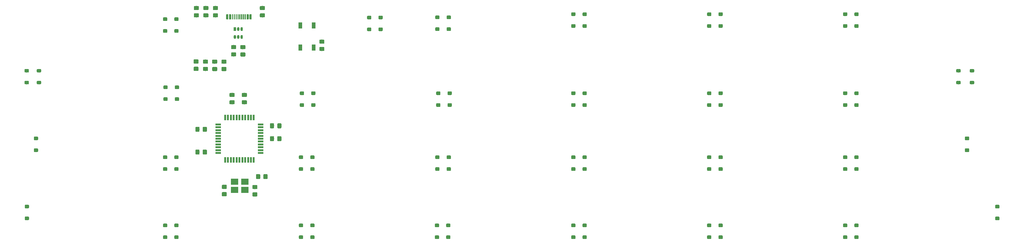
<source format=gbp>
G04 #@! TF.GenerationSoftware,KiCad,Pcbnew,(5.1.4-0-10_14)*
G04 #@! TF.CreationDate,2020-08-02T22:32:40-05:00*
G04 #@! TF.ProjectId,Ori,4f72692e-6b69-4636-9164-5f7063625858,rev?*
G04 #@! TF.SameCoordinates,Original*
G04 #@! TF.FileFunction,Paste,Bot*
G04 #@! TF.FilePolarity,Positive*
%FSLAX46Y46*%
G04 Gerber Fmt 4.6, Leading zero omitted, Abs format (unit mm)*
G04 Created by KiCad (PCBNEW (5.1.4-0-10_14)) date 2020-08-02 22:32:40*
%MOMM*%
%LPD*%
G04 APERTURE LIST*
%ADD10C,0.100000*%
%ADD11C,1.000000*%
%ADD12C,1.150000*%
%ADD13R,2.100000X1.800000*%
%ADD14R,0.500000X1.500000*%
%ADD15R,1.500000X0.500000*%
%ADD16C,0.600000*%
%ADD17C,0.300000*%
%ADD18C,0.650000*%
%ADD19R,0.650000X1.060000*%
%ADD20R,1.100000X1.800000*%
G04 APERTURE END LIST*
D10*
G36*
X98462503Y-91250581D02*
G01*
X98486772Y-91254181D01*
X98510570Y-91260142D01*
X98533670Y-91268407D01*
X98555848Y-91278897D01*
X98576892Y-91291510D01*
X98596597Y-91306124D01*
X98614776Y-91322600D01*
X98631252Y-91340779D01*
X98645866Y-91360484D01*
X98658479Y-91381528D01*
X98668969Y-91403706D01*
X98677234Y-91426806D01*
X98683195Y-91450604D01*
X98686795Y-91474873D01*
X98687999Y-91499377D01*
X98687999Y-91999377D01*
X98686795Y-92023881D01*
X98683195Y-92048150D01*
X98677234Y-92071948D01*
X98668969Y-92095048D01*
X98658479Y-92117226D01*
X98645866Y-92138270D01*
X98631252Y-92157975D01*
X98614776Y-92176154D01*
X98596597Y-92192630D01*
X98576892Y-92207244D01*
X98555848Y-92219857D01*
X98533670Y-92230347D01*
X98510570Y-92238612D01*
X98486772Y-92244573D01*
X98462503Y-92248173D01*
X98437999Y-92249377D01*
X97737999Y-92249377D01*
X97713495Y-92248173D01*
X97689226Y-92244573D01*
X97665428Y-92238612D01*
X97642328Y-92230347D01*
X97620150Y-92219857D01*
X97599106Y-92207244D01*
X97579401Y-92192630D01*
X97561222Y-92176154D01*
X97544746Y-92157975D01*
X97530132Y-92138270D01*
X97517519Y-92117226D01*
X97507029Y-92095048D01*
X97498764Y-92071948D01*
X97492803Y-92048150D01*
X97489203Y-92023881D01*
X97487999Y-91999377D01*
X97487999Y-91499377D01*
X97489203Y-91474873D01*
X97492803Y-91450604D01*
X97498764Y-91426806D01*
X97507029Y-91403706D01*
X97517519Y-91381528D01*
X97530132Y-91360484D01*
X97544746Y-91340779D01*
X97561222Y-91322600D01*
X97579401Y-91306124D01*
X97599106Y-91291510D01*
X97620150Y-91278897D01*
X97642328Y-91268407D01*
X97665428Y-91260142D01*
X97689226Y-91254181D01*
X97713495Y-91250581D01*
X97737999Y-91249377D01*
X98437999Y-91249377D01*
X98462503Y-91250581D01*
X98462503Y-91250581D01*
G37*
D11*
X98087999Y-91749377D03*
D10*
G36*
X98462503Y-87950581D02*
G01*
X98486772Y-87954181D01*
X98510570Y-87960142D01*
X98533670Y-87968407D01*
X98555848Y-87978897D01*
X98576892Y-87991510D01*
X98596597Y-88006124D01*
X98614776Y-88022600D01*
X98631252Y-88040779D01*
X98645866Y-88060484D01*
X98658479Y-88081528D01*
X98668969Y-88103706D01*
X98677234Y-88126806D01*
X98683195Y-88150604D01*
X98686795Y-88174873D01*
X98687999Y-88199377D01*
X98687999Y-88699377D01*
X98686795Y-88723881D01*
X98683195Y-88748150D01*
X98677234Y-88771948D01*
X98668969Y-88795048D01*
X98658479Y-88817226D01*
X98645866Y-88838270D01*
X98631252Y-88857975D01*
X98614776Y-88876154D01*
X98596597Y-88892630D01*
X98576892Y-88907244D01*
X98555848Y-88919857D01*
X98533670Y-88930347D01*
X98510570Y-88938612D01*
X98486772Y-88944573D01*
X98462503Y-88948173D01*
X98437999Y-88949377D01*
X97737999Y-88949377D01*
X97713495Y-88948173D01*
X97689226Y-88944573D01*
X97665428Y-88938612D01*
X97642328Y-88930347D01*
X97620150Y-88919857D01*
X97599106Y-88907244D01*
X97579401Y-88892630D01*
X97561222Y-88876154D01*
X97544746Y-88857975D01*
X97530132Y-88838270D01*
X97517519Y-88817226D01*
X97507029Y-88795048D01*
X97498764Y-88771948D01*
X97492803Y-88748150D01*
X97489203Y-88723881D01*
X97487999Y-88699377D01*
X97487999Y-88199377D01*
X97489203Y-88174873D01*
X97492803Y-88150604D01*
X97498764Y-88126806D01*
X97507029Y-88103706D01*
X97517519Y-88081528D01*
X97530132Y-88060484D01*
X97544746Y-88040779D01*
X97561222Y-88022600D01*
X97579401Y-88006124D01*
X97599106Y-87991510D01*
X97620150Y-87978897D01*
X97642328Y-87968407D01*
X97665428Y-87960142D01*
X97689226Y-87954181D01*
X97713495Y-87950581D01*
X97737999Y-87949377D01*
X98437999Y-87949377D01*
X98462503Y-87950581D01*
X98462503Y-87950581D01*
G37*
D11*
X98087999Y-88449377D03*
D10*
G36*
X104024505Y-61101204D02*
G01*
X104048773Y-61104804D01*
X104072572Y-61110765D01*
X104095671Y-61119030D01*
X104117850Y-61129520D01*
X104138893Y-61142132D01*
X104158599Y-61156747D01*
X104176777Y-61173223D01*
X104193253Y-61191401D01*
X104207868Y-61211107D01*
X104220480Y-61232150D01*
X104230970Y-61254329D01*
X104239235Y-61277428D01*
X104245196Y-61301227D01*
X104248796Y-61325495D01*
X104250000Y-61349999D01*
X104250000Y-62000001D01*
X104248796Y-62024505D01*
X104245196Y-62048773D01*
X104239235Y-62072572D01*
X104230970Y-62095671D01*
X104220480Y-62117850D01*
X104207868Y-62138893D01*
X104193253Y-62158599D01*
X104176777Y-62176777D01*
X104158599Y-62193253D01*
X104138893Y-62207868D01*
X104117850Y-62220480D01*
X104095671Y-62230970D01*
X104072572Y-62239235D01*
X104048773Y-62245196D01*
X104024505Y-62248796D01*
X104000001Y-62250000D01*
X103099999Y-62250000D01*
X103075495Y-62248796D01*
X103051227Y-62245196D01*
X103027428Y-62239235D01*
X103004329Y-62230970D01*
X102982150Y-62220480D01*
X102961107Y-62207868D01*
X102941401Y-62193253D01*
X102923223Y-62176777D01*
X102906747Y-62158599D01*
X102892132Y-62138893D01*
X102879520Y-62117850D01*
X102869030Y-62095671D01*
X102860765Y-62072572D01*
X102854804Y-62048773D01*
X102851204Y-62024505D01*
X102850000Y-62000001D01*
X102850000Y-61349999D01*
X102851204Y-61325495D01*
X102854804Y-61301227D01*
X102860765Y-61277428D01*
X102869030Y-61254329D01*
X102879520Y-61232150D01*
X102892132Y-61211107D01*
X102906747Y-61191401D01*
X102923223Y-61173223D01*
X102941401Y-61156747D01*
X102961107Y-61142132D01*
X102982150Y-61129520D01*
X103004329Y-61119030D01*
X103027428Y-61110765D01*
X103051227Y-61104804D01*
X103075495Y-61101204D01*
X103099999Y-61100000D01*
X104000001Y-61100000D01*
X104024505Y-61101204D01*
X104024505Y-61101204D01*
G37*
D12*
X103550000Y-61675000D03*
D10*
G36*
X104024505Y-63151204D02*
G01*
X104048773Y-63154804D01*
X104072572Y-63160765D01*
X104095671Y-63169030D01*
X104117850Y-63179520D01*
X104138893Y-63192132D01*
X104158599Y-63206747D01*
X104176777Y-63223223D01*
X104193253Y-63241401D01*
X104207868Y-63261107D01*
X104220480Y-63282150D01*
X104230970Y-63304329D01*
X104239235Y-63327428D01*
X104245196Y-63351227D01*
X104248796Y-63375495D01*
X104250000Y-63399999D01*
X104250000Y-64050001D01*
X104248796Y-64074505D01*
X104245196Y-64098773D01*
X104239235Y-64122572D01*
X104230970Y-64145671D01*
X104220480Y-64167850D01*
X104207868Y-64188893D01*
X104193253Y-64208599D01*
X104176777Y-64226777D01*
X104158599Y-64243253D01*
X104138893Y-64257868D01*
X104117850Y-64270480D01*
X104095671Y-64280970D01*
X104072572Y-64289235D01*
X104048773Y-64295196D01*
X104024505Y-64298796D01*
X104000001Y-64300000D01*
X103099999Y-64300000D01*
X103075495Y-64298796D01*
X103051227Y-64295196D01*
X103027428Y-64289235D01*
X103004329Y-64280970D01*
X102982150Y-64270480D01*
X102961107Y-64257868D01*
X102941401Y-64243253D01*
X102923223Y-64226777D01*
X102906747Y-64208599D01*
X102892132Y-64188893D01*
X102879520Y-64167850D01*
X102869030Y-64145671D01*
X102860765Y-64122572D01*
X102854804Y-64098773D01*
X102851204Y-64074505D01*
X102850000Y-64050001D01*
X102850000Y-63399999D01*
X102851204Y-63375495D01*
X102854804Y-63351227D01*
X102860765Y-63327428D01*
X102869030Y-63304329D01*
X102879520Y-63282150D01*
X102892132Y-63261107D01*
X102906747Y-63241401D01*
X102923223Y-63223223D01*
X102941401Y-63206747D01*
X102961107Y-63192132D01*
X102982150Y-63179520D01*
X103004329Y-63169030D01*
X103027428Y-63160765D01*
X103051227Y-63154804D01*
X103075495Y-63151204D01*
X103099999Y-63150000D01*
X104000001Y-63150000D01*
X104024505Y-63151204D01*
X104024505Y-63151204D01*
G37*
D12*
X103550000Y-63725000D03*
D10*
G36*
X127174505Y-78951204D02*
G01*
X127198773Y-78954804D01*
X127222572Y-78960765D01*
X127245671Y-78969030D01*
X127267850Y-78979520D01*
X127288893Y-78992132D01*
X127308599Y-79006747D01*
X127326777Y-79023223D01*
X127343253Y-79041401D01*
X127357868Y-79061107D01*
X127370480Y-79082150D01*
X127380970Y-79104329D01*
X127389235Y-79127428D01*
X127395196Y-79151227D01*
X127398796Y-79175495D01*
X127400000Y-79199999D01*
X127400000Y-80100001D01*
X127398796Y-80124505D01*
X127395196Y-80148773D01*
X127389235Y-80172572D01*
X127380970Y-80195671D01*
X127370480Y-80217850D01*
X127357868Y-80238893D01*
X127343253Y-80258599D01*
X127326777Y-80276777D01*
X127308599Y-80293253D01*
X127288893Y-80307868D01*
X127267850Y-80320480D01*
X127245671Y-80330970D01*
X127222572Y-80339235D01*
X127198773Y-80345196D01*
X127174505Y-80348796D01*
X127150001Y-80350000D01*
X126499999Y-80350000D01*
X126475495Y-80348796D01*
X126451227Y-80345196D01*
X126427428Y-80339235D01*
X126404329Y-80330970D01*
X126382150Y-80320480D01*
X126361107Y-80307868D01*
X126341401Y-80293253D01*
X126323223Y-80276777D01*
X126306747Y-80258599D01*
X126292132Y-80238893D01*
X126279520Y-80217850D01*
X126269030Y-80195671D01*
X126260765Y-80172572D01*
X126254804Y-80148773D01*
X126251204Y-80124505D01*
X126250000Y-80100001D01*
X126250000Y-79199999D01*
X126251204Y-79175495D01*
X126254804Y-79151227D01*
X126260765Y-79127428D01*
X126269030Y-79104329D01*
X126279520Y-79082150D01*
X126292132Y-79061107D01*
X126306747Y-79041401D01*
X126323223Y-79023223D01*
X126341401Y-79006747D01*
X126361107Y-78992132D01*
X126382150Y-78979520D01*
X126404329Y-78969030D01*
X126427428Y-78960765D01*
X126451227Y-78954804D01*
X126475495Y-78951204D01*
X126499999Y-78950000D01*
X127150001Y-78950000D01*
X127174505Y-78951204D01*
X127174505Y-78951204D01*
G37*
D12*
X126825000Y-79650000D03*
D10*
G36*
X125124505Y-78951204D02*
G01*
X125148773Y-78954804D01*
X125172572Y-78960765D01*
X125195671Y-78969030D01*
X125217850Y-78979520D01*
X125238893Y-78992132D01*
X125258599Y-79006747D01*
X125276777Y-79023223D01*
X125293253Y-79041401D01*
X125307868Y-79061107D01*
X125320480Y-79082150D01*
X125330970Y-79104329D01*
X125339235Y-79127428D01*
X125345196Y-79151227D01*
X125348796Y-79175495D01*
X125350000Y-79199999D01*
X125350000Y-80100001D01*
X125348796Y-80124505D01*
X125345196Y-80148773D01*
X125339235Y-80172572D01*
X125330970Y-80195671D01*
X125320480Y-80217850D01*
X125307868Y-80238893D01*
X125293253Y-80258599D01*
X125276777Y-80276777D01*
X125258599Y-80293253D01*
X125238893Y-80307868D01*
X125217850Y-80320480D01*
X125195671Y-80330970D01*
X125172572Y-80339235D01*
X125148773Y-80345196D01*
X125124505Y-80348796D01*
X125100001Y-80350000D01*
X124449999Y-80350000D01*
X124425495Y-80348796D01*
X124401227Y-80345196D01*
X124377428Y-80339235D01*
X124354329Y-80330970D01*
X124332150Y-80320480D01*
X124311107Y-80307868D01*
X124291401Y-80293253D01*
X124273223Y-80276777D01*
X124256747Y-80258599D01*
X124242132Y-80238893D01*
X124229520Y-80217850D01*
X124219030Y-80195671D01*
X124210765Y-80172572D01*
X124204804Y-80148773D01*
X124201204Y-80124505D01*
X124200000Y-80100001D01*
X124200000Y-79199999D01*
X124201204Y-79175495D01*
X124204804Y-79151227D01*
X124210765Y-79127428D01*
X124219030Y-79104329D01*
X124229520Y-79082150D01*
X124242132Y-79061107D01*
X124256747Y-79041401D01*
X124273223Y-79023223D01*
X124291401Y-79006747D01*
X124311107Y-78992132D01*
X124332150Y-78979520D01*
X124354329Y-78969030D01*
X124377428Y-78960765D01*
X124401227Y-78954804D01*
X124425495Y-78951204D01*
X124449999Y-78950000D01*
X125100001Y-78950000D01*
X125124505Y-78951204D01*
X125124505Y-78951204D01*
G37*
D12*
X124775000Y-79650000D03*
D10*
G36*
X104299505Y-86301204D02*
G01*
X104323773Y-86304804D01*
X104347572Y-86310765D01*
X104370671Y-86319030D01*
X104392850Y-86329520D01*
X104413893Y-86342132D01*
X104433599Y-86356747D01*
X104451777Y-86373223D01*
X104468253Y-86391401D01*
X104482868Y-86411107D01*
X104495480Y-86432150D01*
X104505970Y-86454329D01*
X104514235Y-86477428D01*
X104520196Y-86501227D01*
X104523796Y-86525495D01*
X104525000Y-86549999D01*
X104525000Y-87450001D01*
X104523796Y-87474505D01*
X104520196Y-87498773D01*
X104514235Y-87522572D01*
X104505970Y-87545671D01*
X104495480Y-87567850D01*
X104482868Y-87588893D01*
X104468253Y-87608599D01*
X104451777Y-87626777D01*
X104433599Y-87643253D01*
X104413893Y-87657868D01*
X104392850Y-87670480D01*
X104370671Y-87680970D01*
X104347572Y-87689235D01*
X104323773Y-87695196D01*
X104299505Y-87698796D01*
X104275001Y-87700000D01*
X103624999Y-87700000D01*
X103600495Y-87698796D01*
X103576227Y-87695196D01*
X103552428Y-87689235D01*
X103529329Y-87680970D01*
X103507150Y-87670480D01*
X103486107Y-87657868D01*
X103466401Y-87643253D01*
X103448223Y-87626777D01*
X103431747Y-87608599D01*
X103417132Y-87588893D01*
X103404520Y-87567850D01*
X103394030Y-87545671D01*
X103385765Y-87522572D01*
X103379804Y-87498773D01*
X103376204Y-87474505D01*
X103375000Y-87450001D01*
X103375000Y-86549999D01*
X103376204Y-86525495D01*
X103379804Y-86501227D01*
X103385765Y-86477428D01*
X103394030Y-86454329D01*
X103404520Y-86432150D01*
X103417132Y-86411107D01*
X103431747Y-86391401D01*
X103448223Y-86373223D01*
X103466401Y-86356747D01*
X103486107Y-86342132D01*
X103507150Y-86329520D01*
X103529329Y-86319030D01*
X103552428Y-86310765D01*
X103576227Y-86304804D01*
X103600495Y-86301204D01*
X103624999Y-86300000D01*
X104275001Y-86300000D01*
X104299505Y-86301204D01*
X104299505Y-86301204D01*
G37*
D12*
X103950000Y-87000000D03*
D10*
G36*
X106349505Y-86301204D02*
G01*
X106373773Y-86304804D01*
X106397572Y-86310765D01*
X106420671Y-86319030D01*
X106442850Y-86329520D01*
X106463893Y-86342132D01*
X106483599Y-86356747D01*
X106501777Y-86373223D01*
X106518253Y-86391401D01*
X106532868Y-86411107D01*
X106545480Y-86432150D01*
X106555970Y-86454329D01*
X106564235Y-86477428D01*
X106570196Y-86501227D01*
X106573796Y-86525495D01*
X106575000Y-86549999D01*
X106575000Y-87450001D01*
X106573796Y-87474505D01*
X106570196Y-87498773D01*
X106564235Y-87522572D01*
X106555970Y-87545671D01*
X106545480Y-87567850D01*
X106532868Y-87588893D01*
X106518253Y-87608599D01*
X106501777Y-87626777D01*
X106483599Y-87643253D01*
X106463893Y-87657868D01*
X106442850Y-87670480D01*
X106420671Y-87680970D01*
X106397572Y-87689235D01*
X106373773Y-87695196D01*
X106349505Y-87698796D01*
X106325001Y-87700000D01*
X105674999Y-87700000D01*
X105650495Y-87698796D01*
X105626227Y-87695196D01*
X105602428Y-87689235D01*
X105579329Y-87680970D01*
X105557150Y-87670480D01*
X105536107Y-87657868D01*
X105516401Y-87643253D01*
X105498223Y-87626777D01*
X105481747Y-87608599D01*
X105467132Y-87588893D01*
X105454520Y-87567850D01*
X105444030Y-87545671D01*
X105435765Y-87522572D01*
X105429804Y-87498773D01*
X105426204Y-87474505D01*
X105425000Y-87450001D01*
X105425000Y-86549999D01*
X105426204Y-86525495D01*
X105429804Y-86501227D01*
X105435765Y-86477428D01*
X105444030Y-86454329D01*
X105454520Y-86432150D01*
X105467132Y-86411107D01*
X105481747Y-86391401D01*
X105498223Y-86373223D01*
X105516401Y-86356747D01*
X105536107Y-86342132D01*
X105557150Y-86329520D01*
X105579329Y-86319030D01*
X105602428Y-86310765D01*
X105626227Y-86304804D01*
X105650495Y-86301204D01*
X105674999Y-86300000D01*
X106325001Y-86300000D01*
X106349505Y-86301204D01*
X106349505Y-86301204D01*
G37*
D12*
X106000000Y-87000000D03*
D10*
G36*
X247306503Y-51245581D02*
G01*
X247330772Y-51249181D01*
X247354570Y-51255142D01*
X247377670Y-51263407D01*
X247399848Y-51273897D01*
X247420892Y-51286510D01*
X247440597Y-51301124D01*
X247458776Y-51317600D01*
X247475252Y-51335779D01*
X247489866Y-51355484D01*
X247502479Y-51376528D01*
X247512969Y-51398706D01*
X247521234Y-51421806D01*
X247527195Y-51445604D01*
X247530795Y-51469873D01*
X247531999Y-51494377D01*
X247531999Y-51994377D01*
X247530795Y-52018881D01*
X247527195Y-52043150D01*
X247521234Y-52066948D01*
X247512969Y-52090048D01*
X247502479Y-52112226D01*
X247489866Y-52133270D01*
X247475252Y-52152975D01*
X247458776Y-52171154D01*
X247440597Y-52187630D01*
X247420892Y-52202244D01*
X247399848Y-52214857D01*
X247377670Y-52225347D01*
X247354570Y-52233612D01*
X247330772Y-52239573D01*
X247306503Y-52243173D01*
X247281999Y-52244377D01*
X246581999Y-52244377D01*
X246557495Y-52243173D01*
X246533226Y-52239573D01*
X246509428Y-52233612D01*
X246486328Y-52225347D01*
X246464150Y-52214857D01*
X246443106Y-52202244D01*
X246423401Y-52187630D01*
X246405222Y-52171154D01*
X246388746Y-52152975D01*
X246374132Y-52133270D01*
X246361519Y-52112226D01*
X246351029Y-52090048D01*
X246342764Y-52066948D01*
X246336803Y-52043150D01*
X246333203Y-52018881D01*
X246331999Y-51994377D01*
X246331999Y-51494377D01*
X246333203Y-51469873D01*
X246336803Y-51445604D01*
X246342764Y-51421806D01*
X246351029Y-51398706D01*
X246361519Y-51376528D01*
X246374132Y-51355484D01*
X246388746Y-51335779D01*
X246405222Y-51317600D01*
X246423401Y-51301124D01*
X246443106Y-51286510D01*
X246464150Y-51273897D01*
X246486328Y-51263407D01*
X246509428Y-51255142D01*
X246533226Y-51249181D01*
X246557495Y-51245581D01*
X246581999Y-51244377D01*
X247281999Y-51244377D01*
X247306503Y-51245581D01*
X247306503Y-51245581D01*
G37*
D11*
X246931999Y-51744377D03*
D10*
G36*
X247306503Y-47945581D02*
G01*
X247330772Y-47949181D01*
X247354570Y-47955142D01*
X247377670Y-47963407D01*
X247399848Y-47973897D01*
X247420892Y-47986510D01*
X247440597Y-48001124D01*
X247458776Y-48017600D01*
X247475252Y-48035779D01*
X247489866Y-48055484D01*
X247502479Y-48076528D01*
X247512969Y-48098706D01*
X247521234Y-48121806D01*
X247527195Y-48145604D01*
X247530795Y-48169873D01*
X247531999Y-48194377D01*
X247531999Y-48694377D01*
X247530795Y-48718881D01*
X247527195Y-48743150D01*
X247521234Y-48766948D01*
X247512969Y-48790048D01*
X247502479Y-48812226D01*
X247489866Y-48833270D01*
X247475252Y-48852975D01*
X247458776Y-48871154D01*
X247440597Y-48887630D01*
X247420892Y-48902244D01*
X247399848Y-48914857D01*
X247377670Y-48925347D01*
X247354570Y-48933612D01*
X247330772Y-48939573D01*
X247306503Y-48943173D01*
X247281999Y-48944377D01*
X246581999Y-48944377D01*
X246557495Y-48943173D01*
X246533226Y-48939573D01*
X246509428Y-48933612D01*
X246486328Y-48925347D01*
X246464150Y-48914857D01*
X246443106Y-48902244D01*
X246423401Y-48887630D01*
X246405222Y-48871154D01*
X246388746Y-48852975D01*
X246374132Y-48833270D01*
X246361519Y-48812226D01*
X246351029Y-48790048D01*
X246342764Y-48766948D01*
X246336803Y-48743150D01*
X246333203Y-48718881D01*
X246331999Y-48694377D01*
X246331999Y-48194377D01*
X246333203Y-48169873D01*
X246336803Y-48145604D01*
X246342764Y-48121806D01*
X246351029Y-48098706D01*
X246361519Y-48076528D01*
X246374132Y-48055484D01*
X246388746Y-48035779D01*
X246405222Y-48017600D01*
X246423401Y-48001124D01*
X246443106Y-47986510D01*
X246464150Y-47973897D01*
X246486328Y-47963407D01*
X246509428Y-47955142D01*
X246533226Y-47949181D01*
X246557495Y-47945581D01*
X246581999Y-47944377D01*
X247281999Y-47944377D01*
X247306503Y-47945581D01*
X247306503Y-47945581D01*
G37*
D11*
X246931999Y-48444377D03*
D10*
G36*
X106671505Y-63189204D02*
G01*
X106695773Y-63192804D01*
X106719572Y-63198765D01*
X106742671Y-63207030D01*
X106764850Y-63217520D01*
X106785893Y-63230132D01*
X106805599Y-63244747D01*
X106823777Y-63261223D01*
X106840253Y-63279401D01*
X106854868Y-63299107D01*
X106867480Y-63320150D01*
X106877970Y-63342329D01*
X106886235Y-63365428D01*
X106892196Y-63389227D01*
X106895796Y-63413495D01*
X106897000Y-63437999D01*
X106897000Y-64088001D01*
X106895796Y-64112505D01*
X106892196Y-64136773D01*
X106886235Y-64160572D01*
X106877970Y-64183671D01*
X106867480Y-64205850D01*
X106854868Y-64226893D01*
X106840253Y-64246599D01*
X106823777Y-64264777D01*
X106805599Y-64281253D01*
X106785893Y-64295868D01*
X106764850Y-64308480D01*
X106742671Y-64318970D01*
X106719572Y-64327235D01*
X106695773Y-64333196D01*
X106671505Y-64336796D01*
X106647001Y-64338000D01*
X105746999Y-64338000D01*
X105722495Y-64336796D01*
X105698227Y-64333196D01*
X105674428Y-64327235D01*
X105651329Y-64318970D01*
X105629150Y-64308480D01*
X105608107Y-64295868D01*
X105588401Y-64281253D01*
X105570223Y-64264777D01*
X105553747Y-64246599D01*
X105539132Y-64226893D01*
X105526520Y-64205850D01*
X105516030Y-64183671D01*
X105507765Y-64160572D01*
X105501804Y-64136773D01*
X105498204Y-64112505D01*
X105497000Y-64088001D01*
X105497000Y-63437999D01*
X105498204Y-63413495D01*
X105501804Y-63389227D01*
X105507765Y-63365428D01*
X105516030Y-63342329D01*
X105526520Y-63320150D01*
X105539132Y-63299107D01*
X105553747Y-63279401D01*
X105570223Y-63261223D01*
X105588401Y-63244747D01*
X105608107Y-63230132D01*
X105629150Y-63217520D01*
X105651329Y-63207030D01*
X105674428Y-63198765D01*
X105698227Y-63192804D01*
X105722495Y-63189204D01*
X105746999Y-63188000D01*
X106647001Y-63188000D01*
X106671505Y-63189204D01*
X106671505Y-63189204D01*
G37*
D12*
X106197000Y-63763000D03*
D10*
G36*
X106671505Y-61139204D02*
G01*
X106695773Y-61142804D01*
X106719572Y-61148765D01*
X106742671Y-61157030D01*
X106764850Y-61167520D01*
X106785893Y-61180132D01*
X106805599Y-61194747D01*
X106823777Y-61211223D01*
X106840253Y-61229401D01*
X106854868Y-61249107D01*
X106867480Y-61270150D01*
X106877970Y-61292329D01*
X106886235Y-61315428D01*
X106892196Y-61339227D01*
X106895796Y-61363495D01*
X106897000Y-61387999D01*
X106897000Y-62038001D01*
X106895796Y-62062505D01*
X106892196Y-62086773D01*
X106886235Y-62110572D01*
X106877970Y-62133671D01*
X106867480Y-62155850D01*
X106854868Y-62176893D01*
X106840253Y-62196599D01*
X106823777Y-62214777D01*
X106805599Y-62231253D01*
X106785893Y-62245868D01*
X106764850Y-62258480D01*
X106742671Y-62268970D01*
X106719572Y-62277235D01*
X106695773Y-62283196D01*
X106671505Y-62286796D01*
X106647001Y-62288000D01*
X105746999Y-62288000D01*
X105722495Y-62286796D01*
X105698227Y-62283196D01*
X105674428Y-62277235D01*
X105651329Y-62268970D01*
X105629150Y-62258480D01*
X105608107Y-62245868D01*
X105588401Y-62231253D01*
X105570223Y-62214777D01*
X105553747Y-62196599D01*
X105539132Y-62176893D01*
X105526520Y-62155850D01*
X105516030Y-62133671D01*
X105507765Y-62110572D01*
X105501804Y-62086773D01*
X105498204Y-62062505D01*
X105497000Y-62038001D01*
X105497000Y-61387999D01*
X105498204Y-61363495D01*
X105501804Y-61339227D01*
X105507765Y-61315428D01*
X105516030Y-61292329D01*
X105526520Y-61270150D01*
X105539132Y-61249107D01*
X105553747Y-61229401D01*
X105570223Y-61211223D01*
X105588401Y-61194747D01*
X105608107Y-61180132D01*
X105629150Y-61167520D01*
X105651329Y-61157030D01*
X105674428Y-61148765D01*
X105698227Y-61142804D01*
X105722495Y-61139204D01*
X105746999Y-61138000D01*
X106647001Y-61138000D01*
X106671505Y-61139204D01*
X106671505Y-61139204D01*
G37*
D12*
X106197000Y-61713000D03*
D10*
G36*
X111824505Y-63201204D02*
G01*
X111848773Y-63204804D01*
X111872572Y-63210765D01*
X111895671Y-63219030D01*
X111917850Y-63229520D01*
X111938893Y-63242132D01*
X111958599Y-63256747D01*
X111976777Y-63273223D01*
X111993253Y-63291401D01*
X112007868Y-63311107D01*
X112020480Y-63332150D01*
X112030970Y-63354329D01*
X112039235Y-63377428D01*
X112045196Y-63401227D01*
X112048796Y-63425495D01*
X112050000Y-63449999D01*
X112050000Y-64100001D01*
X112048796Y-64124505D01*
X112045196Y-64148773D01*
X112039235Y-64172572D01*
X112030970Y-64195671D01*
X112020480Y-64217850D01*
X112007868Y-64238893D01*
X111993253Y-64258599D01*
X111976777Y-64276777D01*
X111958599Y-64293253D01*
X111938893Y-64307868D01*
X111917850Y-64320480D01*
X111895671Y-64330970D01*
X111872572Y-64339235D01*
X111848773Y-64345196D01*
X111824505Y-64348796D01*
X111800001Y-64350000D01*
X110899999Y-64350000D01*
X110875495Y-64348796D01*
X110851227Y-64345196D01*
X110827428Y-64339235D01*
X110804329Y-64330970D01*
X110782150Y-64320480D01*
X110761107Y-64307868D01*
X110741401Y-64293253D01*
X110723223Y-64276777D01*
X110706747Y-64258599D01*
X110692132Y-64238893D01*
X110679520Y-64217850D01*
X110669030Y-64195671D01*
X110660765Y-64172572D01*
X110654804Y-64148773D01*
X110651204Y-64124505D01*
X110650000Y-64100001D01*
X110650000Y-63449999D01*
X110651204Y-63425495D01*
X110654804Y-63401227D01*
X110660765Y-63377428D01*
X110669030Y-63354329D01*
X110679520Y-63332150D01*
X110692132Y-63311107D01*
X110706747Y-63291401D01*
X110723223Y-63273223D01*
X110741401Y-63256747D01*
X110761107Y-63242132D01*
X110782150Y-63229520D01*
X110804329Y-63219030D01*
X110827428Y-63210765D01*
X110851227Y-63204804D01*
X110875495Y-63201204D01*
X110899999Y-63200000D01*
X111800001Y-63200000D01*
X111824505Y-63201204D01*
X111824505Y-63201204D01*
G37*
D12*
X111350000Y-63775000D03*
D10*
G36*
X111824505Y-61151204D02*
G01*
X111848773Y-61154804D01*
X111872572Y-61160765D01*
X111895671Y-61169030D01*
X111917850Y-61179520D01*
X111938893Y-61192132D01*
X111958599Y-61206747D01*
X111976777Y-61223223D01*
X111993253Y-61241401D01*
X112007868Y-61261107D01*
X112020480Y-61282150D01*
X112030970Y-61304329D01*
X112039235Y-61327428D01*
X112045196Y-61351227D01*
X112048796Y-61375495D01*
X112050000Y-61399999D01*
X112050000Y-62050001D01*
X112048796Y-62074505D01*
X112045196Y-62098773D01*
X112039235Y-62122572D01*
X112030970Y-62145671D01*
X112020480Y-62167850D01*
X112007868Y-62188893D01*
X111993253Y-62208599D01*
X111976777Y-62226777D01*
X111958599Y-62243253D01*
X111938893Y-62257868D01*
X111917850Y-62270480D01*
X111895671Y-62280970D01*
X111872572Y-62289235D01*
X111848773Y-62295196D01*
X111824505Y-62298796D01*
X111800001Y-62300000D01*
X110899999Y-62300000D01*
X110875495Y-62298796D01*
X110851227Y-62295196D01*
X110827428Y-62289235D01*
X110804329Y-62280970D01*
X110782150Y-62270480D01*
X110761107Y-62257868D01*
X110741401Y-62243253D01*
X110723223Y-62226777D01*
X110706747Y-62208599D01*
X110692132Y-62188893D01*
X110679520Y-62167850D01*
X110669030Y-62145671D01*
X110660765Y-62122572D01*
X110654804Y-62098773D01*
X110651204Y-62074505D01*
X110650000Y-62050001D01*
X110650000Y-61399999D01*
X110651204Y-61375495D01*
X110654804Y-61351227D01*
X110660765Y-61327428D01*
X110669030Y-61304329D01*
X110679520Y-61282150D01*
X110692132Y-61261107D01*
X110706747Y-61241401D01*
X110723223Y-61223223D01*
X110741401Y-61206747D01*
X110761107Y-61192132D01*
X110782150Y-61179520D01*
X110804329Y-61169030D01*
X110827428Y-61160765D01*
X110851227Y-61154804D01*
X110875495Y-61151204D01*
X110899999Y-61150000D01*
X111800001Y-61150000D01*
X111824505Y-61151204D01*
X111824505Y-61151204D01*
G37*
D12*
X111350000Y-61725000D03*
D10*
G36*
X106773505Y-48203204D02*
G01*
X106797773Y-48206804D01*
X106821572Y-48212765D01*
X106844671Y-48221030D01*
X106866850Y-48231520D01*
X106887893Y-48244132D01*
X106907599Y-48258747D01*
X106925777Y-48275223D01*
X106942253Y-48293401D01*
X106956868Y-48313107D01*
X106969480Y-48334150D01*
X106979970Y-48356329D01*
X106988235Y-48379428D01*
X106994196Y-48403227D01*
X106997796Y-48427495D01*
X106999000Y-48451999D01*
X106999000Y-49102001D01*
X106997796Y-49126505D01*
X106994196Y-49150773D01*
X106988235Y-49174572D01*
X106979970Y-49197671D01*
X106969480Y-49219850D01*
X106956868Y-49240893D01*
X106942253Y-49260599D01*
X106925777Y-49278777D01*
X106907599Y-49295253D01*
X106887893Y-49309868D01*
X106866850Y-49322480D01*
X106844671Y-49332970D01*
X106821572Y-49341235D01*
X106797773Y-49347196D01*
X106773505Y-49350796D01*
X106749001Y-49352000D01*
X105848999Y-49352000D01*
X105824495Y-49350796D01*
X105800227Y-49347196D01*
X105776428Y-49341235D01*
X105753329Y-49332970D01*
X105731150Y-49322480D01*
X105710107Y-49309868D01*
X105690401Y-49295253D01*
X105672223Y-49278777D01*
X105655747Y-49260599D01*
X105641132Y-49240893D01*
X105628520Y-49219850D01*
X105618030Y-49197671D01*
X105609765Y-49174572D01*
X105603804Y-49150773D01*
X105600204Y-49126505D01*
X105599000Y-49102001D01*
X105599000Y-48451999D01*
X105600204Y-48427495D01*
X105603804Y-48403227D01*
X105609765Y-48379428D01*
X105618030Y-48356329D01*
X105628520Y-48334150D01*
X105641132Y-48313107D01*
X105655747Y-48293401D01*
X105672223Y-48275223D01*
X105690401Y-48258747D01*
X105710107Y-48244132D01*
X105731150Y-48231520D01*
X105753329Y-48221030D01*
X105776428Y-48212765D01*
X105800227Y-48206804D01*
X105824495Y-48203204D01*
X105848999Y-48202000D01*
X106749001Y-48202000D01*
X106773505Y-48203204D01*
X106773505Y-48203204D01*
G37*
D12*
X106299000Y-48777000D03*
D10*
G36*
X106773505Y-46153204D02*
G01*
X106797773Y-46156804D01*
X106821572Y-46162765D01*
X106844671Y-46171030D01*
X106866850Y-46181520D01*
X106887893Y-46194132D01*
X106907599Y-46208747D01*
X106925777Y-46225223D01*
X106942253Y-46243401D01*
X106956868Y-46263107D01*
X106969480Y-46284150D01*
X106979970Y-46306329D01*
X106988235Y-46329428D01*
X106994196Y-46353227D01*
X106997796Y-46377495D01*
X106999000Y-46401999D01*
X106999000Y-47052001D01*
X106997796Y-47076505D01*
X106994196Y-47100773D01*
X106988235Y-47124572D01*
X106979970Y-47147671D01*
X106969480Y-47169850D01*
X106956868Y-47190893D01*
X106942253Y-47210599D01*
X106925777Y-47228777D01*
X106907599Y-47245253D01*
X106887893Y-47259868D01*
X106866850Y-47272480D01*
X106844671Y-47282970D01*
X106821572Y-47291235D01*
X106797773Y-47297196D01*
X106773505Y-47300796D01*
X106749001Y-47302000D01*
X105848999Y-47302000D01*
X105824495Y-47300796D01*
X105800227Y-47297196D01*
X105776428Y-47291235D01*
X105753329Y-47282970D01*
X105731150Y-47272480D01*
X105710107Y-47259868D01*
X105690401Y-47245253D01*
X105672223Y-47228777D01*
X105655747Y-47210599D01*
X105641132Y-47190893D01*
X105628520Y-47169850D01*
X105618030Y-47147671D01*
X105609765Y-47124572D01*
X105603804Y-47100773D01*
X105600204Y-47076505D01*
X105599000Y-47052001D01*
X105599000Y-46401999D01*
X105600204Y-46377495D01*
X105603804Y-46353227D01*
X105609765Y-46329428D01*
X105618030Y-46306329D01*
X105628520Y-46284150D01*
X105641132Y-46263107D01*
X105655747Y-46243401D01*
X105672223Y-46225223D01*
X105690401Y-46208747D01*
X105710107Y-46194132D01*
X105731150Y-46181520D01*
X105753329Y-46171030D01*
X105776428Y-46162765D01*
X105800227Y-46156804D01*
X105824495Y-46153204D01*
X105848999Y-46152000D01*
X106749001Y-46152000D01*
X106773505Y-46153204D01*
X106773505Y-46153204D01*
G37*
D12*
X106299000Y-46727000D03*
D10*
G36*
X104106505Y-48203204D02*
G01*
X104130773Y-48206804D01*
X104154572Y-48212765D01*
X104177671Y-48221030D01*
X104199850Y-48231520D01*
X104220893Y-48244132D01*
X104240599Y-48258747D01*
X104258777Y-48275223D01*
X104275253Y-48293401D01*
X104289868Y-48313107D01*
X104302480Y-48334150D01*
X104312970Y-48356329D01*
X104321235Y-48379428D01*
X104327196Y-48403227D01*
X104330796Y-48427495D01*
X104332000Y-48451999D01*
X104332000Y-49102001D01*
X104330796Y-49126505D01*
X104327196Y-49150773D01*
X104321235Y-49174572D01*
X104312970Y-49197671D01*
X104302480Y-49219850D01*
X104289868Y-49240893D01*
X104275253Y-49260599D01*
X104258777Y-49278777D01*
X104240599Y-49295253D01*
X104220893Y-49309868D01*
X104199850Y-49322480D01*
X104177671Y-49332970D01*
X104154572Y-49341235D01*
X104130773Y-49347196D01*
X104106505Y-49350796D01*
X104082001Y-49352000D01*
X103181999Y-49352000D01*
X103157495Y-49350796D01*
X103133227Y-49347196D01*
X103109428Y-49341235D01*
X103086329Y-49332970D01*
X103064150Y-49322480D01*
X103043107Y-49309868D01*
X103023401Y-49295253D01*
X103005223Y-49278777D01*
X102988747Y-49260599D01*
X102974132Y-49240893D01*
X102961520Y-49219850D01*
X102951030Y-49197671D01*
X102942765Y-49174572D01*
X102936804Y-49150773D01*
X102933204Y-49126505D01*
X102932000Y-49102001D01*
X102932000Y-48451999D01*
X102933204Y-48427495D01*
X102936804Y-48403227D01*
X102942765Y-48379428D01*
X102951030Y-48356329D01*
X102961520Y-48334150D01*
X102974132Y-48313107D01*
X102988747Y-48293401D01*
X103005223Y-48275223D01*
X103023401Y-48258747D01*
X103043107Y-48244132D01*
X103064150Y-48231520D01*
X103086329Y-48221030D01*
X103109428Y-48212765D01*
X103133227Y-48206804D01*
X103157495Y-48203204D01*
X103181999Y-48202000D01*
X104082001Y-48202000D01*
X104106505Y-48203204D01*
X104106505Y-48203204D01*
G37*
D12*
X103632000Y-48777000D03*
D10*
G36*
X104106505Y-46153204D02*
G01*
X104130773Y-46156804D01*
X104154572Y-46162765D01*
X104177671Y-46171030D01*
X104199850Y-46181520D01*
X104220893Y-46194132D01*
X104240599Y-46208747D01*
X104258777Y-46225223D01*
X104275253Y-46243401D01*
X104289868Y-46263107D01*
X104302480Y-46284150D01*
X104312970Y-46306329D01*
X104321235Y-46329428D01*
X104327196Y-46353227D01*
X104330796Y-46377495D01*
X104332000Y-46401999D01*
X104332000Y-47052001D01*
X104330796Y-47076505D01*
X104327196Y-47100773D01*
X104321235Y-47124572D01*
X104312970Y-47147671D01*
X104302480Y-47169850D01*
X104289868Y-47190893D01*
X104275253Y-47210599D01*
X104258777Y-47228777D01*
X104240599Y-47245253D01*
X104220893Y-47259868D01*
X104199850Y-47272480D01*
X104177671Y-47282970D01*
X104154572Y-47291235D01*
X104130773Y-47297196D01*
X104106505Y-47300796D01*
X104082001Y-47302000D01*
X103181999Y-47302000D01*
X103157495Y-47300796D01*
X103133227Y-47297196D01*
X103109428Y-47291235D01*
X103086329Y-47282970D01*
X103064150Y-47272480D01*
X103043107Y-47259868D01*
X103023401Y-47245253D01*
X103005223Y-47228777D01*
X102988747Y-47210599D01*
X102974132Y-47190893D01*
X102961520Y-47169850D01*
X102951030Y-47147671D01*
X102942765Y-47124572D01*
X102936804Y-47100773D01*
X102933204Y-47076505D01*
X102932000Y-47052001D01*
X102932000Y-46401999D01*
X102933204Y-46377495D01*
X102936804Y-46353227D01*
X102942765Y-46329428D01*
X102951030Y-46306329D01*
X102961520Y-46284150D01*
X102974132Y-46263107D01*
X102988747Y-46243401D01*
X103005223Y-46225223D01*
X103023401Y-46208747D01*
X103043107Y-46194132D01*
X103064150Y-46181520D01*
X103086329Y-46171030D01*
X103109428Y-46162765D01*
X103133227Y-46156804D01*
X103157495Y-46153204D01*
X103181999Y-46152000D01*
X104082001Y-46152000D01*
X104106505Y-46153204D01*
X104106505Y-46153204D01*
G37*
D12*
X103632000Y-46727000D03*
D10*
G36*
X139183505Y-55549204D02*
G01*
X139207773Y-55552804D01*
X139231572Y-55558765D01*
X139254671Y-55567030D01*
X139276850Y-55577520D01*
X139297893Y-55590132D01*
X139317599Y-55604747D01*
X139335777Y-55621223D01*
X139352253Y-55639401D01*
X139366868Y-55659107D01*
X139379480Y-55680150D01*
X139389970Y-55702329D01*
X139398235Y-55725428D01*
X139404196Y-55749227D01*
X139407796Y-55773495D01*
X139409000Y-55797999D01*
X139409000Y-56448001D01*
X139407796Y-56472505D01*
X139404196Y-56496773D01*
X139398235Y-56520572D01*
X139389970Y-56543671D01*
X139379480Y-56565850D01*
X139366868Y-56586893D01*
X139352253Y-56606599D01*
X139335777Y-56624777D01*
X139317599Y-56641253D01*
X139297893Y-56655868D01*
X139276850Y-56668480D01*
X139254671Y-56678970D01*
X139231572Y-56687235D01*
X139207773Y-56693196D01*
X139183505Y-56696796D01*
X139159001Y-56698000D01*
X138258999Y-56698000D01*
X138234495Y-56696796D01*
X138210227Y-56693196D01*
X138186428Y-56687235D01*
X138163329Y-56678970D01*
X138141150Y-56668480D01*
X138120107Y-56655868D01*
X138100401Y-56641253D01*
X138082223Y-56624777D01*
X138065747Y-56606599D01*
X138051132Y-56586893D01*
X138038520Y-56565850D01*
X138028030Y-56543671D01*
X138019765Y-56520572D01*
X138013804Y-56496773D01*
X138010204Y-56472505D01*
X138009000Y-56448001D01*
X138009000Y-55797999D01*
X138010204Y-55773495D01*
X138013804Y-55749227D01*
X138019765Y-55725428D01*
X138028030Y-55702329D01*
X138038520Y-55680150D01*
X138051132Y-55659107D01*
X138065747Y-55639401D01*
X138082223Y-55621223D01*
X138100401Y-55604747D01*
X138120107Y-55590132D01*
X138141150Y-55577520D01*
X138163329Y-55567030D01*
X138186428Y-55558765D01*
X138210227Y-55552804D01*
X138234495Y-55549204D01*
X138258999Y-55548000D01*
X139159001Y-55548000D01*
X139183505Y-55549204D01*
X139183505Y-55549204D01*
G37*
D12*
X138709000Y-56123000D03*
D10*
G36*
X139183505Y-57599204D02*
G01*
X139207773Y-57602804D01*
X139231572Y-57608765D01*
X139254671Y-57617030D01*
X139276850Y-57627520D01*
X139297893Y-57640132D01*
X139317599Y-57654747D01*
X139335777Y-57671223D01*
X139352253Y-57689401D01*
X139366868Y-57709107D01*
X139379480Y-57730150D01*
X139389970Y-57752329D01*
X139398235Y-57775428D01*
X139404196Y-57799227D01*
X139407796Y-57823495D01*
X139409000Y-57847999D01*
X139409000Y-58498001D01*
X139407796Y-58522505D01*
X139404196Y-58546773D01*
X139398235Y-58570572D01*
X139389970Y-58593671D01*
X139379480Y-58615850D01*
X139366868Y-58636893D01*
X139352253Y-58656599D01*
X139335777Y-58674777D01*
X139317599Y-58691253D01*
X139297893Y-58705868D01*
X139276850Y-58718480D01*
X139254671Y-58728970D01*
X139231572Y-58737235D01*
X139207773Y-58743196D01*
X139183505Y-58746796D01*
X139159001Y-58748000D01*
X138258999Y-58748000D01*
X138234495Y-58746796D01*
X138210227Y-58743196D01*
X138186428Y-58737235D01*
X138163329Y-58728970D01*
X138141150Y-58718480D01*
X138120107Y-58705868D01*
X138100401Y-58691253D01*
X138082223Y-58674777D01*
X138065747Y-58656599D01*
X138051132Y-58636893D01*
X138038520Y-58615850D01*
X138028030Y-58593671D01*
X138019765Y-58570572D01*
X138013804Y-58546773D01*
X138010204Y-58522505D01*
X138009000Y-58498001D01*
X138009000Y-57847999D01*
X138010204Y-57823495D01*
X138013804Y-57799227D01*
X138019765Y-57775428D01*
X138028030Y-57752329D01*
X138038520Y-57730150D01*
X138051132Y-57709107D01*
X138065747Y-57689401D01*
X138082223Y-57671223D01*
X138100401Y-57654747D01*
X138120107Y-57640132D01*
X138141150Y-57627520D01*
X138163329Y-57617030D01*
X138186428Y-57608765D01*
X138210227Y-57602804D01*
X138234495Y-57599204D01*
X138258999Y-57598000D01*
X139159001Y-57598000D01*
X139183505Y-57599204D01*
X139183505Y-57599204D01*
G37*
D12*
X138709000Y-58173000D03*
D10*
G36*
X122550504Y-48203204D02*
G01*
X122574772Y-48206804D01*
X122598571Y-48212765D01*
X122621670Y-48221030D01*
X122643849Y-48231520D01*
X122664892Y-48244132D01*
X122684598Y-48258747D01*
X122702776Y-48275223D01*
X122719252Y-48293401D01*
X122733867Y-48313107D01*
X122746479Y-48334150D01*
X122756969Y-48356329D01*
X122765234Y-48379428D01*
X122771195Y-48403227D01*
X122774795Y-48427495D01*
X122775999Y-48451999D01*
X122775999Y-49102001D01*
X122774795Y-49126505D01*
X122771195Y-49150773D01*
X122765234Y-49174572D01*
X122756969Y-49197671D01*
X122746479Y-49219850D01*
X122733867Y-49240893D01*
X122719252Y-49260599D01*
X122702776Y-49278777D01*
X122684598Y-49295253D01*
X122664892Y-49309868D01*
X122643849Y-49322480D01*
X122621670Y-49332970D01*
X122598571Y-49341235D01*
X122574772Y-49347196D01*
X122550504Y-49350796D01*
X122526000Y-49352000D01*
X121625998Y-49352000D01*
X121601494Y-49350796D01*
X121577226Y-49347196D01*
X121553427Y-49341235D01*
X121530328Y-49332970D01*
X121508149Y-49322480D01*
X121487106Y-49309868D01*
X121467400Y-49295253D01*
X121449222Y-49278777D01*
X121432746Y-49260599D01*
X121418131Y-49240893D01*
X121405519Y-49219850D01*
X121395029Y-49197671D01*
X121386764Y-49174572D01*
X121380803Y-49150773D01*
X121377203Y-49126505D01*
X121375999Y-49102001D01*
X121375999Y-48451999D01*
X121377203Y-48427495D01*
X121380803Y-48403227D01*
X121386764Y-48379428D01*
X121395029Y-48356329D01*
X121405519Y-48334150D01*
X121418131Y-48313107D01*
X121432746Y-48293401D01*
X121449222Y-48275223D01*
X121467400Y-48258747D01*
X121487106Y-48244132D01*
X121508149Y-48231520D01*
X121530328Y-48221030D01*
X121553427Y-48212765D01*
X121577226Y-48206804D01*
X121601494Y-48203204D01*
X121625998Y-48202000D01*
X122526000Y-48202000D01*
X122550504Y-48203204D01*
X122550504Y-48203204D01*
G37*
D12*
X122075999Y-48777000D03*
D10*
G36*
X122550504Y-46153204D02*
G01*
X122574772Y-46156804D01*
X122598571Y-46162765D01*
X122621670Y-46171030D01*
X122643849Y-46181520D01*
X122664892Y-46194132D01*
X122684598Y-46208747D01*
X122702776Y-46225223D01*
X122719252Y-46243401D01*
X122733867Y-46263107D01*
X122746479Y-46284150D01*
X122756969Y-46306329D01*
X122765234Y-46329428D01*
X122771195Y-46353227D01*
X122774795Y-46377495D01*
X122775999Y-46401999D01*
X122775999Y-47052001D01*
X122774795Y-47076505D01*
X122771195Y-47100773D01*
X122765234Y-47124572D01*
X122756969Y-47147671D01*
X122746479Y-47169850D01*
X122733867Y-47190893D01*
X122719252Y-47210599D01*
X122702776Y-47228777D01*
X122684598Y-47245253D01*
X122664892Y-47259868D01*
X122643849Y-47272480D01*
X122621670Y-47282970D01*
X122598571Y-47291235D01*
X122574772Y-47297196D01*
X122550504Y-47300796D01*
X122526000Y-47302000D01*
X121625998Y-47302000D01*
X121601494Y-47300796D01*
X121577226Y-47297196D01*
X121553427Y-47291235D01*
X121530328Y-47282970D01*
X121508149Y-47272480D01*
X121487106Y-47259868D01*
X121467400Y-47245253D01*
X121449222Y-47228777D01*
X121432746Y-47210599D01*
X121418131Y-47190893D01*
X121405519Y-47169850D01*
X121395029Y-47147671D01*
X121386764Y-47124572D01*
X121380803Y-47100773D01*
X121377203Y-47076505D01*
X121375999Y-47052001D01*
X121375999Y-46401999D01*
X121377203Y-46377495D01*
X121380803Y-46353227D01*
X121386764Y-46329428D01*
X121395029Y-46306329D01*
X121405519Y-46284150D01*
X121418131Y-46263107D01*
X121432746Y-46243401D01*
X121449222Y-46225223D01*
X121467400Y-46208747D01*
X121487106Y-46194132D01*
X121508149Y-46181520D01*
X121530328Y-46171030D01*
X121553427Y-46162765D01*
X121577226Y-46156804D01*
X121601494Y-46153204D01*
X121625998Y-46152000D01*
X122526000Y-46152000D01*
X122550504Y-46153204D01*
X122550504Y-46153204D01*
G37*
D12*
X122075999Y-46727000D03*
D10*
G36*
X109440505Y-46153204D02*
G01*
X109464773Y-46156804D01*
X109488572Y-46162765D01*
X109511671Y-46171030D01*
X109533850Y-46181520D01*
X109554893Y-46194132D01*
X109574599Y-46208747D01*
X109592777Y-46225223D01*
X109609253Y-46243401D01*
X109623868Y-46263107D01*
X109636480Y-46284150D01*
X109646970Y-46306329D01*
X109655235Y-46329428D01*
X109661196Y-46353227D01*
X109664796Y-46377495D01*
X109666000Y-46401999D01*
X109666000Y-47052001D01*
X109664796Y-47076505D01*
X109661196Y-47100773D01*
X109655235Y-47124572D01*
X109646970Y-47147671D01*
X109636480Y-47169850D01*
X109623868Y-47190893D01*
X109609253Y-47210599D01*
X109592777Y-47228777D01*
X109574599Y-47245253D01*
X109554893Y-47259868D01*
X109533850Y-47272480D01*
X109511671Y-47282970D01*
X109488572Y-47291235D01*
X109464773Y-47297196D01*
X109440505Y-47300796D01*
X109416001Y-47302000D01*
X108515999Y-47302000D01*
X108491495Y-47300796D01*
X108467227Y-47297196D01*
X108443428Y-47291235D01*
X108420329Y-47282970D01*
X108398150Y-47272480D01*
X108377107Y-47259868D01*
X108357401Y-47245253D01*
X108339223Y-47228777D01*
X108322747Y-47210599D01*
X108308132Y-47190893D01*
X108295520Y-47169850D01*
X108285030Y-47147671D01*
X108276765Y-47124572D01*
X108270804Y-47100773D01*
X108267204Y-47076505D01*
X108266000Y-47052001D01*
X108266000Y-46401999D01*
X108267204Y-46377495D01*
X108270804Y-46353227D01*
X108276765Y-46329428D01*
X108285030Y-46306329D01*
X108295520Y-46284150D01*
X108308132Y-46263107D01*
X108322747Y-46243401D01*
X108339223Y-46225223D01*
X108357401Y-46208747D01*
X108377107Y-46194132D01*
X108398150Y-46181520D01*
X108420329Y-46171030D01*
X108443428Y-46162765D01*
X108467227Y-46156804D01*
X108491495Y-46153204D01*
X108515999Y-46152000D01*
X109416001Y-46152000D01*
X109440505Y-46153204D01*
X109440505Y-46153204D01*
G37*
D12*
X108966000Y-46727000D03*
D10*
G36*
X109440505Y-48203204D02*
G01*
X109464773Y-48206804D01*
X109488572Y-48212765D01*
X109511671Y-48221030D01*
X109533850Y-48231520D01*
X109554893Y-48244132D01*
X109574599Y-48258747D01*
X109592777Y-48275223D01*
X109609253Y-48293401D01*
X109623868Y-48313107D01*
X109636480Y-48334150D01*
X109646970Y-48356329D01*
X109655235Y-48379428D01*
X109661196Y-48403227D01*
X109664796Y-48427495D01*
X109666000Y-48451999D01*
X109666000Y-49102001D01*
X109664796Y-49126505D01*
X109661196Y-49150773D01*
X109655235Y-49174572D01*
X109646970Y-49197671D01*
X109636480Y-49219850D01*
X109623868Y-49240893D01*
X109609253Y-49260599D01*
X109592777Y-49278777D01*
X109574599Y-49295253D01*
X109554893Y-49309868D01*
X109533850Y-49322480D01*
X109511671Y-49332970D01*
X109488572Y-49341235D01*
X109464773Y-49347196D01*
X109440505Y-49350796D01*
X109416001Y-49352000D01*
X108515999Y-49352000D01*
X108491495Y-49350796D01*
X108467227Y-49347196D01*
X108443428Y-49341235D01*
X108420329Y-49332970D01*
X108398150Y-49322480D01*
X108377107Y-49309868D01*
X108357401Y-49295253D01*
X108339223Y-49278777D01*
X108322747Y-49260599D01*
X108308132Y-49240893D01*
X108295520Y-49219850D01*
X108285030Y-49197671D01*
X108276765Y-49174572D01*
X108270804Y-49150773D01*
X108267204Y-49126505D01*
X108266000Y-49102001D01*
X108266000Y-48451999D01*
X108267204Y-48427495D01*
X108270804Y-48403227D01*
X108276765Y-48379428D01*
X108285030Y-48356329D01*
X108295520Y-48334150D01*
X108308132Y-48313107D01*
X108322747Y-48293401D01*
X108339223Y-48275223D01*
X108357401Y-48258747D01*
X108377107Y-48244132D01*
X108398150Y-48231520D01*
X108420329Y-48221030D01*
X108443428Y-48212765D01*
X108467227Y-48206804D01*
X108491495Y-48203204D01*
X108515999Y-48202000D01*
X109416001Y-48202000D01*
X109440505Y-48203204D01*
X109440505Y-48203204D01*
G37*
D12*
X108966000Y-48777000D03*
D10*
G36*
X117104504Y-57084206D02*
G01*
X117128772Y-57087806D01*
X117152571Y-57093767D01*
X117175670Y-57102032D01*
X117197849Y-57112522D01*
X117218892Y-57125134D01*
X117238598Y-57139749D01*
X117256776Y-57156225D01*
X117273252Y-57174403D01*
X117287867Y-57194109D01*
X117300479Y-57215152D01*
X117310969Y-57237331D01*
X117319234Y-57260430D01*
X117325195Y-57284229D01*
X117328795Y-57308497D01*
X117329999Y-57333001D01*
X117329999Y-57983003D01*
X117328795Y-58007507D01*
X117325195Y-58031775D01*
X117319234Y-58055574D01*
X117310969Y-58078673D01*
X117300479Y-58100852D01*
X117287867Y-58121895D01*
X117273252Y-58141601D01*
X117256776Y-58159779D01*
X117238598Y-58176255D01*
X117218892Y-58190870D01*
X117197849Y-58203482D01*
X117175670Y-58213972D01*
X117152571Y-58222237D01*
X117128772Y-58228198D01*
X117104504Y-58231798D01*
X117080000Y-58233002D01*
X116179998Y-58233002D01*
X116155494Y-58231798D01*
X116131226Y-58228198D01*
X116107427Y-58222237D01*
X116084328Y-58213972D01*
X116062149Y-58203482D01*
X116041106Y-58190870D01*
X116021400Y-58176255D01*
X116003222Y-58159779D01*
X115986746Y-58141601D01*
X115972131Y-58121895D01*
X115959519Y-58100852D01*
X115949029Y-58078673D01*
X115940764Y-58055574D01*
X115934803Y-58031775D01*
X115931203Y-58007507D01*
X115929999Y-57983003D01*
X115929999Y-57333001D01*
X115931203Y-57308497D01*
X115934803Y-57284229D01*
X115940764Y-57260430D01*
X115949029Y-57237331D01*
X115959519Y-57215152D01*
X115972131Y-57194109D01*
X115986746Y-57174403D01*
X116003222Y-57156225D01*
X116021400Y-57139749D01*
X116041106Y-57125134D01*
X116062149Y-57112522D01*
X116084328Y-57102032D01*
X116107427Y-57093767D01*
X116131226Y-57087806D01*
X116155494Y-57084206D01*
X116179998Y-57083002D01*
X117080000Y-57083002D01*
X117104504Y-57084206D01*
X117104504Y-57084206D01*
G37*
D12*
X116629999Y-57658002D03*
D10*
G36*
X117104504Y-59134206D02*
G01*
X117128772Y-59137806D01*
X117152571Y-59143767D01*
X117175670Y-59152032D01*
X117197849Y-59162522D01*
X117218892Y-59175134D01*
X117238598Y-59189749D01*
X117256776Y-59206225D01*
X117273252Y-59224403D01*
X117287867Y-59244109D01*
X117300479Y-59265152D01*
X117310969Y-59287331D01*
X117319234Y-59310430D01*
X117325195Y-59334229D01*
X117328795Y-59358497D01*
X117329999Y-59383001D01*
X117329999Y-60033003D01*
X117328795Y-60057507D01*
X117325195Y-60081775D01*
X117319234Y-60105574D01*
X117310969Y-60128673D01*
X117300479Y-60150852D01*
X117287867Y-60171895D01*
X117273252Y-60191601D01*
X117256776Y-60209779D01*
X117238598Y-60226255D01*
X117218892Y-60240870D01*
X117197849Y-60253482D01*
X117175670Y-60263972D01*
X117152571Y-60272237D01*
X117128772Y-60278198D01*
X117104504Y-60281798D01*
X117080000Y-60283002D01*
X116179998Y-60283002D01*
X116155494Y-60281798D01*
X116131226Y-60278198D01*
X116107427Y-60272237D01*
X116084328Y-60263972D01*
X116062149Y-60253482D01*
X116041106Y-60240870D01*
X116021400Y-60226255D01*
X116003222Y-60209779D01*
X115986746Y-60191601D01*
X115972131Y-60171895D01*
X115959519Y-60150852D01*
X115949029Y-60128673D01*
X115940764Y-60105574D01*
X115934803Y-60081775D01*
X115931203Y-60057507D01*
X115929999Y-60033003D01*
X115929999Y-59383001D01*
X115931203Y-59358497D01*
X115934803Y-59334229D01*
X115940764Y-59310430D01*
X115949029Y-59287331D01*
X115959519Y-59265152D01*
X115972131Y-59244109D01*
X115986746Y-59224403D01*
X116003222Y-59206225D01*
X116021400Y-59189749D01*
X116041106Y-59175134D01*
X116062149Y-59162522D01*
X116084328Y-59152032D01*
X116107427Y-59143767D01*
X116131226Y-59137806D01*
X116155494Y-59134206D01*
X116179998Y-59133002D01*
X117080000Y-59133002D01*
X117104504Y-59134206D01*
X117104504Y-59134206D01*
G37*
D12*
X116629999Y-59708002D03*
D10*
G36*
X114520505Y-57075204D02*
G01*
X114544773Y-57078804D01*
X114568572Y-57084765D01*
X114591671Y-57093030D01*
X114613850Y-57103520D01*
X114634893Y-57116132D01*
X114654599Y-57130747D01*
X114672777Y-57147223D01*
X114689253Y-57165401D01*
X114703868Y-57185107D01*
X114716480Y-57206150D01*
X114726970Y-57228329D01*
X114735235Y-57251428D01*
X114741196Y-57275227D01*
X114744796Y-57299495D01*
X114746000Y-57323999D01*
X114746000Y-57974001D01*
X114744796Y-57998505D01*
X114741196Y-58022773D01*
X114735235Y-58046572D01*
X114726970Y-58069671D01*
X114716480Y-58091850D01*
X114703868Y-58112893D01*
X114689253Y-58132599D01*
X114672777Y-58150777D01*
X114654599Y-58167253D01*
X114634893Y-58181868D01*
X114613850Y-58194480D01*
X114591671Y-58204970D01*
X114568572Y-58213235D01*
X114544773Y-58219196D01*
X114520505Y-58222796D01*
X114496001Y-58224000D01*
X113595999Y-58224000D01*
X113571495Y-58222796D01*
X113547227Y-58219196D01*
X113523428Y-58213235D01*
X113500329Y-58204970D01*
X113478150Y-58194480D01*
X113457107Y-58181868D01*
X113437401Y-58167253D01*
X113419223Y-58150777D01*
X113402747Y-58132599D01*
X113388132Y-58112893D01*
X113375520Y-58091850D01*
X113365030Y-58069671D01*
X113356765Y-58046572D01*
X113350804Y-58022773D01*
X113347204Y-57998505D01*
X113346000Y-57974001D01*
X113346000Y-57323999D01*
X113347204Y-57299495D01*
X113350804Y-57275227D01*
X113356765Y-57251428D01*
X113365030Y-57228329D01*
X113375520Y-57206150D01*
X113388132Y-57185107D01*
X113402747Y-57165401D01*
X113419223Y-57147223D01*
X113437401Y-57130747D01*
X113457107Y-57116132D01*
X113478150Y-57103520D01*
X113500329Y-57093030D01*
X113523428Y-57084765D01*
X113547227Y-57078804D01*
X113571495Y-57075204D01*
X113595999Y-57074000D01*
X114496001Y-57074000D01*
X114520505Y-57075204D01*
X114520505Y-57075204D01*
G37*
D12*
X114046000Y-57649000D03*
D10*
G36*
X114520505Y-59125204D02*
G01*
X114544773Y-59128804D01*
X114568572Y-59134765D01*
X114591671Y-59143030D01*
X114613850Y-59153520D01*
X114634893Y-59166132D01*
X114654599Y-59180747D01*
X114672777Y-59197223D01*
X114689253Y-59215401D01*
X114703868Y-59235107D01*
X114716480Y-59256150D01*
X114726970Y-59278329D01*
X114735235Y-59301428D01*
X114741196Y-59325227D01*
X114744796Y-59349495D01*
X114746000Y-59373999D01*
X114746000Y-60024001D01*
X114744796Y-60048505D01*
X114741196Y-60072773D01*
X114735235Y-60096572D01*
X114726970Y-60119671D01*
X114716480Y-60141850D01*
X114703868Y-60162893D01*
X114689253Y-60182599D01*
X114672777Y-60200777D01*
X114654599Y-60217253D01*
X114634893Y-60231868D01*
X114613850Y-60244480D01*
X114591671Y-60254970D01*
X114568572Y-60263235D01*
X114544773Y-60269196D01*
X114520505Y-60272796D01*
X114496001Y-60274000D01*
X113595999Y-60274000D01*
X113571495Y-60272796D01*
X113547227Y-60269196D01*
X113523428Y-60263235D01*
X113500329Y-60254970D01*
X113478150Y-60244480D01*
X113457107Y-60231868D01*
X113437401Y-60217253D01*
X113419223Y-60200777D01*
X113402747Y-60182599D01*
X113388132Y-60162893D01*
X113375520Y-60141850D01*
X113365030Y-60119671D01*
X113356765Y-60096572D01*
X113350804Y-60072773D01*
X113347204Y-60048505D01*
X113346000Y-60024001D01*
X113346000Y-59373999D01*
X113347204Y-59349495D01*
X113350804Y-59325227D01*
X113356765Y-59301428D01*
X113365030Y-59278329D01*
X113375520Y-59256150D01*
X113388132Y-59235107D01*
X113402747Y-59215401D01*
X113419223Y-59197223D01*
X113437401Y-59180747D01*
X113457107Y-59166132D01*
X113478150Y-59153520D01*
X113500329Y-59143030D01*
X113523428Y-59134765D01*
X113547227Y-59128804D01*
X113571495Y-59125204D01*
X113595999Y-59124000D01*
X114496001Y-59124000D01*
X114520505Y-59125204D01*
X114520505Y-59125204D01*
G37*
D12*
X114046000Y-59699000D03*
D10*
G36*
X106352004Y-79923206D02*
G01*
X106376272Y-79926806D01*
X106400071Y-79932767D01*
X106423170Y-79941032D01*
X106445349Y-79951522D01*
X106466392Y-79964134D01*
X106486098Y-79978749D01*
X106504276Y-79995225D01*
X106520752Y-80013403D01*
X106535367Y-80033109D01*
X106547979Y-80054152D01*
X106558469Y-80076331D01*
X106566734Y-80099430D01*
X106572695Y-80123229D01*
X106576295Y-80147497D01*
X106577499Y-80172001D01*
X106577499Y-81072003D01*
X106576295Y-81096507D01*
X106572695Y-81120775D01*
X106566734Y-81144574D01*
X106558469Y-81167673D01*
X106547979Y-81189852D01*
X106535367Y-81210895D01*
X106520752Y-81230601D01*
X106504276Y-81248779D01*
X106486098Y-81265255D01*
X106466392Y-81279870D01*
X106445349Y-81292482D01*
X106423170Y-81302972D01*
X106400071Y-81311237D01*
X106376272Y-81317198D01*
X106352004Y-81320798D01*
X106327500Y-81322002D01*
X105677498Y-81322002D01*
X105652994Y-81320798D01*
X105628726Y-81317198D01*
X105604927Y-81311237D01*
X105581828Y-81302972D01*
X105559649Y-81292482D01*
X105538606Y-81279870D01*
X105518900Y-81265255D01*
X105500722Y-81248779D01*
X105484246Y-81230601D01*
X105469631Y-81210895D01*
X105457019Y-81189852D01*
X105446529Y-81167673D01*
X105438264Y-81144574D01*
X105432303Y-81120775D01*
X105428703Y-81096507D01*
X105427499Y-81072003D01*
X105427499Y-80172001D01*
X105428703Y-80147497D01*
X105432303Y-80123229D01*
X105438264Y-80099430D01*
X105446529Y-80076331D01*
X105457019Y-80054152D01*
X105469631Y-80033109D01*
X105484246Y-80013403D01*
X105500722Y-79995225D01*
X105518900Y-79978749D01*
X105538606Y-79964134D01*
X105559649Y-79951522D01*
X105581828Y-79941032D01*
X105604927Y-79932767D01*
X105628726Y-79926806D01*
X105652994Y-79923206D01*
X105677498Y-79922002D01*
X106327500Y-79922002D01*
X106352004Y-79923206D01*
X106352004Y-79923206D01*
G37*
D12*
X106002499Y-80622002D03*
D10*
G36*
X104302004Y-79923206D02*
G01*
X104326272Y-79926806D01*
X104350071Y-79932767D01*
X104373170Y-79941032D01*
X104395349Y-79951522D01*
X104416392Y-79964134D01*
X104436098Y-79978749D01*
X104454276Y-79995225D01*
X104470752Y-80013403D01*
X104485367Y-80033109D01*
X104497979Y-80054152D01*
X104508469Y-80076331D01*
X104516734Y-80099430D01*
X104522695Y-80123229D01*
X104526295Y-80147497D01*
X104527499Y-80172001D01*
X104527499Y-81072003D01*
X104526295Y-81096507D01*
X104522695Y-81120775D01*
X104516734Y-81144574D01*
X104508469Y-81167673D01*
X104497979Y-81189852D01*
X104485367Y-81210895D01*
X104470752Y-81230601D01*
X104454276Y-81248779D01*
X104436098Y-81265255D01*
X104416392Y-81279870D01*
X104395349Y-81292482D01*
X104373170Y-81302972D01*
X104350071Y-81311237D01*
X104326272Y-81317198D01*
X104302004Y-81320798D01*
X104277500Y-81322002D01*
X103627498Y-81322002D01*
X103602994Y-81320798D01*
X103578726Y-81317198D01*
X103554927Y-81311237D01*
X103531828Y-81302972D01*
X103509649Y-81292482D01*
X103488606Y-81279870D01*
X103468900Y-81265255D01*
X103450722Y-81248779D01*
X103434246Y-81230601D01*
X103419631Y-81210895D01*
X103407019Y-81189852D01*
X103396529Y-81167673D01*
X103388264Y-81144574D01*
X103382303Y-81120775D01*
X103378703Y-81096507D01*
X103377499Y-81072003D01*
X103377499Y-80172001D01*
X103378703Y-80147497D01*
X103382303Y-80123229D01*
X103388264Y-80099430D01*
X103396529Y-80076331D01*
X103407019Y-80054152D01*
X103419631Y-80033109D01*
X103434246Y-80013403D01*
X103450722Y-79995225D01*
X103468900Y-79978749D01*
X103488606Y-79964134D01*
X103509649Y-79951522D01*
X103531828Y-79941032D01*
X103554927Y-79932767D01*
X103578726Y-79926806D01*
X103602994Y-79923206D01*
X103627498Y-79922002D01*
X104277500Y-79922002D01*
X104302004Y-79923206D01*
X104302004Y-79923206D01*
G37*
D12*
X103952499Y-80622002D03*
D10*
G36*
X123294505Y-93154204D02*
G01*
X123318773Y-93157804D01*
X123342572Y-93163765D01*
X123365671Y-93172030D01*
X123387850Y-93182520D01*
X123408893Y-93195132D01*
X123428599Y-93209747D01*
X123446777Y-93226223D01*
X123463253Y-93244401D01*
X123477868Y-93264107D01*
X123490480Y-93285150D01*
X123500970Y-93307329D01*
X123509235Y-93330428D01*
X123515196Y-93354227D01*
X123518796Y-93378495D01*
X123520000Y-93402999D01*
X123520000Y-94303001D01*
X123518796Y-94327505D01*
X123515196Y-94351773D01*
X123509235Y-94375572D01*
X123500970Y-94398671D01*
X123490480Y-94420850D01*
X123477868Y-94441893D01*
X123463253Y-94461599D01*
X123446777Y-94479777D01*
X123428599Y-94496253D01*
X123408893Y-94510868D01*
X123387850Y-94523480D01*
X123365671Y-94533970D01*
X123342572Y-94542235D01*
X123318773Y-94548196D01*
X123294505Y-94551796D01*
X123270001Y-94553000D01*
X122619999Y-94553000D01*
X122595495Y-94551796D01*
X122571227Y-94548196D01*
X122547428Y-94542235D01*
X122524329Y-94533970D01*
X122502150Y-94523480D01*
X122481107Y-94510868D01*
X122461401Y-94496253D01*
X122443223Y-94479777D01*
X122426747Y-94461599D01*
X122412132Y-94441893D01*
X122399520Y-94420850D01*
X122389030Y-94398671D01*
X122380765Y-94375572D01*
X122374804Y-94351773D01*
X122371204Y-94327505D01*
X122370000Y-94303001D01*
X122370000Y-93402999D01*
X122371204Y-93378495D01*
X122374804Y-93354227D01*
X122380765Y-93330428D01*
X122389030Y-93307329D01*
X122399520Y-93285150D01*
X122412132Y-93264107D01*
X122426747Y-93244401D01*
X122443223Y-93226223D01*
X122461401Y-93209747D01*
X122481107Y-93195132D01*
X122502150Y-93182520D01*
X122524329Y-93172030D01*
X122547428Y-93163765D01*
X122571227Y-93157804D01*
X122595495Y-93154204D01*
X122619999Y-93153000D01*
X123270001Y-93153000D01*
X123294505Y-93154204D01*
X123294505Y-93154204D01*
G37*
D12*
X122945000Y-93853000D03*
D10*
G36*
X121244505Y-93154204D02*
G01*
X121268773Y-93157804D01*
X121292572Y-93163765D01*
X121315671Y-93172030D01*
X121337850Y-93182520D01*
X121358893Y-93195132D01*
X121378599Y-93209747D01*
X121396777Y-93226223D01*
X121413253Y-93244401D01*
X121427868Y-93264107D01*
X121440480Y-93285150D01*
X121450970Y-93307329D01*
X121459235Y-93330428D01*
X121465196Y-93354227D01*
X121468796Y-93378495D01*
X121470000Y-93402999D01*
X121470000Y-94303001D01*
X121468796Y-94327505D01*
X121465196Y-94351773D01*
X121459235Y-94375572D01*
X121450970Y-94398671D01*
X121440480Y-94420850D01*
X121427868Y-94441893D01*
X121413253Y-94461599D01*
X121396777Y-94479777D01*
X121378599Y-94496253D01*
X121358893Y-94510868D01*
X121337850Y-94523480D01*
X121315671Y-94533970D01*
X121292572Y-94542235D01*
X121268773Y-94548196D01*
X121244505Y-94551796D01*
X121220001Y-94553000D01*
X120569999Y-94553000D01*
X120545495Y-94551796D01*
X120521227Y-94548196D01*
X120497428Y-94542235D01*
X120474329Y-94533970D01*
X120452150Y-94523480D01*
X120431107Y-94510868D01*
X120411401Y-94496253D01*
X120393223Y-94479777D01*
X120376747Y-94461599D01*
X120362132Y-94441893D01*
X120349520Y-94420850D01*
X120339030Y-94398671D01*
X120330765Y-94375572D01*
X120324804Y-94351773D01*
X120321204Y-94327505D01*
X120320000Y-94303001D01*
X120320000Y-93402999D01*
X120321204Y-93378495D01*
X120324804Y-93354227D01*
X120330765Y-93330428D01*
X120339030Y-93307329D01*
X120349520Y-93285150D01*
X120362132Y-93264107D01*
X120376747Y-93244401D01*
X120393223Y-93226223D01*
X120411401Y-93209747D01*
X120431107Y-93195132D01*
X120452150Y-93182520D01*
X120474329Y-93172030D01*
X120497428Y-93163765D01*
X120521227Y-93157804D01*
X120545495Y-93154204D01*
X120569999Y-93153000D01*
X121220001Y-93153000D01*
X121244505Y-93154204D01*
X121244505Y-93154204D01*
G37*
D12*
X120895000Y-93853000D03*
D10*
G36*
X117524505Y-70451204D02*
G01*
X117548773Y-70454804D01*
X117572572Y-70460765D01*
X117595671Y-70469030D01*
X117617850Y-70479520D01*
X117638893Y-70492132D01*
X117658599Y-70506747D01*
X117676777Y-70523223D01*
X117693253Y-70541401D01*
X117707868Y-70561107D01*
X117720480Y-70582150D01*
X117730970Y-70604329D01*
X117739235Y-70627428D01*
X117745196Y-70651227D01*
X117748796Y-70675495D01*
X117750000Y-70699999D01*
X117750000Y-71350001D01*
X117748796Y-71374505D01*
X117745196Y-71398773D01*
X117739235Y-71422572D01*
X117730970Y-71445671D01*
X117720480Y-71467850D01*
X117707868Y-71488893D01*
X117693253Y-71508599D01*
X117676777Y-71526777D01*
X117658599Y-71543253D01*
X117638893Y-71557868D01*
X117617850Y-71570480D01*
X117595671Y-71580970D01*
X117572572Y-71589235D01*
X117548773Y-71595196D01*
X117524505Y-71598796D01*
X117500001Y-71600000D01*
X116599999Y-71600000D01*
X116575495Y-71598796D01*
X116551227Y-71595196D01*
X116527428Y-71589235D01*
X116504329Y-71580970D01*
X116482150Y-71570480D01*
X116461107Y-71557868D01*
X116441401Y-71543253D01*
X116423223Y-71526777D01*
X116406747Y-71508599D01*
X116392132Y-71488893D01*
X116379520Y-71467850D01*
X116369030Y-71445671D01*
X116360765Y-71422572D01*
X116354804Y-71398773D01*
X116351204Y-71374505D01*
X116350000Y-71350001D01*
X116350000Y-70699999D01*
X116351204Y-70675495D01*
X116354804Y-70651227D01*
X116360765Y-70627428D01*
X116369030Y-70604329D01*
X116379520Y-70582150D01*
X116392132Y-70561107D01*
X116406747Y-70541401D01*
X116423223Y-70523223D01*
X116441401Y-70506747D01*
X116461107Y-70492132D01*
X116482150Y-70479520D01*
X116504329Y-70469030D01*
X116527428Y-70460765D01*
X116551227Y-70454804D01*
X116575495Y-70451204D01*
X116599999Y-70450000D01*
X117500001Y-70450000D01*
X117524505Y-70451204D01*
X117524505Y-70451204D01*
G37*
D12*
X117050000Y-71025000D03*
D10*
G36*
X117524505Y-72501204D02*
G01*
X117548773Y-72504804D01*
X117572572Y-72510765D01*
X117595671Y-72519030D01*
X117617850Y-72529520D01*
X117638893Y-72542132D01*
X117658599Y-72556747D01*
X117676777Y-72573223D01*
X117693253Y-72591401D01*
X117707868Y-72611107D01*
X117720480Y-72632150D01*
X117730970Y-72654329D01*
X117739235Y-72677428D01*
X117745196Y-72701227D01*
X117748796Y-72725495D01*
X117750000Y-72749999D01*
X117750000Y-73400001D01*
X117748796Y-73424505D01*
X117745196Y-73448773D01*
X117739235Y-73472572D01*
X117730970Y-73495671D01*
X117720480Y-73517850D01*
X117707868Y-73538893D01*
X117693253Y-73558599D01*
X117676777Y-73576777D01*
X117658599Y-73593253D01*
X117638893Y-73607868D01*
X117617850Y-73620480D01*
X117595671Y-73630970D01*
X117572572Y-73639235D01*
X117548773Y-73645196D01*
X117524505Y-73648796D01*
X117500001Y-73650000D01*
X116599999Y-73650000D01*
X116575495Y-73648796D01*
X116551227Y-73645196D01*
X116527428Y-73639235D01*
X116504329Y-73630970D01*
X116482150Y-73620480D01*
X116461107Y-73607868D01*
X116441401Y-73593253D01*
X116423223Y-73576777D01*
X116406747Y-73558599D01*
X116392132Y-73538893D01*
X116379520Y-73517850D01*
X116369030Y-73495671D01*
X116360765Y-73472572D01*
X116354804Y-73448773D01*
X116351204Y-73424505D01*
X116350000Y-73400001D01*
X116350000Y-72749999D01*
X116351204Y-72725495D01*
X116354804Y-72701227D01*
X116360765Y-72677428D01*
X116369030Y-72654329D01*
X116379520Y-72632150D01*
X116392132Y-72611107D01*
X116406747Y-72591401D01*
X116423223Y-72573223D01*
X116441401Y-72556747D01*
X116461107Y-72542132D01*
X116482150Y-72529520D01*
X116504329Y-72519030D01*
X116527428Y-72510765D01*
X116551227Y-72504804D01*
X116575495Y-72501204D01*
X116599999Y-72500000D01*
X117500001Y-72500000D01*
X117524505Y-72501204D01*
X117524505Y-72501204D01*
G37*
D12*
X117050000Y-73075000D03*
D10*
G36*
X114074505Y-70451204D02*
G01*
X114098773Y-70454804D01*
X114122572Y-70460765D01*
X114145671Y-70469030D01*
X114167850Y-70479520D01*
X114188893Y-70492132D01*
X114208599Y-70506747D01*
X114226777Y-70523223D01*
X114243253Y-70541401D01*
X114257868Y-70561107D01*
X114270480Y-70582150D01*
X114280970Y-70604329D01*
X114289235Y-70627428D01*
X114295196Y-70651227D01*
X114298796Y-70675495D01*
X114300000Y-70699999D01*
X114300000Y-71350001D01*
X114298796Y-71374505D01*
X114295196Y-71398773D01*
X114289235Y-71422572D01*
X114280970Y-71445671D01*
X114270480Y-71467850D01*
X114257868Y-71488893D01*
X114243253Y-71508599D01*
X114226777Y-71526777D01*
X114208599Y-71543253D01*
X114188893Y-71557868D01*
X114167850Y-71570480D01*
X114145671Y-71580970D01*
X114122572Y-71589235D01*
X114098773Y-71595196D01*
X114074505Y-71598796D01*
X114050001Y-71600000D01*
X113149999Y-71600000D01*
X113125495Y-71598796D01*
X113101227Y-71595196D01*
X113077428Y-71589235D01*
X113054329Y-71580970D01*
X113032150Y-71570480D01*
X113011107Y-71557868D01*
X112991401Y-71543253D01*
X112973223Y-71526777D01*
X112956747Y-71508599D01*
X112942132Y-71488893D01*
X112929520Y-71467850D01*
X112919030Y-71445671D01*
X112910765Y-71422572D01*
X112904804Y-71398773D01*
X112901204Y-71374505D01*
X112900000Y-71350001D01*
X112900000Y-70699999D01*
X112901204Y-70675495D01*
X112904804Y-70651227D01*
X112910765Y-70627428D01*
X112919030Y-70604329D01*
X112929520Y-70582150D01*
X112942132Y-70561107D01*
X112956747Y-70541401D01*
X112973223Y-70523223D01*
X112991401Y-70506747D01*
X113011107Y-70492132D01*
X113032150Y-70479520D01*
X113054329Y-70469030D01*
X113077428Y-70460765D01*
X113101227Y-70454804D01*
X113125495Y-70451204D01*
X113149999Y-70450000D01*
X114050001Y-70450000D01*
X114074505Y-70451204D01*
X114074505Y-70451204D01*
G37*
D12*
X113600000Y-71025000D03*
D10*
G36*
X114074505Y-72501204D02*
G01*
X114098773Y-72504804D01*
X114122572Y-72510765D01*
X114145671Y-72519030D01*
X114167850Y-72529520D01*
X114188893Y-72542132D01*
X114208599Y-72556747D01*
X114226777Y-72573223D01*
X114243253Y-72591401D01*
X114257868Y-72611107D01*
X114270480Y-72632150D01*
X114280970Y-72654329D01*
X114289235Y-72677428D01*
X114295196Y-72701227D01*
X114298796Y-72725495D01*
X114300000Y-72749999D01*
X114300000Y-73400001D01*
X114298796Y-73424505D01*
X114295196Y-73448773D01*
X114289235Y-73472572D01*
X114280970Y-73495671D01*
X114270480Y-73517850D01*
X114257868Y-73538893D01*
X114243253Y-73558599D01*
X114226777Y-73576777D01*
X114208599Y-73593253D01*
X114188893Y-73607868D01*
X114167850Y-73620480D01*
X114145671Y-73630970D01*
X114122572Y-73639235D01*
X114098773Y-73645196D01*
X114074505Y-73648796D01*
X114050001Y-73650000D01*
X113149999Y-73650000D01*
X113125495Y-73648796D01*
X113101227Y-73645196D01*
X113077428Y-73639235D01*
X113054329Y-73630970D01*
X113032150Y-73620480D01*
X113011107Y-73607868D01*
X112991401Y-73593253D01*
X112973223Y-73576777D01*
X112956747Y-73558599D01*
X112942132Y-73538893D01*
X112929520Y-73517850D01*
X112919030Y-73495671D01*
X112910765Y-73472572D01*
X112904804Y-73448773D01*
X112901204Y-73424505D01*
X112900000Y-73400001D01*
X112900000Y-72749999D01*
X112901204Y-72725495D01*
X112904804Y-72701227D01*
X112910765Y-72677428D01*
X112919030Y-72654329D01*
X112929520Y-72632150D01*
X112942132Y-72611107D01*
X112956747Y-72591401D01*
X112973223Y-72573223D01*
X112991401Y-72556747D01*
X113011107Y-72542132D01*
X113032150Y-72529520D01*
X113054329Y-72519030D01*
X113077428Y-72510765D01*
X113101227Y-72504804D01*
X113125495Y-72501204D01*
X113149999Y-72500000D01*
X114050001Y-72500000D01*
X114074505Y-72501204D01*
X114074505Y-72501204D01*
G37*
D12*
X113600000Y-73075000D03*
D10*
G36*
X120474505Y-96201204D02*
G01*
X120498773Y-96204804D01*
X120522572Y-96210765D01*
X120545671Y-96219030D01*
X120567850Y-96229520D01*
X120588893Y-96242132D01*
X120608599Y-96256747D01*
X120626777Y-96273223D01*
X120643253Y-96291401D01*
X120657868Y-96311107D01*
X120670480Y-96332150D01*
X120680970Y-96354329D01*
X120689235Y-96377428D01*
X120695196Y-96401227D01*
X120698796Y-96425495D01*
X120700000Y-96449999D01*
X120700000Y-97100001D01*
X120698796Y-97124505D01*
X120695196Y-97148773D01*
X120689235Y-97172572D01*
X120680970Y-97195671D01*
X120670480Y-97217850D01*
X120657868Y-97238893D01*
X120643253Y-97258599D01*
X120626777Y-97276777D01*
X120608599Y-97293253D01*
X120588893Y-97307868D01*
X120567850Y-97320480D01*
X120545671Y-97330970D01*
X120522572Y-97339235D01*
X120498773Y-97345196D01*
X120474505Y-97348796D01*
X120450001Y-97350000D01*
X119549999Y-97350000D01*
X119525495Y-97348796D01*
X119501227Y-97345196D01*
X119477428Y-97339235D01*
X119454329Y-97330970D01*
X119432150Y-97320480D01*
X119411107Y-97307868D01*
X119391401Y-97293253D01*
X119373223Y-97276777D01*
X119356747Y-97258599D01*
X119342132Y-97238893D01*
X119329520Y-97217850D01*
X119319030Y-97195671D01*
X119310765Y-97172572D01*
X119304804Y-97148773D01*
X119301204Y-97124505D01*
X119300000Y-97100001D01*
X119300000Y-96449999D01*
X119301204Y-96425495D01*
X119304804Y-96401227D01*
X119310765Y-96377428D01*
X119319030Y-96354329D01*
X119329520Y-96332150D01*
X119342132Y-96311107D01*
X119356747Y-96291401D01*
X119373223Y-96273223D01*
X119391401Y-96256747D01*
X119411107Y-96242132D01*
X119432150Y-96229520D01*
X119454329Y-96219030D01*
X119477428Y-96210765D01*
X119501227Y-96204804D01*
X119525495Y-96201204D01*
X119549999Y-96200000D01*
X120450001Y-96200000D01*
X120474505Y-96201204D01*
X120474505Y-96201204D01*
G37*
D12*
X120000000Y-96775000D03*
D10*
G36*
X120474505Y-98251204D02*
G01*
X120498773Y-98254804D01*
X120522572Y-98260765D01*
X120545671Y-98269030D01*
X120567850Y-98279520D01*
X120588893Y-98292132D01*
X120608599Y-98306747D01*
X120626777Y-98323223D01*
X120643253Y-98341401D01*
X120657868Y-98361107D01*
X120670480Y-98382150D01*
X120680970Y-98404329D01*
X120689235Y-98427428D01*
X120695196Y-98451227D01*
X120698796Y-98475495D01*
X120700000Y-98499999D01*
X120700000Y-99150001D01*
X120698796Y-99174505D01*
X120695196Y-99198773D01*
X120689235Y-99222572D01*
X120680970Y-99245671D01*
X120670480Y-99267850D01*
X120657868Y-99288893D01*
X120643253Y-99308599D01*
X120626777Y-99326777D01*
X120608599Y-99343253D01*
X120588893Y-99357868D01*
X120567850Y-99370480D01*
X120545671Y-99380970D01*
X120522572Y-99389235D01*
X120498773Y-99395196D01*
X120474505Y-99398796D01*
X120450001Y-99400000D01*
X119549999Y-99400000D01*
X119525495Y-99398796D01*
X119501227Y-99395196D01*
X119477428Y-99389235D01*
X119454329Y-99380970D01*
X119432150Y-99370480D01*
X119411107Y-99357868D01*
X119391401Y-99343253D01*
X119373223Y-99326777D01*
X119356747Y-99308599D01*
X119342132Y-99288893D01*
X119329520Y-99267850D01*
X119319030Y-99245671D01*
X119310765Y-99222572D01*
X119304804Y-99198773D01*
X119301204Y-99174505D01*
X119300000Y-99150001D01*
X119300000Y-98499999D01*
X119301204Y-98475495D01*
X119304804Y-98451227D01*
X119310765Y-98427428D01*
X119319030Y-98404329D01*
X119329520Y-98382150D01*
X119342132Y-98361107D01*
X119356747Y-98341401D01*
X119373223Y-98323223D01*
X119391401Y-98306747D01*
X119411107Y-98292132D01*
X119432150Y-98279520D01*
X119454329Y-98269030D01*
X119477428Y-98260765D01*
X119501227Y-98254804D01*
X119525495Y-98251204D01*
X119549999Y-98250000D01*
X120450001Y-98250000D01*
X120474505Y-98251204D01*
X120474505Y-98251204D01*
G37*
D12*
X120000000Y-98825000D03*
D10*
G36*
X111924505Y-98201204D02*
G01*
X111948773Y-98204804D01*
X111972572Y-98210765D01*
X111995671Y-98219030D01*
X112017850Y-98229520D01*
X112038893Y-98242132D01*
X112058599Y-98256747D01*
X112076777Y-98273223D01*
X112093253Y-98291401D01*
X112107868Y-98311107D01*
X112120480Y-98332150D01*
X112130970Y-98354329D01*
X112139235Y-98377428D01*
X112145196Y-98401227D01*
X112148796Y-98425495D01*
X112150000Y-98449999D01*
X112150000Y-99100001D01*
X112148796Y-99124505D01*
X112145196Y-99148773D01*
X112139235Y-99172572D01*
X112130970Y-99195671D01*
X112120480Y-99217850D01*
X112107868Y-99238893D01*
X112093253Y-99258599D01*
X112076777Y-99276777D01*
X112058599Y-99293253D01*
X112038893Y-99307868D01*
X112017850Y-99320480D01*
X111995671Y-99330970D01*
X111972572Y-99339235D01*
X111948773Y-99345196D01*
X111924505Y-99348796D01*
X111900001Y-99350000D01*
X110999999Y-99350000D01*
X110975495Y-99348796D01*
X110951227Y-99345196D01*
X110927428Y-99339235D01*
X110904329Y-99330970D01*
X110882150Y-99320480D01*
X110861107Y-99307868D01*
X110841401Y-99293253D01*
X110823223Y-99276777D01*
X110806747Y-99258599D01*
X110792132Y-99238893D01*
X110779520Y-99217850D01*
X110769030Y-99195671D01*
X110760765Y-99172572D01*
X110754804Y-99148773D01*
X110751204Y-99124505D01*
X110750000Y-99100001D01*
X110750000Y-98449999D01*
X110751204Y-98425495D01*
X110754804Y-98401227D01*
X110760765Y-98377428D01*
X110769030Y-98354329D01*
X110779520Y-98332150D01*
X110792132Y-98311107D01*
X110806747Y-98291401D01*
X110823223Y-98273223D01*
X110841401Y-98256747D01*
X110861107Y-98242132D01*
X110882150Y-98229520D01*
X110904329Y-98219030D01*
X110927428Y-98210765D01*
X110951227Y-98204804D01*
X110975495Y-98201204D01*
X110999999Y-98200000D01*
X111900001Y-98200000D01*
X111924505Y-98201204D01*
X111924505Y-98201204D01*
G37*
D12*
X111450000Y-98775000D03*
D10*
G36*
X111924505Y-96151204D02*
G01*
X111948773Y-96154804D01*
X111972572Y-96160765D01*
X111995671Y-96169030D01*
X112017850Y-96179520D01*
X112038893Y-96192132D01*
X112058599Y-96206747D01*
X112076777Y-96223223D01*
X112093253Y-96241401D01*
X112107868Y-96261107D01*
X112120480Y-96282150D01*
X112130970Y-96304329D01*
X112139235Y-96327428D01*
X112145196Y-96351227D01*
X112148796Y-96375495D01*
X112150000Y-96399999D01*
X112150000Y-97050001D01*
X112148796Y-97074505D01*
X112145196Y-97098773D01*
X112139235Y-97122572D01*
X112130970Y-97145671D01*
X112120480Y-97167850D01*
X112107868Y-97188893D01*
X112093253Y-97208599D01*
X112076777Y-97226777D01*
X112058599Y-97243253D01*
X112038893Y-97257868D01*
X112017850Y-97270480D01*
X111995671Y-97280970D01*
X111972572Y-97289235D01*
X111948773Y-97295196D01*
X111924505Y-97298796D01*
X111900001Y-97300000D01*
X110999999Y-97300000D01*
X110975495Y-97298796D01*
X110951227Y-97295196D01*
X110927428Y-97289235D01*
X110904329Y-97280970D01*
X110882150Y-97270480D01*
X110861107Y-97257868D01*
X110841401Y-97243253D01*
X110823223Y-97226777D01*
X110806747Y-97208599D01*
X110792132Y-97188893D01*
X110779520Y-97167850D01*
X110769030Y-97145671D01*
X110760765Y-97122572D01*
X110754804Y-97098773D01*
X110751204Y-97074505D01*
X110750000Y-97050001D01*
X110750000Y-96399999D01*
X110751204Y-96375495D01*
X110754804Y-96351227D01*
X110760765Y-96327428D01*
X110769030Y-96304329D01*
X110779520Y-96282150D01*
X110792132Y-96261107D01*
X110806747Y-96241401D01*
X110823223Y-96223223D01*
X110841401Y-96206747D01*
X110861107Y-96192132D01*
X110882150Y-96179520D01*
X110904329Y-96169030D01*
X110927428Y-96160765D01*
X110951227Y-96154804D01*
X110975495Y-96151204D01*
X110999999Y-96150000D01*
X111900001Y-96150000D01*
X111924505Y-96151204D01*
X111924505Y-96151204D01*
G37*
D12*
X111450000Y-96725000D03*
D10*
G36*
X127174505Y-82551204D02*
G01*
X127198773Y-82554804D01*
X127222572Y-82560765D01*
X127245671Y-82569030D01*
X127267850Y-82579520D01*
X127288893Y-82592132D01*
X127308599Y-82606747D01*
X127326777Y-82623223D01*
X127343253Y-82641401D01*
X127357868Y-82661107D01*
X127370480Y-82682150D01*
X127380970Y-82704329D01*
X127389235Y-82727428D01*
X127395196Y-82751227D01*
X127398796Y-82775495D01*
X127400000Y-82799999D01*
X127400000Y-83700001D01*
X127398796Y-83724505D01*
X127395196Y-83748773D01*
X127389235Y-83772572D01*
X127380970Y-83795671D01*
X127370480Y-83817850D01*
X127357868Y-83838893D01*
X127343253Y-83858599D01*
X127326777Y-83876777D01*
X127308599Y-83893253D01*
X127288893Y-83907868D01*
X127267850Y-83920480D01*
X127245671Y-83930970D01*
X127222572Y-83939235D01*
X127198773Y-83945196D01*
X127174505Y-83948796D01*
X127150001Y-83950000D01*
X126499999Y-83950000D01*
X126475495Y-83948796D01*
X126451227Y-83945196D01*
X126427428Y-83939235D01*
X126404329Y-83930970D01*
X126382150Y-83920480D01*
X126361107Y-83907868D01*
X126341401Y-83893253D01*
X126323223Y-83876777D01*
X126306747Y-83858599D01*
X126292132Y-83838893D01*
X126279520Y-83817850D01*
X126269030Y-83795671D01*
X126260765Y-83772572D01*
X126254804Y-83748773D01*
X126251204Y-83724505D01*
X126250000Y-83700001D01*
X126250000Y-82799999D01*
X126251204Y-82775495D01*
X126254804Y-82751227D01*
X126260765Y-82727428D01*
X126269030Y-82704329D01*
X126279520Y-82682150D01*
X126292132Y-82661107D01*
X126306747Y-82641401D01*
X126323223Y-82623223D01*
X126341401Y-82606747D01*
X126361107Y-82592132D01*
X126382150Y-82579520D01*
X126404329Y-82569030D01*
X126427428Y-82560765D01*
X126451227Y-82554804D01*
X126475495Y-82551204D01*
X126499999Y-82550000D01*
X127150001Y-82550000D01*
X127174505Y-82551204D01*
X127174505Y-82551204D01*
G37*
D12*
X126825000Y-83250000D03*
D10*
G36*
X125124505Y-82551204D02*
G01*
X125148773Y-82554804D01*
X125172572Y-82560765D01*
X125195671Y-82569030D01*
X125217850Y-82579520D01*
X125238893Y-82592132D01*
X125258599Y-82606747D01*
X125276777Y-82623223D01*
X125293253Y-82641401D01*
X125307868Y-82661107D01*
X125320480Y-82682150D01*
X125330970Y-82704329D01*
X125339235Y-82727428D01*
X125345196Y-82751227D01*
X125348796Y-82775495D01*
X125350000Y-82799999D01*
X125350000Y-83700001D01*
X125348796Y-83724505D01*
X125345196Y-83748773D01*
X125339235Y-83772572D01*
X125330970Y-83795671D01*
X125320480Y-83817850D01*
X125307868Y-83838893D01*
X125293253Y-83858599D01*
X125276777Y-83876777D01*
X125258599Y-83893253D01*
X125238893Y-83907868D01*
X125217850Y-83920480D01*
X125195671Y-83930970D01*
X125172572Y-83939235D01*
X125148773Y-83945196D01*
X125124505Y-83948796D01*
X125100001Y-83950000D01*
X124449999Y-83950000D01*
X124425495Y-83948796D01*
X124401227Y-83945196D01*
X124377428Y-83939235D01*
X124354329Y-83930970D01*
X124332150Y-83920480D01*
X124311107Y-83907868D01*
X124291401Y-83893253D01*
X124273223Y-83876777D01*
X124256747Y-83858599D01*
X124242132Y-83838893D01*
X124229520Y-83817850D01*
X124219030Y-83795671D01*
X124210765Y-83772572D01*
X124204804Y-83748773D01*
X124201204Y-83724505D01*
X124200000Y-83700001D01*
X124200000Y-82799999D01*
X124201204Y-82775495D01*
X124204804Y-82751227D01*
X124210765Y-82727428D01*
X124219030Y-82704329D01*
X124229520Y-82682150D01*
X124242132Y-82661107D01*
X124256747Y-82641401D01*
X124273223Y-82623223D01*
X124291401Y-82606747D01*
X124311107Y-82592132D01*
X124332150Y-82579520D01*
X124354329Y-82569030D01*
X124377428Y-82560765D01*
X124401227Y-82554804D01*
X124425495Y-82551204D01*
X124449999Y-82550000D01*
X125100001Y-82550000D01*
X125124505Y-82551204D01*
X125124505Y-82551204D01*
G37*
D12*
X124775000Y-83250000D03*
D10*
G36*
X109224505Y-61151204D02*
G01*
X109248773Y-61154804D01*
X109272572Y-61160765D01*
X109295671Y-61169030D01*
X109317850Y-61179520D01*
X109338893Y-61192132D01*
X109358599Y-61206747D01*
X109376777Y-61223223D01*
X109393253Y-61241401D01*
X109407868Y-61261107D01*
X109420480Y-61282150D01*
X109430970Y-61304329D01*
X109439235Y-61327428D01*
X109445196Y-61351227D01*
X109448796Y-61375495D01*
X109450000Y-61399999D01*
X109450000Y-62050001D01*
X109448796Y-62074505D01*
X109445196Y-62098773D01*
X109439235Y-62122572D01*
X109430970Y-62145671D01*
X109420480Y-62167850D01*
X109407868Y-62188893D01*
X109393253Y-62208599D01*
X109376777Y-62226777D01*
X109358599Y-62243253D01*
X109338893Y-62257868D01*
X109317850Y-62270480D01*
X109295671Y-62280970D01*
X109272572Y-62289235D01*
X109248773Y-62295196D01*
X109224505Y-62298796D01*
X109200001Y-62300000D01*
X108299999Y-62300000D01*
X108275495Y-62298796D01*
X108251227Y-62295196D01*
X108227428Y-62289235D01*
X108204329Y-62280970D01*
X108182150Y-62270480D01*
X108161107Y-62257868D01*
X108141401Y-62243253D01*
X108123223Y-62226777D01*
X108106747Y-62208599D01*
X108092132Y-62188893D01*
X108079520Y-62167850D01*
X108069030Y-62145671D01*
X108060765Y-62122572D01*
X108054804Y-62098773D01*
X108051204Y-62074505D01*
X108050000Y-62050001D01*
X108050000Y-61399999D01*
X108051204Y-61375495D01*
X108054804Y-61351227D01*
X108060765Y-61327428D01*
X108069030Y-61304329D01*
X108079520Y-61282150D01*
X108092132Y-61261107D01*
X108106747Y-61241401D01*
X108123223Y-61223223D01*
X108141401Y-61206747D01*
X108161107Y-61192132D01*
X108182150Y-61179520D01*
X108204329Y-61169030D01*
X108227428Y-61160765D01*
X108251227Y-61154804D01*
X108275495Y-61151204D01*
X108299999Y-61150000D01*
X109200001Y-61150000D01*
X109224505Y-61151204D01*
X109224505Y-61151204D01*
G37*
D12*
X108750000Y-61725000D03*
D10*
G36*
X109224505Y-63201204D02*
G01*
X109248773Y-63204804D01*
X109272572Y-63210765D01*
X109295671Y-63219030D01*
X109317850Y-63229520D01*
X109338893Y-63242132D01*
X109358599Y-63256747D01*
X109376777Y-63273223D01*
X109393253Y-63291401D01*
X109407868Y-63311107D01*
X109420480Y-63332150D01*
X109430970Y-63354329D01*
X109439235Y-63377428D01*
X109445196Y-63401227D01*
X109448796Y-63425495D01*
X109450000Y-63449999D01*
X109450000Y-64100001D01*
X109448796Y-64124505D01*
X109445196Y-64148773D01*
X109439235Y-64172572D01*
X109430970Y-64195671D01*
X109420480Y-64217850D01*
X109407868Y-64238893D01*
X109393253Y-64258599D01*
X109376777Y-64276777D01*
X109358599Y-64293253D01*
X109338893Y-64307868D01*
X109317850Y-64320480D01*
X109295671Y-64330970D01*
X109272572Y-64339235D01*
X109248773Y-64345196D01*
X109224505Y-64348796D01*
X109200001Y-64350000D01*
X108299999Y-64350000D01*
X108275495Y-64348796D01*
X108251227Y-64345196D01*
X108227428Y-64339235D01*
X108204329Y-64330970D01*
X108182150Y-64320480D01*
X108161107Y-64307868D01*
X108141401Y-64293253D01*
X108123223Y-64276777D01*
X108106747Y-64258599D01*
X108092132Y-64238893D01*
X108079520Y-64217850D01*
X108069030Y-64195671D01*
X108060765Y-64172572D01*
X108054804Y-64148773D01*
X108051204Y-64124505D01*
X108050000Y-64100001D01*
X108050000Y-63449999D01*
X108051204Y-63425495D01*
X108054804Y-63401227D01*
X108060765Y-63377428D01*
X108069030Y-63354329D01*
X108079520Y-63332150D01*
X108092132Y-63311107D01*
X108106747Y-63291401D01*
X108123223Y-63273223D01*
X108141401Y-63256747D01*
X108161107Y-63242132D01*
X108182150Y-63229520D01*
X108204329Y-63219030D01*
X108227428Y-63210765D01*
X108251227Y-63204804D01*
X108275495Y-63201204D01*
X108299999Y-63200000D01*
X109200001Y-63200000D01*
X109224505Y-63201204D01*
X109224505Y-63201204D01*
G37*
D12*
X108750000Y-63775000D03*
D13*
X117200000Y-95250000D03*
X114300000Y-95250000D03*
X114300000Y-97550000D03*
X117200000Y-97550000D03*
D10*
G36*
X56614204Y-67062204D02*
G01*
X56638473Y-67065804D01*
X56662271Y-67071765D01*
X56685371Y-67080030D01*
X56707549Y-67090520D01*
X56728593Y-67103133D01*
X56748298Y-67117747D01*
X56766477Y-67134223D01*
X56782953Y-67152402D01*
X56797567Y-67172107D01*
X56810180Y-67193151D01*
X56820670Y-67215329D01*
X56828935Y-67238429D01*
X56834896Y-67262227D01*
X56838496Y-67286496D01*
X56839700Y-67311000D01*
X56839700Y-67811000D01*
X56838496Y-67835504D01*
X56834896Y-67859773D01*
X56828935Y-67883571D01*
X56820670Y-67906671D01*
X56810180Y-67928849D01*
X56797567Y-67949893D01*
X56782953Y-67969598D01*
X56766477Y-67987777D01*
X56748298Y-68004253D01*
X56728593Y-68018867D01*
X56707549Y-68031480D01*
X56685371Y-68041970D01*
X56662271Y-68050235D01*
X56638473Y-68056196D01*
X56614204Y-68059796D01*
X56589700Y-68061000D01*
X55889700Y-68061000D01*
X55865196Y-68059796D01*
X55840927Y-68056196D01*
X55817129Y-68050235D01*
X55794029Y-68041970D01*
X55771851Y-68031480D01*
X55750807Y-68018867D01*
X55731102Y-68004253D01*
X55712923Y-67987777D01*
X55696447Y-67969598D01*
X55681833Y-67949893D01*
X55669220Y-67928849D01*
X55658730Y-67906671D01*
X55650465Y-67883571D01*
X55644504Y-67859773D01*
X55640904Y-67835504D01*
X55639700Y-67811000D01*
X55639700Y-67311000D01*
X55640904Y-67286496D01*
X55644504Y-67262227D01*
X55650465Y-67238429D01*
X55658730Y-67215329D01*
X55669220Y-67193151D01*
X55681833Y-67172107D01*
X55696447Y-67152402D01*
X55712923Y-67134223D01*
X55731102Y-67117747D01*
X55750807Y-67103133D01*
X55771851Y-67090520D01*
X55794029Y-67080030D01*
X55817129Y-67071765D01*
X55840927Y-67065804D01*
X55865196Y-67062204D01*
X55889700Y-67061000D01*
X56589700Y-67061000D01*
X56614204Y-67062204D01*
X56614204Y-67062204D01*
G37*
D11*
X56239700Y-67561000D03*
D10*
G36*
X56614204Y-63762204D02*
G01*
X56638473Y-63765804D01*
X56662271Y-63771765D01*
X56685371Y-63780030D01*
X56707549Y-63790520D01*
X56728593Y-63803133D01*
X56748298Y-63817747D01*
X56766477Y-63834223D01*
X56782953Y-63852402D01*
X56797567Y-63872107D01*
X56810180Y-63893151D01*
X56820670Y-63915329D01*
X56828935Y-63938429D01*
X56834896Y-63962227D01*
X56838496Y-63986496D01*
X56839700Y-64011000D01*
X56839700Y-64511000D01*
X56838496Y-64535504D01*
X56834896Y-64559773D01*
X56828935Y-64583571D01*
X56820670Y-64606671D01*
X56810180Y-64628849D01*
X56797567Y-64649893D01*
X56782953Y-64669598D01*
X56766477Y-64687777D01*
X56748298Y-64704253D01*
X56728593Y-64718867D01*
X56707549Y-64731480D01*
X56685371Y-64741970D01*
X56662271Y-64750235D01*
X56638473Y-64756196D01*
X56614204Y-64759796D01*
X56589700Y-64761000D01*
X55889700Y-64761000D01*
X55865196Y-64759796D01*
X55840927Y-64756196D01*
X55817129Y-64750235D01*
X55794029Y-64741970D01*
X55771851Y-64731480D01*
X55750807Y-64718867D01*
X55731102Y-64704253D01*
X55712923Y-64687777D01*
X55696447Y-64669598D01*
X55681833Y-64649893D01*
X55669220Y-64628849D01*
X55658730Y-64606671D01*
X55650465Y-64583571D01*
X55644504Y-64559773D01*
X55640904Y-64535504D01*
X55639700Y-64511000D01*
X55639700Y-64011000D01*
X55640904Y-63986496D01*
X55644504Y-63962227D01*
X55650465Y-63938429D01*
X55658730Y-63915329D01*
X55669220Y-63893151D01*
X55681833Y-63872107D01*
X55696447Y-63852402D01*
X55712923Y-63834223D01*
X55731102Y-63817747D01*
X55750807Y-63803133D01*
X55771851Y-63790520D01*
X55794029Y-63780030D01*
X55817129Y-63771765D01*
X55840927Y-63765804D01*
X55865196Y-63762204D01*
X55889700Y-63761000D01*
X56589700Y-63761000D01*
X56614204Y-63762204D01*
X56614204Y-63762204D01*
G37*
D11*
X56239700Y-64261000D03*
D10*
G36*
X327780504Y-105037204D02*
G01*
X327804773Y-105040804D01*
X327828571Y-105046765D01*
X327851671Y-105055030D01*
X327873849Y-105065520D01*
X327894893Y-105078133D01*
X327914598Y-105092747D01*
X327932777Y-105109223D01*
X327949253Y-105127402D01*
X327963867Y-105147107D01*
X327976480Y-105168151D01*
X327986970Y-105190329D01*
X327995235Y-105213429D01*
X328001196Y-105237227D01*
X328004796Y-105261496D01*
X328006000Y-105286000D01*
X328006000Y-105786000D01*
X328004796Y-105810504D01*
X328001196Y-105834773D01*
X327995235Y-105858571D01*
X327986970Y-105881671D01*
X327976480Y-105903849D01*
X327963867Y-105924893D01*
X327949253Y-105944598D01*
X327932777Y-105962777D01*
X327914598Y-105979253D01*
X327894893Y-105993867D01*
X327873849Y-106006480D01*
X327851671Y-106016970D01*
X327828571Y-106025235D01*
X327804773Y-106031196D01*
X327780504Y-106034796D01*
X327756000Y-106036000D01*
X327056000Y-106036000D01*
X327031496Y-106034796D01*
X327007227Y-106031196D01*
X326983429Y-106025235D01*
X326960329Y-106016970D01*
X326938151Y-106006480D01*
X326917107Y-105993867D01*
X326897402Y-105979253D01*
X326879223Y-105962777D01*
X326862747Y-105944598D01*
X326848133Y-105924893D01*
X326835520Y-105903849D01*
X326825030Y-105881671D01*
X326816765Y-105858571D01*
X326810804Y-105834773D01*
X326807204Y-105810504D01*
X326806000Y-105786000D01*
X326806000Y-105286000D01*
X326807204Y-105261496D01*
X326810804Y-105237227D01*
X326816765Y-105213429D01*
X326825030Y-105190329D01*
X326835520Y-105168151D01*
X326848133Y-105147107D01*
X326862747Y-105127402D01*
X326879223Y-105109223D01*
X326897402Y-105092747D01*
X326917107Y-105078133D01*
X326938151Y-105065520D01*
X326960329Y-105055030D01*
X326983429Y-105046765D01*
X327007227Y-105040804D01*
X327031496Y-105037204D01*
X327056000Y-105036000D01*
X327756000Y-105036000D01*
X327780504Y-105037204D01*
X327780504Y-105037204D01*
G37*
D11*
X327406000Y-105536000D03*
D10*
G36*
X327780504Y-101737204D02*
G01*
X327804773Y-101740804D01*
X327828571Y-101746765D01*
X327851671Y-101755030D01*
X327873849Y-101765520D01*
X327894893Y-101778133D01*
X327914598Y-101792747D01*
X327932777Y-101809223D01*
X327949253Y-101827402D01*
X327963867Y-101847107D01*
X327976480Y-101868151D01*
X327986970Y-101890329D01*
X327995235Y-101913429D01*
X328001196Y-101937227D01*
X328004796Y-101961496D01*
X328006000Y-101986000D01*
X328006000Y-102486000D01*
X328004796Y-102510504D01*
X328001196Y-102534773D01*
X327995235Y-102558571D01*
X327986970Y-102581671D01*
X327976480Y-102603849D01*
X327963867Y-102624893D01*
X327949253Y-102644598D01*
X327932777Y-102662777D01*
X327914598Y-102679253D01*
X327894893Y-102693867D01*
X327873849Y-102706480D01*
X327851671Y-102716970D01*
X327828571Y-102725235D01*
X327804773Y-102731196D01*
X327780504Y-102734796D01*
X327756000Y-102736000D01*
X327056000Y-102736000D01*
X327031496Y-102734796D01*
X327007227Y-102731196D01*
X326983429Y-102725235D01*
X326960329Y-102716970D01*
X326938151Y-102706480D01*
X326917107Y-102693867D01*
X326897402Y-102679253D01*
X326879223Y-102662777D01*
X326862747Y-102644598D01*
X326848133Y-102624893D01*
X326835520Y-102603849D01*
X326825030Y-102581671D01*
X326816765Y-102558571D01*
X326810804Y-102534773D01*
X326807204Y-102510504D01*
X326806000Y-102486000D01*
X326806000Y-101986000D01*
X326807204Y-101961496D01*
X326810804Y-101937227D01*
X326816765Y-101913429D01*
X326825030Y-101890329D01*
X326835520Y-101868151D01*
X326848133Y-101847107D01*
X326862747Y-101827402D01*
X326879223Y-101809223D01*
X326897402Y-101792747D01*
X326917107Y-101778133D01*
X326938151Y-101765520D01*
X326960329Y-101755030D01*
X326983429Y-101746765D01*
X327007227Y-101740804D01*
X327031496Y-101737204D01*
X327056000Y-101736000D01*
X327756000Y-101736000D01*
X327780504Y-101737204D01*
X327780504Y-101737204D01*
G37*
D11*
X327406000Y-102236000D03*
D14*
X119677499Y-77365002D03*
X118877499Y-77365002D03*
X118077499Y-77365002D03*
X117277499Y-77365002D03*
X116477499Y-77365002D03*
X115677499Y-77365002D03*
X114877499Y-77365002D03*
X114077499Y-77365002D03*
X113277499Y-77365002D03*
X112477499Y-77365002D03*
X111677499Y-77365002D03*
D15*
X109777499Y-79265002D03*
X109777499Y-80065002D03*
X109777499Y-80865002D03*
X109777499Y-81665002D03*
X109777499Y-82465002D03*
X109777499Y-83265002D03*
X109777499Y-84065002D03*
X109777499Y-84865002D03*
X109777499Y-85665002D03*
X109777499Y-86465002D03*
X109777499Y-87265002D03*
D14*
X111677499Y-89165002D03*
X112477499Y-89165002D03*
X113277499Y-89165002D03*
X114077499Y-89165002D03*
X114877499Y-89165002D03*
X115677499Y-89165002D03*
X116477499Y-89165002D03*
X117277499Y-89165002D03*
X118077499Y-89165002D03*
X118877499Y-89165002D03*
X119677499Y-89165002D03*
D15*
X121577499Y-87265002D03*
X121577499Y-86465002D03*
X121577499Y-85665002D03*
X121577499Y-84865002D03*
X121577499Y-84065002D03*
X121577499Y-83265002D03*
X121577499Y-82465002D03*
X121577499Y-81665002D03*
X121577499Y-80865002D03*
X121577499Y-80065002D03*
X121577499Y-79265002D03*
D10*
G36*
X95287503Y-52642581D02*
G01*
X95311772Y-52646181D01*
X95335570Y-52652142D01*
X95358670Y-52660407D01*
X95380848Y-52670897D01*
X95401892Y-52683510D01*
X95421597Y-52698124D01*
X95439776Y-52714600D01*
X95456252Y-52732779D01*
X95470866Y-52752484D01*
X95483479Y-52773528D01*
X95493969Y-52795706D01*
X95502234Y-52818806D01*
X95508195Y-52842604D01*
X95511795Y-52866873D01*
X95512999Y-52891377D01*
X95512999Y-53391377D01*
X95511795Y-53415881D01*
X95508195Y-53440150D01*
X95502234Y-53463948D01*
X95493969Y-53487048D01*
X95483479Y-53509226D01*
X95470866Y-53530270D01*
X95456252Y-53549975D01*
X95439776Y-53568154D01*
X95421597Y-53584630D01*
X95401892Y-53599244D01*
X95380848Y-53611857D01*
X95358670Y-53622347D01*
X95335570Y-53630612D01*
X95311772Y-53636573D01*
X95287503Y-53640173D01*
X95262999Y-53641377D01*
X94562999Y-53641377D01*
X94538495Y-53640173D01*
X94514226Y-53636573D01*
X94490428Y-53630612D01*
X94467328Y-53622347D01*
X94445150Y-53611857D01*
X94424106Y-53599244D01*
X94404401Y-53584630D01*
X94386222Y-53568154D01*
X94369746Y-53549975D01*
X94355132Y-53530270D01*
X94342519Y-53509226D01*
X94332029Y-53487048D01*
X94323764Y-53463948D01*
X94317803Y-53440150D01*
X94314203Y-53415881D01*
X94312999Y-53391377D01*
X94312999Y-52891377D01*
X94314203Y-52866873D01*
X94317803Y-52842604D01*
X94323764Y-52818806D01*
X94332029Y-52795706D01*
X94342519Y-52773528D01*
X94355132Y-52752484D01*
X94369746Y-52732779D01*
X94386222Y-52714600D01*
X94404401Y-52698124D01*
X94424106Y-52683510D01*
X94445150Y-52670897D01*
X94467328Y-52660407D01*
X94490428Y-52652142D01*
X94514226Y-52646181D01*
X94538495Y-52642581D01*
X94562999Y-52641377D01*
X95262999Y-52641377D01*
X95287503Y-52642581D01*
X95287503Y-52642581D01*
G37*
D11*
X94912999Y-53141377D03*
D10*
G36*
X95287503Y-49342581D02*
G01*
X95311772Y-49346181D01*
X95335570Y-49352142D01*
X95358670Y-49360407D01*
X95380848Y-49370897D01*
X95401892Y-49383510D01*
X95421597Y-49398124D01*
X95439776Y-49414600D01*
X95456252Y-49432779D01*
X95470866Y-49452484D01*
X95483479Y-49473528D01*
X95493969Y-49495706D01*
X95502234Y-49518806D01*
X95508195Y-49542604D01*
X95511795Y-49566873D01*
X95512999Y-49591377D01*
X95512999Y-50091377D01*
X95511795Y-50115881D01*
X95508195Y-50140150D01*
X95502234Y-50163948D01*
X95493969Y-50187048D01*
X95483479Y-50209226D01*
X95470866Y-50230270D01*
X95456252Y-50249975D01*
X95439776Y-50268154D01*
X95421597Y-50284630D01*
X95401892Y-50299244D01*
X95380848Y-50311857D01*
X95358670Y-50322347D01*
X95335570Y-50330612D01*
X95311772Y-50336573D01*
X95287503Y-50340173D01*
X95262999Y-50341377D01*
X94562999Y-50341377D01*
X94538495Y-50340173D01*
X94514226Y-50336573D01*
X94490428Y-50330612D01*
X94467328Y-50322347D01*
X94445150Y-50311857D01*
X94424106Y-50299244D01*
X94404401Y-50284630D01*
X94386222Y-50268154D01*
X94369746Y-50249975D01*
X94355132Y-50230270D01*
X94342519Y-50209226D01*
X94332029Y-50187048D01*
X94323764Y-50163948D01*
X94317803Y-50140150D01*
X94314203Y-50115881D01*
X94312999Y-50091377D01*
X94312999Y-49591377D01*
X94314203Y-49566873D01*
X94317803Y-49542604D01*
X94323764Y-49518806D01*
X94332029Y-49495706D01*
X94342519Y-49473528D01*
X94355132Y-49452484D01*
X94369746Y-49432779D01*
X94386222Y-49414600D01*
X94404401Y-49398124D01*
X94424106Y-49383510D01*
X94445150Y-49370897D01*
X94467328Y-49360407D01*
X94490428Y-49352142D01*
X94514226Y-49346181D01*
X94538495Y-49342581D01*
X94562999Y-49341377D01*
X95262999Y-49341377D01*
X95287503Y-49342581D01*
X95287503Y-49342581D01*
G37*
D11*
X94912999Y-49841377D03*
D10*
G36*
X98462503Y-52642581D02*
G01*
X98486772Y-52646181D01*
X98510570Y-52652142D01*
X98533670Y-52660407D01*
X98555848Y-52670897D01*
X98576892Y-52683510D01*
X98596597Y-52698124D01*
X98614776Y-52714600D01*
X98631252Y-52732779D01*
X98645866Y-52752484D01*
X98658479Y-52773528D01*
X98668969Y-52795706D01*
X98677234Y-52818806D01*
X98683195Y-52842604D01*
X98686795Y-52866873D01*
X98687999Y-52891377D01*
X98687999Y-53391377D01*
X98686795Y-53415881D01*
X98683195Y-53440150D01*
X98677234Y-53463948D01*
X98668969Y-53487048D01*
X98658479Y-53509226D01*
X98645866Y-53530270D01*
X98631252Y-53549975D01*
X98614776Y-53568154D01*
X98596597Y-53584630D01*
X98576892Y-53599244D01*
X98555848Y-53611857D01*
X98533670Y-53622347D01*
X98510570Y-53630612D01*
X98486772Y-53636573D01*
X98462503Y-53640173D01*
X98437999Y-53641377D01*
X97737999Y-53641377D01*
X97713495Y-53640173D01*
X97689226Y-53636573D01*
X97665428Y-53630612D01*
X97642328Y-53622347D01*
X97620150Y-53611857D01*
X97599106Y-53599244D01*
X97579401Y-53584630D01*
X97561222Y-53568154D01*
X97544746Y-53549975D01*
X97530132Y-53530270D01*
X97517519Y-53509226D01*
X97507029Y-53487048D01*
X97498764Y-53463948D01*
X97492803Y-53440150D01*
X97489203Y-53415881D01*
X97487999Y-53391377D01*
X97487999Y-52891377D01*
X97489203Y-52866873D01*
X97492803Y-52842604D01*
X97498764Y-52818806D01*
X97507029Y-52795706D01*
X97517519Y-52773528D01*
X97530132Y-52752484D01*
X97544746Y-52732779D01*
X97561222Y-52714600D01*
X97579401Y-52698124D01*
X97599106Y-52683510D01*
X97620150Y-52670897D01*
X97642328Y-52660407D01*
X97665428Y-52652142D01*
X97689226Y-52646181D01*
X97713495Y-52642581D01*
X97737999Y-52641377D01*
X98437999Y-52641377D01*
X98462503Y-52642581D01*
X98462503Y-52642581D01*
G37*
D11*
X98087999Y-53141377D03*
D10*
G36*
X98462503Y-49342581D02*
G01*
X98486772Y-49346181D01*
X98510570Y-49352142D01*
X98533670Y-49360407D01*
X98555848Y-49370897D01*
X98576892Y-49383510D01*
X98596597Y-49398124D01*
X98614776Y-49414600D01*
X98631252Y-49432779D01*
X98645866Y-49452484D01*
X98658479Y-49473528D01*
X98668969Y-49495706D01*
X98677234Y-49518806D01*
X98683195Y-49542604D01*
X98686795Y-49566873D01*
X98687999Y-49591377D01*
X98687999Y-50091377D01*
X98686795Y-50115881D01*
X98683195Y-50140150D01*
X98677234Y-50163948D01*
X98668969Y-50187048D01*
X98658479Y-50209226D01*
X98645866Y-50230270D01*
X98631252Y-50249975D01*
X98614776Y-50268154D01*
X98596597Y-50284630D01*
X98576892Y-50299244D01*
X98555848Y-50311857D01*
X98533670Y-50322347D01*
X98510570Y-50330612D01*
X98486772Y-50336573D01*
X98462503Y-50340173D01*
X98437999Y-50341377D01*
X97737999Y-50341377D01*
X97713495Y-50340173D01*
X97689226Y-50336573D01*
X97665428Y-50330612D01*
X97642328Y-50322347D01*
X97620150Y-50311857D01*
X97599106Y-50299244D01*
X97579401Y-50284630D01*
X97561222Y-50268154D01*
X97544746Y-50249975D01*
X97530132Y-50230270D01*
X97517519Y-50209226D01*
X97507029Y-50187048D01*
X97498764Y-50163948D01*
X97492803Y-50140150D01*
X97489203Y-50115881D01*
X97487999Y-50091377D01*
X97487999Y-49591377D01*
X97489203Y-49566873D01*
X97492803Y-49542604D01*
X97498764Y-49518806D01*
X97507029Y-49495706D01*
X97517519Y-49473528D01*
X97530132Y-49452484D01*
X97544746Y-49432779D01*
X97561222Y-49414600D01*
X97579401Y-49398124D01*
X97599106Y-49383510D01*
X97620150Y-49370897D01*
X97642328Y-49360407D01*
X97665428Y-49352142D01*
X97689226Y-49346181D01*
X97713495Y-49342581D01*
X97737999Y-49341377D01*
X98437999Y-49341377D01*
X98462503Y-49342581D01*
X98462503Y-49342581D01*
G37*
D11*
X98087999Y-49841377D03*
D10*
G36*
X152310503Y-52182206D02*
G01*
X152334772Y-52185806D01*
X152358570Y-52191767D01*
X152381670Y-52200032D01*
X152403848Y-52210522D01*
X152424892Y-52223135D01*
X152444597Y-52237749D01*
X152462776Y-52254225D01*
X152479252Y-52272404D01*
X152493866Y-52292109D01*
X152506479Y-52313153D01*
X152516969Y-52335331D01*
X152525234Y-52358431D01*
X152531195Y-52382229D01*
X152534795Y-52406498D01*
X152535999Y-52431002D01*
X152535999Y-52931002D01*
X152534795Y-52955506D01*
X152531195Y-52979775D01*
X152525234Y-53003573D01*
X152516969Y-53026673D01*
X152506479Y-53048851D01*
X152493866Y-53069895D01*
X152479252Y-53089600D01*
X152462776Y-53107779D01*
X152444597Y-53124255D01*
X152424892Y-53138869D01*
X152403848Y-53151482D01*
X152381670Y-53161972D01*
X152358570Y-53170237D01*
X152334772Y-53176198D01*
X152310503Y-53179798D01*
X152285999Y-53181002D01*
X151585999Y-53181002D01*
X151561495Y-53179798D01*
X151537226Y-53176198D01*
X151513428Y-53170237D01*
X151490328Y-53161972D01*
X151468150Y-53151482D01*
X151447106Y-53138869D01*
X151427401Y-53124255D01*
X151409222Y-53107779D01*
X151392746Y-53089600D01*
X151378132Y-53069895D01*
X151365519Y-53048851D01*
X151355029Y-53026673D01*
X151346764Y-53003573D01*
X151340803Y-52979775D01*
X151337203Y-52955506D01*
X151335999Y-52931002D01*
X151335999Y-52431002D01*
X151337203Y-52406498D01*
X151340803Y-52382229D01*
X151346764Y-52358431D01*
X151355029Y-52335331D01*
X151365519Y-52313153D01*
X151378132Y-52292109D01*
X151392746Y-52272404D01*
X151409222Y-52254225D01*
X151427401Y-52237749D01*
X151447106Y-52223135D01*
X151468150Y-52210522D01*
X151490328Y-52200032D01*
X151513428Y-52191767D01*
X151537226Y-52185806D01*
X151561495Y-52182206D01*
X151585999Y-52181002D01*
X152285999Y-52181002D01*
X152310503Y-52182206D01*
X152310503Y-52182206D01*
G37*
D11*
X151935999Y-52681002D03*
D10*
G36*
X152310503Y-48882206D02*
G01*
X152334772Y-48885806D01*
X152358570Y-48891767D01*
X152381670Y-48900032D01*
X152403848Y-48910522D01*
X152424892Y-48923135D01*
X152444597Y-48937749D01*
X152462776Y-48954225D01*
X152479252Y-48972404D01*
X152493866Y-48992109D01*
X152506479Y-49013153D01*
X152516969Y-49035331D01*
X152525234Y-49058431D01*
X152531195Y-49082229D01*
X152534795Y-49106498D01*
X152535999Y-49131002D01*
X152535999Y-49631002D01*
X152534795Y-49655506D01*
X152531195Y-49679775D01*
X152525234Y-49703573D01*
X152516969Y-49726673D01*
X152506479Y-49748851D01*
X152493866Y-49769895D01*
X152479252Y-49789600D01*
X152462776Y-49807779D01*
X152444597Y-49824255D01*
X152424892Y-49838869D01*
X152403848Y-49851482D01*
X152381670Y-49861972D01*
X152358570Y-49870237D01*
X152334772Y-49876198D01*
X152310503Y-49879798D01*
X152285999Y-49881002D01*
X151585999Y-49881002D01*
X151561495Y-49879798D01*
X151537226Y-49876198D01*
X151513428Y-49870237D01*
X151490328Y-49861972D01*
X151468150Y-49851482D01*
X151447106Y-49838869D01*
X151427401Y-49824255D01*
X151409222Y-49807779D01*
X151392746Y-49789600D01*
X151378132Y-49769895D01*
X151365519Y-49748851D01*
X151355029Y-49726673D01*
X151346764Y-49703573D01*
X151340803Y-49679775D01*
X151337203Y-49655506D01*
X151335999Y-49631002D01*
X151335999Y-49131002D01*
X151337203Y-49106498D01*
X151340803Y-49082229D01*
X151346764Y-49058431D01*
X151355029Y-49035331D01*
X151365519Y-49013153D01*
X151378132Y-48992109D01*
X151392746Y-48972404D01*
X151409222Y-48954225D01*
X151427401Y-48937749D01*
X151447106Y-48923135D01*
X151468150Y-48910522D01*
X151490328Y-48900032D01*
X151513428Y-48891767D01*
X151537226Y-48885806D01*
X151561495Y-48882206D01*
X151585999Y-48881002D01*
X152285999Y-48881002D01*
X152310503Y-48882206D01*
X152310503Y-48882206D01*
G37*
D11*
X151935999Y-49381002D03*
D10*
G36*
X155485503Y-52182206D02*
G01*
X155509772Y-52185806D01*
X155533570Y-52191767D01*
X155556670Y-52200032D01*
X155578848Y-52210522D01*
X155599892Y-52223135D01*
X155619597Y-52237749D01*
X155637776Y-52254225D01*
X155654252Y-52272404D01*
X155668866Y-52292109D01*
X155681479Y-52313153D01*
X155691969Y-52335331D01*
X155700234Y-52358431D01*
X155706195Y-52382229D01*
X155709795Y-52406498D01*
X155710999Y-52431002D01*
X155710999Y-52931002D01*
X155709795Y-52955506D01*
X155706195Y-52979775D01*
X155700234Y-53003573D01*
X155691969Y-53026673D01*
X155681479Y-53048851D01*
X155668866Y-53069895D01*
X155654252Y-53089600D01*
X155637776Y-53107779D01*
X155619597Y-53124255D01*
X155599892Y-53138869D01*
X155578848Y-53151482D01*
X155556670Y-53161972D01*
X155533570Y-53170237D01*
X155509772Y-53176198D01*
X155485503Y-53179798D01*
X155460999Y-53181002D01*
X154760999Y-53181002D01*
X154736495Y-53179798D01*
X154712226Y-53176198D01*
X154688428Y-53170237D01*
X154665328Y-53161972D01*
X154643150Y-53151482D01*
X154622106Y-53138869D01*
X154602401Y-53124255D01*
X154584222Y-53107779D01*
X154567746Y-53089600D01*
X154553132Y-53069895D01*
X154540519Y-53048851D01*
X154530029Y-53026673D01*
X154521764Y-53003573D01*
X154515803Y-52979775D01*
X154512203Y-52955506D01*
X154510999Y-52931002D01*
X154510999Y-52431002D01*
X154512203Y-52406498D01*
X154515803Y-52382229D01*
X154521764Y-52358431D01*
X154530029Y-52335331D01*
X154540519Y-52313153D01*
X154553132Y-52292109D01*
X154567746Y-52272404D01*
X154584222Y-52254225D01*
X154602401Y-52237749D01*
X154622106Y-52223135D01*
X154643150Y-52210522D01*
X154665328Y-52200032D01*
X154688428Y-52191767D01*
X154712226Y-52185806D01*
X154736495Y-52182206D01*
X154760999Y-52181002D01*
X155460999Y-52181002D01*
X155485503Y-52182206D01*
X155485503Y-52182206D01*
G37*
D11*
X155110999Y-52681002D03*
D10*
G36*
X155485503Y-48882206D02*
G01*
X155509772Y-48885806D01*
X155533570Y-48891767D01*
X155556670Y-48900032D01*
X155578848Y-48910522D01*
X155599892Y-48923135D01*
X155619597Y-48937749D01*
X155637776Y-48954225D01*
X155654252Y-48972404D01*
X155668866Y-48992109D01*
X155681479Y-49013153D01*
X155691969Y-49035331D01*
X155700234Y-49058431D01*
X155706195Y-49082229D01*
X155709795Y-49106498D01*
X155710999Y-49131002D01*
X155710999Y-49631002D01*
X155709795Y-49655506D01*
X155706195Y-49679775D01*
X155700234Y-49703573D01*
X155691969Y-49726673D01*
X155681479Y-49748851D01*
X155668866Y-49769895D01*
X155654252Y-49789600D01*
X155637776Y-49807779D01*
X155619597Y-49824255D01*
X155599892Y-49838869D01*
X155578848Y-49851482D01*
X155556670Y-49861972D01*
X155533570Y-49870237D01*
X155509772Y-49876198D01*
X155485503Y-49879798D01*
X155460999Y-49881002D01*
X154760999Y-49881002D01*
X154736495Y-49879798D01*
X154712226Y-49876198D01*
X154688428Y-49870237D01*
X154665328Y-49861972D01*
X154643150Y-49851482D01*
X154622106Y-49838869D01*
X154602401Y-49824255D01*
X154584222Y-49807779D01*
X154567746Y-49789600D01*
X154553132Y-49769895D01*
X154540519Y-49748851D01*
X154530029Y-49726673D01*
X154521764Y-49703573D01*
X154515803Y-49679775D01*
X154512203Y-49655506D01*
X154510999Y-49631002D01*
X154510999Y-49131002D01*
X154512203Y-49106498D01*
X154515803Y-49082229D01*
X154521764Y-49058431D01*
X154530029Y-49035331D01*
X154540519Y-49013153D01*
X154553132Y-48992109D01*
X154567746Y-48972404D01*
X154584222Y-48954225D01*
X154602401Y-48937749D01*
X154622106Y-48923135D01*
X154643150Y-48910522D01*
X154665328Y-48900032D01*
X154688428Y-48891767D01*
X154712226Y-48885806D01*
X154736495Y-48882206D01*
X154760999Y-48881002D01*
X155460999Y-48881002D01*
X155485503Y-48882206D01*
X155485503Y-48882206D01*
G37*
D11*
X155110999Y-49381002D03*
D10*
G36*
X171360503Y-52134581D02*
G01*
X171384772Y-52138181D01*
X171408570Y-52144142D01*
X171431670Y-52152407D01*
X171453848Y-52162897D01*
X171474892Y-52175510D01*
X171494597Y-52190124D01*
X171512776Y-52206600D01*
X171529252Y-52224779D01*
X171543866Y-52244484D01*
X171556479Y-52265528D01*
X171566969Y-52287706D01*
X171575234Y-52310806D01*
X171581195Y-52334604D01*
X171584795Y-52358873D01*
X171585999Y-52383377D01*
X171585999Y-52883377D01*
X171584795Y-52907881D01*
X171581195Y-52932150D01*
X171575234Y-52955948D01*
X171566969Y-52979048D01*
X171556479Y-53001226D01*
X171543866Y-53022270D01*
X171529252Y-53041975D01*
X171512776Y-53060154D01*
X171494597Y-53076630D01*
X171474892Y-53091244D01*
X171453848Y-53103857D01*
X171431670Y-53114347D01*
X171408570Y-53122612D01*
X171384772Y-53128573D01*
X171360503Y-53132173D01*
X171335999Y-53133377D01*
X170635999Y-53133377D01*
X170611495Y-53132173D01*
X170587226Y-53128573D01*
X170563428Y-53122612D01*
X170540328Y-53114347D01*
X170518150Y-53103857D01*
X170497106Y-53091244D01*
X170477401Y-53076630D01*
X170459222Y-53060154D01*
X170442746Y-53041975D01*
X170428132Y-53022270D01*
X170415519Y-53001226D01*
X170405029Y-52979048D01*
X170396764Y-52955948D01*
X170390803Y-52932150D01*
X170387203Y-52907881D01*
X170385999Y-52883377D01*
X170385999Y-52383377D01*
X170387203Y-52358873D01*
X170390803Y-52334604D01*
X170396764Y-52310806D01*
X170405029Y-52287706D01*
X170415519Y-52265528D01*
X170428132Y-52244484D01*
X170442746Y-52224779D01*
X170459222Y-52206600D01*
X170477401Y-52190124D01*
X170497106Y-52175510D01*
X170518150Y-52162897D01*
X170540328Y-52152407D01*
X170563428Y-52144142D01*
X170587226Y-52138181D01*
X170611495Y-52134581D01*
X170635999Y-52133377D01*
X171335999Y-52133377D01*
X171360503Y-52134581D01*
X171360503Y-52134581D01*
G37*
D11*
X170985999Y-52633377D03*
D10*
G36*
X171360503Y-48834581D02*
G01*
X171384772Y-48838181D01*
X171408570Y-48844142D01*
X171431670Y-48852407D01*
X171453848Y-48862897D01*
X171474892Y-48875510D01*
X171494597Y-48890124D01*
X171512776Y-48906600D01*
X171529252Y-48924779D01*
X171543866Y-48944484D01*
X171556479Y-48965528D01*
X171566969Y-48987706D01*
X171575234Y-49010806D01*
X171581195Y-49034604D01*
X171584795Y-49058873D01*
X171585999Y-49083377D01*
X171585999Y-49583377D01*
X171584795Y-49607881D01*
X171581195Y-49632150D01*
X171575234Y-49655948D01*
X171566969Y-49679048D01*
X171556479Y-49701226D01*
X171543866Y-49722270D01*
X171529252Y-49741975D01*
X171512776Y-49760154D01*
X171494597Y-49776630D01*
X171474892Y-49791244D01*
X171453848Y-49803857D01*
X171431670Y-49814347D01*
X171408570Y-49822612D01*
X171384772Y-49828573D01*
X171360503Y-49832173D01*
X171335999Y-49833377D01*
X170635999Y-49833377D01*
X170611495Y-49832173D01*
X170587226Y-49828573D01*
X170563428Y-49822612D01*
X170540328Y-49814347D01*
X170518150Y-49803857D01*
X170497106Y-49791244D01*
X170477401Y-49776630D01*
X170459222Y-49760154D01*
X170442746Y-49741975D01*
X170428132Y-49722270D01*
X170415519Y-49701226D01*
X170405029Y-49679048D01*
X170396764Y-49655948D01*
X170390803Y-49632150D01*
X170387203Y-49607881D01*
X170385999Y-49583377D01*
X170385999Y-49083377D01*
X170387203Y-49058873D01*
X170390803Y-49034604D01*
X170396764Y-49010806D01*
X170405029Y-48987706D01*
X170415519Y-48965528D01*
X170428132Y-48944484D01*
X170442746Y-48924779D01*
X170459222Y-48906600D01*
X170477401Y-48890124D01*
X170497106Y-48875510D01*
X170518150Y-48862897D01*
X170540328Y-48852407D01*
X170563428Y-48844142D01*
X170587226Y-48838181D01*
X170611495Y-48834581D01*
X170635999Y-48833377D01*
X171335999Y-48833377D01*
X171360503Y-48834581D01*
X171360503Y-48834581D01*
G37*
D11*
X170985999Y-49333377D03*
D10*
G36*
X174535503Y-52134581D02*
G01*
X174559772Y-52138181D01*
X174583570Y-52144142D01*
X174606670Y-52152407D01*
X174628848Y-52162897D01*
X174649892Y-52175510D01*
X174669597Y-52190124D01*
X174687776Y-52206600D01*
X174704252Y-52224779D01*
X174718866Y-52244484D01*
X174731479Y-52265528D01*
X174741969Y-52287706D01*
X174750234Y-52310806D01*
X174756195Y-52334604D01*
X174759795Y-52358873D01*
X174760999Y-52383377D01*
X174760999Y-52883377D01*
X174759795Y-52907881D01*
X174756195Y-52932150D01*
X174750234Y-52955948D01*
X174741969Y-52979048D01*
X174731479Y-53001226D01*
X174718866Y-53022270D01*
X174704252Y-53041975D01*
X174687776Y-53060154D01*
X174669597Y-53076630D01*
X174649892Y-53091244D01*
X174628848Y-53103857D01*
X174606670Y-53114347D01*
X174583570Y-53122612D01*
X174559772Y-53128573D01*
X174535503Y-53132173D01*
X174510999Y-53133377D01*
X173810999Y-53133377D01*
X173786495Y-53132173D01*
X173762226Y-53128573D01*
X173738428Y-53122612D01*
X173715328Y-53114347D01*
X173693150Y-53103857D01*
X173672106Y-53091244D01*
X173652401Y-53076630D01*
X173634222Y-53060154D01*
X173617746Y-53041975D01*
X173603132Y-53022270D01*
X173590519Y-53001226D01*
X173580029Y-52979048D01*
X173571764Y-52955948D01*
X173565803Y-52932150D01*
X173562203Y-52907881D01*
X173560999Y-52883377D01*
X173560999Y-52383377D01*
X173562203Y-52358873D01*
X173565803Y-52334604D01*
X173571764Y-52310806D01*
X173580029Y-52287706D01*
X173590519Y-52265528D01*
X173603132Y-52244484D01*
X173617746Y-52224779D01*
X173634222Y-52206600D01*
X173652401Y-52190124D01*
X173672106Y-52175510D01*
X173693150Y-52162897D01*
X173715328Y-52152407D01*
X173738428Y-52144142D01*
X173762226Y-52138181D01*
X173786495Y-52134581D01*
X173810999Y-52133377D01*
X174510999Y-52133377D01*
X174535503Y-52134581D01*
X174535503Y-52134581D01*
G37*
D11*
X174160999Y-52633377D03*
D10*
G36*
X174535503Y-48834581D02*
G01*
X174559772Y-48838181D01*
X174583570Y-48844142D01*
X174606670Y-48852407D01*
X174628848Y-48862897D01*
X174649892Y-48875510D01*
X174669597Y-48890124D01*
X174687776Y-48906600D01*
X174704252Y-48924779D01*
X174718866Y-48944484D01*
X174731479Y-48965528D01*
X174741969Y-48987706D01*
X174750234Y-49010806D01*
X174756195Y-49034604D01*
X174759795Y-49058873D01*
X174760999Y-49083377D01*
X174760999Y-49583377D01*
X174759795Y-49607881D01*
X174756195Y-49632150D01*
X174750234Y-49655948D01*
X174741969Y-49679048D01*
X174731479Y-49701226D01*
X174718866Y-49722270D01*
X174704252Y-49741975D01*
X174687776Y-49760154D01*
X174669597Y-49776630D01*
X174649892Y-49791244D01*
X174628848Y-49803857D01*
X174606670Y-49814347D01*
X174583570Y-49822612D01*
X174559772Y-49828573D01*
X174535503Y-49832173D01*
X174510999Y-49833377D01*
X173810999Y-49833377D01*
X173786495Y-49832173D01*
X173762226Y-49828573D01*
X173738428Y-49822612D01*
X173715328Y-49814347D01*
X173693150Y-49803857D01*
X173672106Y-49791244D01*
X173652401Y-49776630D01*
X173634222Y-49760154D01*
X173617746Y-49741975D01*
X173603132Y-49722270D01*
X173590519Y-49701226D01*
X173580029Y-49679048D01*
X173571764Y-49655948D01*
X173565803Y-49632150D01*
X173562203Y-49607881D01*
X173560999Y-49583377D01*
X173560999Y-49083377D01*
X173562203Y-49058873D01*
X173565803Y-49034604D01*
X173571764Y-49010806D01*
X173580029Y-48987706D01*
X173590519Y-48965528D01*
X173603132Y-48944484D01*
X173617746Y-48924779D01*
X173634222Y-48906600D01*
X173652401Y-48890124D01*
X173672106Y-48875510D01*
X173693150Y-48862897D01*
X173715328Y-48852407D01*
X173738428Y-48844142D01*
X173762226Y-48838181D01*
X173786495Y-48834581D01*
X173810999Y-48833377D01*
X174510999Y-48833377D01*
X174535503Y-48834581D01*
X174535503Y-48834581D01*
G37*
D11*
X174160999Y-49333377D03*
D10*
G36*
X209333503Y-51245581D02*
G01*
X209357772Y-51249181D01*
X209381570Y-51255142D01*
X209404670Y-51263407D01*
X209426848Y-51273897D01*
X209447892Y-51286510D01*
X209467597Y-51301124D01*
X209485776Y-51317600D01*
X209502252Y-51335779D01*
X209516866Y-51355484D01*
X209529479Y-51376528D01*
X209539969Y-51398706D01*
X209548234Y-51421806D01*
X209554195Y-51445604D01*
X209557795Y-51469873D01*
X209558999Y-51494377D01*
X209558999Y-51994377D01*
X209557795Y-52018881D01*
X209554195Y-52043150D01*
X209548234Y-52066948D01*
X209539969Y-52090048D01*
X209529479Y-52112226D01*
X209516866Y-52133270D01*
X209502252Y-52152975D01*
X209485776Y-52171154D01*
X209467597Y-52187630D01*
X209447892Y-52202244D01*
X209426848Y-52214857D01*
X209404670Y-52225347D01*
X209381570Y-52233612D01*
X209357772Y-52239573D01*
X209333503Y-52243173D01*
X209308999Y-52244377D01*
X208608999Y-52244377D01*
X208584495Y-52243173D01*
X208560226Y-52239573D01*
X208536428Y-52233612D01*
X208513328Y-52225347D01*
X208491150Y-52214857D01*
X208470106Y-52202244D01*
X208450401Y-52187630D01*
X208432222Y-52171154D01*
X208415746Y-52152975D01*
X208401132Y-52133270D01*
X208388519Y-52112226D01*
X208378029Y-52090048D01*
X208369764Y-52066948D01*
X208363803Y-52043150D01*
X208360203Y-52018881D01*
X208358999Y-51994377D01*
X208358999Y-51494377D01*
X208360203Y-51469873D01*
X208363803Y-51445604D01*
X208369764Y-51421806D01*
X208378029Y-51398706D01*
X208388519Y-51376528D01*
X208401132Y-51355484D01*
X208415746Y-51335779D01*
X208432222Y-51317600D01*
X208450401Y-51301124D01*
X208470106Y-51286510D01*
X208491150Y-51273897D01*
X208513328Y-51263407D01*
X208536428Y-51255142D01*
X208560226Y-51249181D01*
X208584495Y-51245581D01*
X208608999Y-51244377D01*
X209308999Y-51244377D01*
X209333503Y-51245581D01*
X209333503Y-51245581D01*
G37*
D11*
X208958999Y-51744377D03*
D10*
G36*
X209333503Y-47945581D02*
G01*
X209357772Y-47949181D01*
X209381570Y-47955142D01*
X209404670Y-47963407D01*
X209426848Y-47973897D01*
X209447892Y-47986510D01*
X209467597Y-48001124D01*
X209485776Y-48017600D01*
X209502252Y-48035779D01*
X209516866Y-48055484D01*
X209529479Y-48076528D01*
X209539969Y-48098706D01*
X209548234Y-48121806D01*
X209554195Y-48145604D01*
X209557795Y-48169873D01*
X209558999Y-48194377D01*
X209558999Y-48694377D01*
X209557795Y-48718881D01*
X209554195Y-48743150D01*
X209548234Y-48766948D01*
X209539969Y-48790048D01*
X209529479Y-48812226D01*
X209516866Y-48833270D01*
X209502252Y-48852975D01*
X209485776Y-48871154D01*
X209467597Y-48887630D01*
X209447892Y-48902244D01*
X209426848Y-48914857D01*
X209404670Y-48925347D01*
X209381570Y-48933612D01*
X209357772Y-48939573D01*
X209333503Y-48943173D01*
X209308999Y-48944377D01*
X208608999Y-48944377D01*
X208584495Y-48943173D01*
X208560226Y-48939573D01*
X208536428Y-48933612D01*
X208513328Y-48925347D01*
X208491150Y-48914857D01*
X208470106Y-48902244D01*
X208450401Y-48887630D01*
X208432222Y-48871154D01*
X208415746Y-48852975D01*
X208401132Y-48833270D01*
X208388519Y-48812226D01*
X208378029Y-48790048D01*
X208369764Y-48766948D01*
X208363803Y-48743150D01*
X208360203Y-48718881D01*
X208358999Y-48694377D01*
X208358999Y-48194377D01*
X208360203Y-48169873D01*
X208363803Y-48145604D01*
X208369764Y-48121806D01*
X208378029Y-48098706D01*
X208388519Y-48076528D01*
X208401132Y-48055484D01*
X208415746Y-48035779D01*
X208432222Y-48017600D01*
X208450401Y-48001124D01*
X208470106Y-47986510D01*
X208491150Y-47973897D01*
X208513328Y-47963407D01*
X208536428Y-47955142D01*
X208560226Y-47949181D01*
X208584495Y-47945581D01*
X208608999Y-47944377D01*
X209308999Y-47944377D01*
X209333503Y-47945581D01*
X209333503Y-47945581D01*
G37*
D11*
X208958999Y-48444377D03*
D10*
G36*
X212508503Y-51245581D02*
G01*
X212532772Y-51249181D01*
X212556570Y-51255142D01*
X212579670Y-51263407D01*
X212601848Y-51273897D01*
X212622892Y-51286510D01*
X212642597Y-51301124D01*
X212660776Y-51317600D01*
X212677252Y-51335779D01*
X212691866Y-51355484D01*
X212704479Y-51376528D01*
X212714969Y-51398706D01*
X212723234Y-51421806D01*
X212729195Y-51445604D01*
X212732795Y-51469873D01*
X212733999Y-51494377D01*
X212733999Y-51994377D01*
X212732795Y-52018881D01*
X212729195Y-52043150D01*
X212723234Y-52066948D01*
X212714969Y-52090048D01*
X212704479Y-52112226D01*
X212691866Y-52133270D01*
X212677252Y-52152975D01*
X212660776Y-52171154D01*
X212642597Y-52187630D01*
X212622892Y-52202244D01*
X212601848Y-52214857D01*
X212579670Y-52225347D01*
X212556570Y-52233612D01*
X212532772Y-52239573D01*
X212508503Y-52243173D01*
X212483999Y-52244377D01*
X211783999Y-52244377D01*
X211759495Y-52243173D01*
X211735226Y-52239573D01*
X211711428Y-52233612D01*
X211688328Y-52225347D01*
X211666150Y-52214857D01*
X211645106Y-52202244D01*
X211625401Y-52187630D01*
X211607222Y-52171154D01*
X211590746Y-52152975D01*
X211576132Y-52133270D01*
X211563519Y-52112226D01*
X211553029Y-52090048D01*
X211544764Y-52066948D01*
X211538803Y-52043150D01*
X211535203Y-52018881D01*
X211533999Y-51994377D01*
X211533999Y-51494377D01*
X211535203Y-51469873D01*
X211538803Y-51445604D01*
X211544764Y-51421806D01*
X211553029Y-51398706D01*
X211563519Y-51376528D01*
X211576132Y-51355484D01*
X211590746Y-51335779D01*
X211607222Y-51317600D01*
X211625401Y-51301124D01*
X211645106Y-51286510D01*
X211666150Y-51273897D01*
X211688328Y-51263407D01*
X211711428Y-51255142D01*
X211735226Y-51249181D01*
X211759495Y-51245581D01*
X211783999Y-51244377D01*
X212483999Y-51244377D01*
X212508503Y-51245581D01*
X212508503Y-51245581D01*
G37*
D11*
X212133999Y-51744377D03*
D10*
G36*
X212508503Y-47945581D02*
G01*
X212532772Y-47949181D01*
X212556570Y-47955142D01*
X212579670Y-47963407D01*
X212601848Y-47973897D01*
X212622892Y-47986510D01*
X212642597Y-48001124D01*
X212660776Y-48017600D01*
X212677252Y-48035779D01*
X212691866Y-48055484D01*
X212704479Y-48076528D01*
X212714969Y-48098706D01*
X212723234Y-48121806D01*
X212729195Y-48145604D01*
X212732795Y-48169873D01*
X212733999Y-48194377D01*
X212733999Y-48694377D01*
X212732795Y-48718881D01*
X212729195Y-48743150D01*
X212723234Y-48766948D01*
X212714969Y-48790048D01*
X212704479Y-48812226D01*
X212691866Y-48833270D01*
X212677252Y-48852975D01*
X212660776Y-48871154D01*
X212642597Y-48887630D01*
X212622892Y-48902244D01*
X212601848Y-48914857D01*
X212579670Y-48925347D01*
X212556570Y-48933612D01*
X212532772Y-48939573D01*
X212508503Y-48943173D01*
X212483999Y-48944377D01*
X211783999Y-48944377D01*
X211759495Y-48943173D01*
X211735226Y-48939573D01*
X211711428Y-48933612D01*
X211688328Y-48925347D01*
X211666150Y-48914857D01*
X211645106Y-48902244D01*
X211625401Y-48887630D01*
X211607222Y-48871154D01*
X211590746Y-48852975D01*
X211576132Y-48833270D01*
X211563519Y-48812226D01*
X211553029Y-48790048D01*
X211544764Y-48766948D01*
X211538803Y-48743150D01*
X211535203Y-48718881D01*
X211533999Y-48694377D01*
X211533999Y-48194377D01*
X211535203Y-48169873D01*
X211538803Y-48145604D01*
X211544764Y-48121806D01*
X211553029Y-48098706D01*
X211563519Y-48076528D01*
X211576132Y-48055484D01*
X211590746Y-48035779D01*
X211607222Y-48017600D01*
X211625401Y-48001124D01*
X211645106Y-47986510D01*
X211666150Y-47973897D01*
X211688328Y-47963407D01*
X211711428Y-47955142D01*
X211735226Y-47949181D01*
X211759495Y-47945581D01*
X211783999Y-47944377D01*
X212483999Y-47944377D01*
X212508503Y-47945581D01*
X212508503Y-47945581D01*
G37*
D11*
X212133999Y-48444377D03*
D10*
G36*
X250481503Y-51245581D02*
G01*
X250505772Y-51249181D01*
X250529570Y-51255142D01*
X250552670Y-51263407D01*
X250574848Y-51273897D01*
X250595892Y-51286510D01*
X250615597Y-51301124D01*
X250633776Y-51317600D01*
X250650252Y-51335779D01*
X250664866Y-51355484D01*
X250677479Y-51376528D01*
X250687969Y-51398706D01*
X250696234Y-51421806D01*
X250702195Y-51445604D01*
X250705795Y-51469873D01*
X250706999Y-51494377D01*
X250706999Y-51994377D01*
X250705795Y-52018881D01*
X250702195Y-52043150D01*
X250696234Y-52066948D01*
X250687969Y-52090048D01*
X250677479Y-52112226D01*
X250664866Y-52133270D01*
X250650252Y-52152975D01*
X250633776Y-52171154D01*
X250615597Y-52187630D01*
X250595892Y-52202244D01*
X250574848Y-52214857D01*
X250552670Y-52225347D01*
X250529570Y-52233612D01*
X250505772Y-52239573D01*
X250481503Y-52243173D01*
X250456999Y-52244377D01*
X249756999Y-52244377D01*
X249732495Y-52243173D01*
X249708226Y-52239573D01*
X249684428Y-52233612D01*
X249661328Y-52225347D01*
X249639150Y-52214857D01*
X249618106Y-52202244D01*
X249598401Y-52187630D01*
X249580222Y-52171154D01*
X249563746Y-52152975D01*
X249549132Y-52133270D01*
X249536519Y-52112226D01*
X249526029Y-52090048D01*
X249517764Y-52066948D01*
X249511803Y-52043150D01*
X249508203Y-52018881D01*
X249506999Y-51994377D01*
X249506999Y-51494377D01*
X249508203Y-51469873D01*
X249511803Y-51445604D01*
X249517764Y-51421806D01*
X249526029Y-51398706D01*
X249536519Y-51376528D01*
X249549132Y-51355484D01*
X249563746Y-51335779D01*
X249580222Y-51317600D01*
X249598401Y-51301124D01*
X249618106Y-51286510D01*
X249639150Y-51273897D01*
X249661328Y-51263407D01*
X249684428Y-51255142D01*
X249708226Y-51249181D01*
X249732495Y-51245581D01*
X249756999Y-51244377D01*
X250456999Y-51244377D01*
X250481503Y-51245581D01*
X250481503Y-51245581D01*
G37*
D11*
X250106999Y-51744377D03*
D10*
G36*
X250481503Y-47945581D02*
G01*
X250505772Y-47949181D01*
X250529570Y-47955142D01*
X250552670Y-47963407D01*
X250574848Y-47973897D01*
X250595892Y-47986510D01*
X250615597Y-48001124D01*
X250633776Y-48017600D01*
X250650252Y-48035779D01*
X250664866Y-48055484D01*
X250677479Y-48076528D01*
X250687969Y-48098706D01*
X250696234Y-48121806D01*
X250702195Y-48145604D01*
X250705795Y-48169873D01*
X250706999Y-48194377D01*
X250706999Y-48694377D01*
X250705795Y-48718881D01*
X250702195Y-48743150D01*
X250696234Y-48766948D01*
X250687969Y-48790048D01*
X250677479Y-48812226D01*
X250664866Y-48833270D01*
X250650252Y-48852975D01*
X250633776Y-48871154D01*
X250615597Y-48887630D01*
X250595892Y-48902244D01*
X250574848Y-48914857D01*
X250552670Y-48925347D01*
X250529570Y-48933612D01*
X250505772Y-48939573D01*
X250481503Y-48943173D01*
X250456999Y-48944377D01*
X249756999Y-48944377D01*
X249732495Y-48943173D01*
X249708226Y-48939573D01*
X249684428Y-48933612D01*
X249661328Y-48925347D01*
X249639150Y-48914857D01*
X249618106Y-48902244D01*
X249598401Y-48887630D01*
X249580222Y-48871154D01*
X249563746Y-48852975D01*
X249549132Y-48833270D01*
X249536519Y-48812226D01*
X249526029Y-48790048D01*
X249517764Y-48766948D01*
X249511803Y-48743150D01*
X249508203Y-48718881D01*
X249506999Y-48694377D01*
X249506999Y-48194377D01*
X249508203Y-48169873D01*
X249511803Y-48145604D01*
X249517764Y-48121806D01*
X249526029Y-48098706D01*
X249536519Y-48076528D01*
X249549132Y-48055484D01*
X249563746Y-48035779D01*
X249580222Y-48017600D01*
X249598401Y-48001124D01*
X249618106Y-47986510D01*
X249639150Y-47973897D01*
X249661328Y-47963407D01*
X249684428Y-47955142D01*
X249708226Y-47949181D01*
X249732495Y-47945581D01*
X249756999Y-47944377D01*
X250456999Y-47944377D01*
X250481503Y-47945581D01*
X250481503Y-47945581D01*
G37*
D11*
X250106999Y-48444377D03*
D10*
G36*
X285279503Y-51245581D02*
G01*
X285303772Y-51249181D01*
X285327570Y-51255142D01*
X285350670Y-51263407D01*
X285372848Y-51273897D01*
X285393892Y-51286510D01*
X285413597Y-51301124D01*
X285431776Y-51317600D01*
X285448252Y-51335779D01*
X285462866Y-51355484D01*
X285475479Y-51376528D01*
X285485969Y-51398706D01*
X285494234Y-51421806D01*
X285500195Y-51445604D01*
X285503795Y-51469873D01*
X285504999Y-51494377D01*
X285504999Y-51994377D01*
X285503795Y-52018881D01*
X285500195Y-52043150D01*
X285494234Y-52066948D01*
X285485969Y-52090048D01*
X285475479Y-52112226D01*
X285462866Y-52133270D01*
X285448252Y-52152975D01*
X285431776Y-52171154D01*
X285413597Y-52187630D01*
X285393892Y-52202244D01*
X285372848Y-52214857D01*
X285350670Y-52225347D01*
X285327570Y-52233612D01*
X285303772Y-52239573D01*
X285279503Y-52243173D01*
X285254999Y-52244377D01*
X284554999Y-52244377D01*
X284530495Y-52243173D01*
X284506226Y-52239573D01*
X284482428Y-52233612D01*
X284459328Y-52225347D01*
X284437150Y-52214857D01*
X284416106Y-52202244D01*
X284396401Y-52187630D01*
X284378222Y-52171154D01*
X284361746Y-52152975D01*
X284347132Y-52133270D01*
X284334519Y-52112226D01*
X284324029Y-52090048D01*
X284315764Y-52066948D01*
X284309803Y-52043150D01*
X284306203Y-52018881D01*
X284304999Y-51994377D01*
X284304999Y-51494377D01*
X284306203Y-51469873D01*
X284309803Y-51445604D01*
X284315764Y-51421806D01*
X284324029Y-51398706D01*
X284334519Y-51376528D01*
X284347132Y-51355484D01*
X284361746Y-51335779D01*
X284378222Y-51317600D01*
X284396401Y-51301124D01*
X284416106Y-51286510D01*
X284437150Y-51273897D01*
X284459328Y-51263407D01*
X284482428Y-51255142D01*
X284506226Y-51249181D01*
X284530495Y-51245581D01*
X284554999Y-51244377D01*
X285254999Y-51244377D01*
X285279503Y-51245581D01*
X285279503Y-51245581D01*
G37*
D11*
X284904999Y-51744377D03*
D10*
G36*
X285279503Y-47945581D02*
G01*
X285303772Y-47949181D01*
X285327570Y-47955142D01*
X285350670Y-47963407D01*
X285372848Y-47973897D01*
X285393892Y-47986510D01*
X285413597Y-48001124D01*
X285431776Y-48017600D01*
X285448252Y-48035779D01*
X285462866Y-48055484D01*
X285475479Y-48076528D01*
X285485969Y-48098706D01*
X285494234Y-48121806D01*
X285500195Y-48145604D01*
X285503795Y-48169873D01*
X285504999Y-48194377D01*
X285504999Y-48694377D01*
X285503795Y-48718881D01*
X285500195Y-48743150D01*
X285494234Y-48766948D01*
X285485969Y-48790048D01*
X285475479Y-48812226D01*
X285462866Y-48833270D01*
X285448252Y-48852975D01*
X285431776Y-48871154D01*
X285413597Y-48887630D01*
X285393892Y-48902244D01*
X285372848Y-48914857D01*
X285350670Y-48925347D01*
X285327570Y-48933612D01*
X285303772Y-48939573D01*
X285279503Y-48943173D01*
X285254999Y-48944377D01*
X284554999Y-48944377D01*
X284530495Y-48943173D01*
X284506226Y-48939573D01*
X284482428Y-48933612D01*
X284459328Y-48925347D01*
X284437150Y-48914857D01*
X284416106Y-48902244D01*
X284396401Y-48887630D01*
X284378222Y-48871154D01*
X284361746Y-48852975D01*
X284347132Y-48833270D01*
X284334519Y-48812226D01*
X284324029Y-48790048D01*
X284315764Y-48766948D01*
X284309803Y-48743150D01*
X284306203Y-48718881D01*
X284304999Y-48694377D01*
X284304999Y-48194377D01*
X284306203Y-48169873D01*
X284309803Y-48145604D01*
X284315764Y-48121806D01*
X284324029Y-48098706D01*
X284334519Y-48076528D01*
X284347132Y-48055484D01*
X284361746Y-48035779D01*
X284378222Y-48017600D01*
X284396401Y-48001124D01*
X284416106Y-47986510D01*
X284437150Y-47973897D01*
X284459328Y-47963407D01*
X284482428Y-47955142D01*
X284506226Y-47949181D01*
X284530495Y-47945581D01*
X284554999Y-47944377D01*
X285254999Y-47944377D01*
X285279503Y-47945581D01*
X285279503Y-47945581D01*
G37*
D11*
X284904999Y-48444377D03*
D10*
G36*
X95414503Y-71692581D02*
G01*
X95438772Y-71696181D01*
X95462570Y-71702142D01*
X95485670Y-71710407D01*
X95507848Y-71720897D01*
X95528892Y-71733510D01*
X95548597Y-71748124D01*
X95566776Y-71764600D01*
X95583252Y-71782779D01*
X95597866Y-71802484D01*
X95610479Y-71823528D01*
X95620969Y-71845706D01*
X95629234Y-71868806D01*
X95635195Y-71892604D01*
X95638795Y-71916873D01*
X95639999Y-71941377D01*
X95639999Y-72441377D01*
X95638795Y-72465881D01*
X95635195Y-72490150D01*
X95629234Y-72513948D01*
X95620969Y-72537048D01*
X95610479Y-72559226D01*
X95597866Y-72580270D01*
X95583252Y-72599975D01*
X95566776Y-72618154D01*
X95548597Y-72634630D01*
X95528892Y-72649244D01*
X95507848Y-72661857D01*
X95485670Y-72672347D01*
X95462570Y-72680612D01*
X95438772Y-72686573D01*
X95414503Y-72690173D01*
X95389999Y-72691377D01*
X94689999Y-72691377D01*
X94665495Y-72690173D01*
X94641226Y-72686573D01*
X94617428Y-72680612D01*
X94594328Y-72672347D01*
X94572150Y-72661857D01*
X94551106Y-72649244D01*
X94531401Y-72634630D01*
X94513222Y-72618154D01*
X94496746Y-72599975D01*
X94482132Y-72580270D01*
X94469519Y-72559226D01*
X94459029Y-72537048D01*
X94450764Y-72513948D01*
X94444803Y-72490150D01*
X94441203Y-72465881D01*
X94439999Y-72441377D01*
X94439999Y-71941377D01*
X94441203Y-71916873D01*
X94444803Y-71892604D01*
X94450764Y-71868806D01*
X94459029Y-71845706D01*
X94469519Y-71823528D01*
X94482132Y-71802484D01*
X94496746Y-71782779D01*
X94513222Y-71764600D01*
X94531401Y-71748124D01*
X94551106Y-71733510D01*
X94572150Y-71720897D01*
X94594328Y-71710407D01*
X94617428Y-71702142D01*
X94641226Y-71696181D01*
X94665495Y-71692581D01*
X94689999Y-71691377D01*
X95389999Y-71691377D01*
X95414503Y-71692581D01*
X95414503Y-71692581D01*
G37*
D11*
X95039999Y-72191377D03*
D10*
G36*
X95414503Y-68392581D02*
G01*
X95438772Y-68396181D01*
X95462570Y-68402142D01*
X95485670Y-68410407D01*
X95507848Y-68420897D01*
X95528892Y-68433510D01*
X95548597Y-68448124D01*
X95566776Y-68464600D01*
X95583252Y-68482779D01*
X95597866Y-68502484D01*
X95610479Y-68523528D01*
X95620969Y-68545706D01*
X95629234Y-68568806D01*
X95635195Y-68592604D01*
X95638795Y-68616873D01*
X95639999Y-68641377D01*
X95639999Y-69141377D01*
X95638795Y-69165881D01*
X95635195Y-69190150D01*
X95629234Y-69213948D01*
X95620969Y-69237048D01*
X95610479Y-69259226D01*
X95597866Y-69280270D01*
X95583252Y-69299975D01*
X95566776Y-69318154D01*
X95548597Y-69334630D01*
X95528892Y-69349244D01*
X95507848Y-69361857D01*
X95485670Y-69372347D01*
X95462570Y-69380612D01*
X95438772Y-69386573D01*
X95414503Y-69390173D01*
X95389999Y-69391377D01*
X94689999Y-69391377D01*
X94665495Y-69390173D01*
X94641226Y-69386573D01*
X94617428Y-69380612D01*
X94594328Y-69372347D01*
X94572150Y-69361857D01*
X94551106Y-69349244D01*
X94531401Y-69334630D01*
X94513222Y-69318154D01*
X94496746Y-69299975D01*
X94482132Y-69280270D01*
X94469519Y-69259226D01*
X94459029Y-69237048D01*
X94450764Y-69213948D01*
X94444803Y-69190150D01*
X94441203Y-69165881D01*
X94439999Y-69141377D01*
X94439999Y-68641377D01*
X94441203Y-68616873D01*
X94444803Y-68592604D01*
X94450764Y-68568806D01*
X94459029Y-68545706D01*
X94469519Y-68523528D01*
X94482132Y-68502484D01*
X94496746Y-68482779D01*
X94513222Y-68464600D01*
X94531401Y-68448124D01*
X94551106Y-68433510D01*
X94572150Y-68420897D01*
X94594328Y-68410407D01*
X94617428Y-68402142D01*
X94641226Y-68396181D01*
X94665495Y-68392581D01*
X94689999Y-68391377D01*
X95389999Y-68391377D01*
X95414503Y-68392581D01*
X95414503Y-68392581D01*
G37*
D11*
X95039999Y-68891377D03*
D10*
G36*
X98589503Y-71692581D02*
G01*
X98613772Y-71696181D01*
X98637570Y-71702142D01*
X98660670Y-71710407D01*
X98682848Y-71720897D01*
X98703892Y-71733510D01*
X98723597Y-71748124D01*
X98741776Y-71764600D01*
X98758252Y-71782779D01*
X98772866Y-71802484D01*
X98785479Y-71823528D01*
X98795969Y-71845706D01*
X98804234Y-71868806D01*
X98810195Y-71892604D01*
X98813795Y-71916873D01*
X98814999Y-71941377D01*
X98814999Y-72441377D01*
X98813795Y-72465881D01*
X98810195Y-72490150D01*
X98804234Y-72513948D01*
X98795969Y-72537048D01*
X98785479Y-72559226D01*
X98772866Y-72580270D01*
X98758252Y-72599975D01*
X98741776Y-72618154D01*
X98723597Y-72634630D01*
X98703892Y-72649244D01*
X98682848Y-72661857D01*
X98660670Y-72672347D01*
X98637570Y-72680612D01*
X98613772Y-72686573D01*
X98589503Y-72690173D01*
X98564999Y-72691377D01*
X97864999Y-72691377D01*
X97840495Y-72690173D01*
X97816226Y-72686573D01*
X97792428Y-72680612D01*
X97769328Y-72672347D01*
X97747150Y-72661857D01*
X97726106Y-72649244D01*
X97706401Y-72634630D01*
X97688222Y-72618154D01*
X97671746Y-72599975D01*
X97657132Y-72580270D01*
X97644519Y-72559226D01*
X97634029Y-72537048D01*
X97625764Y-72513948D01*
X97619803Y-72490150D01*
X97616203Y-72465881D01*
X97614999Y-72441377D01*
X97614999Y-71941377D01*
X97616203Y-71916873D01*
X97619803Y-71892604D01*
X97625764Y-71868806D01*
X97634029Y-71845706D01*
X97644519Y-71823528D01*
X97657132Y-71802484D01*
X97671746Y-71782779D01*
X97688222Y-71764600D01*
X97706401Y-71748124D01*
X97726106Y-71733510D01*
X97747150Y-71720897D01*
X97769328Y-71710407D01*
X97792428Y-71702142D01*
X97816226Y-71696181D01*
X97840495Y-71692581D01*
X97864999Y-71691377D01*
X98564999Y-71691377D01*
X98589503Y-71692581D01*
X98589503Y-71692581D01*
G37*
D11*
X98214999Y-72191377D03*
D10*
G36*
X98589503Y-68392581D02*
G01*
X98613772Y-68396181D01*
X98637570Y-68402142D01*
X98660670Y-68410407D01*
X98682848Y-68420897D01*
X98703892Y-68433510D01*
X98723597Y-68448124D01*
X98741776Y-68464600D01*
X98758252Y-68482779D01*
X98772866Y-68502484D01*
X98785479Y-68523528D01*
X98795969Y-68545706D01*
X98804234Y-68568806D01*
X98810195Y-68592604D01*
X98813795Y-68616873D01*
X98814999Y-68641377D01*
X98814999Y-69141377D01*
X98813795Y-69165881D01*
X98810195Y-69190150D01*
X98804234Y-69213948D01*
X98795969Y-69237048D01*
X98785479Y-69259226D01*
X98772866Y-69280270D01*
X98758252Y-69299975D01*
X98741776Y-69318154D01*
X98723597Y-69334630D01*
X98703892Y-69349244D01*
X98682848Y-69361857D01*
X98660670Y-69372347D01*
X98637570Y-69380612D01*
X98613772Y-69386573D01*
X98589503Y-69390173D01*
X98564999Y-69391377D01*
X97864999Y-69391377D01*
X97840495Y-69390173D01*
X97816226Y-69386573D01*
X97792428Y-69380612D01*
X97769328Y-69372347D01*
X97747150Y-69361857D01*
X97726106Y-69349244D01*
X97706401Y-69334630D01*
X97688222Y-69318154D01*
X97671746Y-69299975D01*
X97657132Y-69280270D01*
X97644519Y-69259226D01*
X97634029Y-69237048D01*
X97625764Y-69213948D01*
X97619803Y-69190150D01*
X97616203Y-69165881D01*
X97614999Y-69141377D01*
X97614999Y-68641377D01*
X97616203Y-68616873D01*
X97619803Y-68592604D01*
X97625764Y-68568806D01*
X97634029Y-68545706D01*
X97644519Y-68523528D01*
X97657132Y-68502484D01*
X97671746Y-68482779D01*
X97688222Y-68464600D01*
X97706401Y-68448124D01*
X97726106Y-68433510D01*
X97747150Y-68420897D01*
X97769328Y-68410407D01*
X97792428Y-68402142D01*
X97816226Y-68396181D01*
X97840495Y-68392581D01*
X97864999Y-68391377D01*
X98564999Y-68391377D01*
X98589503Y-68392581D01*
X98589503Y-68392581D01*
G37*
D11*
X98214999Y-68891377D03*
D10*
G36*
X133514503Y-73343581D02*
G01*
X133538772Y-73347181D01*
X133562570Y-73353142D01*
X133585670Y-73361407D01*
X133607848Y-73371897D01*
X133628892Y-73384510D01*
X133648597Y-73399124D01*
X133666776Y-73415600D01*
X133683252Y-73433779D01*
X133697866Y-73453484D01*
X133710479Y-73474528D01*
X133720969Y-73496706D01*
X133729234Y-73519806D01*
X133735195Y-73543604D01*
X133738795Y-73567873D01*
X133739999Y-73592377D01*
X133739999Y-74092377D01*
X133738795Y-74116881D01*
X133735195Y-74141150D01*
X133729234Y-74164948D01*
X133720969Y-74188048D01*
X133710479Y-74210226D01*
X133697866Y-74231270D01*
X133683252Y-74250975D01*
X133666776Y-74269154D01*
X133648597Y-74285630D01*
X133628892Y-74300244D01*
X133607848Y-74312857D01*
X133585670Y-74323347D01*
X133562570Y-74331612D01*
X133538772Y-74337573D01*
X133514503Y-74341173D01*
X133489999Y-74342377D01*
X132789999Y-74342377D01*
X132765495Y-74341173D01*
X132741226Y-74337573D01*
X132717428Y-74331612D01*
X132694328Y-74323347D01*
X132672150Y-74312857D01*
X132651106Y-74300244D01*
X132631401Y-74285630D01*
X132613222Y-74269154D01*
X132596746Y-74250975D01*
X132582132Y-74231270D01*
X132569519Y-74210226D01*
X132559029Y-74188048D01*
X132550764Y-74164948D01*
X132544803Y-74141150D01*
X132541203Y-74116881D01*
X132539999Y-74092377D01*
X132539999Y-73592377D01*
X132541203Y-73567873D01*
X132544803Y-73543604D01*
X132550764Y-73519806D01*
X132559029Y-73496706D01*
X132569519Y-73474528D01*
X132582132Y-73453484D01*
X132596746Y-73433779D01*
X132613222Y-73415600D01*
X132631401Y-73399124D01*
X132651106Y-73384510D01*
X132672150Y-73371897D01*
X132694328Y-73361407D01*
X132717428Y-73353142D01*
X132741226Y-73347181D01*
X132765495Y-73343581D01*
X132789999Y-73342377D01*
X133489999Y-73342377D01*
X133514503Y-73343581D01*
X133514503Y-73343581D01*
G37*
D11*
X133139999Y-73842377D03*
D10*
G36*
X133514503Y-70043581D02*
G01*
X133538772Y-70047181D01*
X133562570Y-70053142D01*
X133585670Y-70061407D01*
X133607848Y-70071897D01*
X133628892Y-70084510D01*
X133648597Y-70099124D01*
X133666776Y-70115600D01*
X133683252Y-70133779D01*
X133697866Y-70153484D01*
X133710479Y-70174528D01*
X133720969Y-70196706D01*
X133729234Y-70219806D01*
X133735195Y-70243604D01*
X133738795Y-70267873D01*
X133739999Y-70292377D01*
X133739999Y-70792377D01*
X133738795Y-70816881D01*
X133735195Y-70841150D01*
X133729234Y-70864948D01*
X133720969Y-70888048D01*
X133710479Y-70910226D01*
X133697866Y-70931270D01*
X133683252Y-70950975D01*
X133666776Y-70969154D01*
X133648597Y-70985630D01*
X133628892Y-71000244D01*
X133607848Y-71012857D01*
X133585670Y-71023347D01*
X133562570Y-71031612D01*
X133538772Y-71037573D01*
X133514503Y-71041173D01*
X133489999Y-71042377D01*
X132789999Y-71042377D01*
X132765495Y-71041173D01*
X132741226Y-71037573D01*
X132717428Y-71031612D01*
X132694328Y-71023347D01*
X132672150Y-71012857D01*
X132651106Y-71000244D01*
X132631401Y-70985630D01*
X132613222Y-70969154D01*
X132596746Y-70950975D01*
X132582132Y-70931270D01*
X132569519Y-70910226D01*
X132559029Y-70888048D01*
X132550764Y-70864948D01*
X132544803Y-70841150D01*
X132541203Y-70816881D01*
X132539999Y-70792377D01*
X132539999Y-70292377D01*
X132541203Y-70267873D01*
X132544803Y-70243604D01*
X132550764Y-70219806D01*
X132559029Y-70196706D01*
X132569519Y-70174528D01*
X132582132Y-70153484D01*
X132596746Y-70133779D01*
X132613222Y-70115600D01*
X132631401Y-70099124D01*
X132651106Y-70084510D01*
X132672150Y-70071897D01*
X132694328Y-70061407D01*
X132717428Y-70053142D01*
X132741226Y-70047181D01*
X132765495Y-70043581D01*
X132789999Y-70042377D01*
X133489999Y-70042377D01*
X133514503Y-70043581D01*
X133514503Y-70043581D01*
G37*
D11*
X133139999Y-70542377D03*
D10*
G36*
X136689503Y-73343581D02*
G01*
X136713772Y-73347181D01*
X136737570Y-73353142D01*
X136760670Y-73361407D01*
X136782848Y-73371897D01*
X136803892Y-73384510D01*
X136823597Y-73399124D01*
X136841776Y-73415600D01*
X136858252Y-73433779D01*
X136872866Y-73453484D01*
X136885479Y-73474528D01*
X136895969Y-73496706D01*
X136904234Y-73519806D01*
X136910195Y-73543604D01*
X136913795Y-73567873D01*
X136914999Y-73592377D01*
X136914999Y-74092377D01*
X136913795Y-74116881D01*
X136910195Y-74141150D01*
X136904234Y-74164948D01*
X136895969Y-74188048D01*
X136885479Y-74210226D01*
X136872866Y-74231270D01*
X136858252Y-74250975D01*
X136841776Y-74269154D01*
X136823597Y-74285630D01*
X136803892Y-74300244D01*
X136782848Y-74312857D01*
X136760670Y-74323347D01*
X136737570Y-74331612D01*
X136713772Y-74337573D01*
X136689503Y-74341173D01*
X136664999Y-74342377D01*
X135964999Y-74342377D01*
X135940495Y-74341173D01*
X135916226Y-74337573D01*
X135892428Y-74331612D01*
X135869328Y-74323347D01*
X135847150Y-74312857D01*
X135826106Y-74300244D01*
X135806401Y-74285630D01*
X135788222Y-74269154D01*
X135771746Y-74250975D01*
X135757132Y-74231270D01*
X135744519Y-74210226D01*
X135734029Y-74188048D01*
X135725764Y-74164948D01*
X135719803Y-74141150D01*
X135716203Y-74116881D01*
X135714999Y-74092377D01*
X135714999Y-73592377D01*
X135716203Y-73567873D01*
X135719803Y-73543604D01*
X135725764Y-73519806D01*
X135734029Y-73496706D01*
X135744519Y-73474528D01*
X135757132Y-73453484D01*
X135771746Y-73433779D01*
X135788222Y-73415600D01*
X135806401Y-73399124D01*
X135826106Y-73384510D01*
X135847150Y-73371897D01*
X135869328Y-73361407D01*
X135892428Y-73353142D01*
X135916226Y-73347181D01*
X135940495Y-73343581D01*
X135964999Y-73342377D01*
X136664999Y-73342377D01*
X136689503Y-73343581D01*
X136689503Y-73343581D01*
G37*
D11*
X136314999Y-73842377D03*
D10*
G36*
X136689503Y-70043581D02*
G01*
X136713772Y-70047181D01*
X136737570Y-70053142D01*
X136760670Y-70061407D01*
X136782848Y-70071897D01*
X136803892Y-70084510D01*
X136823597Y-70099124D01*
X136841776Y-70115600D01*
X136858252Y-70133779D01*
X136872866Y-70153484D01*
X136885479Y-70174528D01*
X136895969Y-70196706D01*
X136904234Y-70219806D01*
X136910195Y-70243604D01*
X136913795Y-70267873D01*
X136914999Y-70292377D01*
X136914999Y-70792377D01*
X136913795Y-70816881D01*
X136910195Y-70841150D01*
X136904234Y-70864948D01*
X136895969Y-70888048D01*
X136885479Y-70910226D01*
X136872866Y-70931270D01*
X136858252Y-70950975D01*
X136841776Y-70969154D01*
X136823597Y-70985630D01*
X136803892Y-71000244D01*
X136782848Y-71012857D01*
X136760670Y-71023347D01*
X136737570Y-71031612D01*
X136713772Y-71037573D01*
X136689503Y-71041173D01*
X136664999Y-71042377D01*
X135964999Y-71042377D01*
X135940495Y-71041173D01*
X135916226Y-71037573D01*
X135892428Y-71031612D01*
X135869328Y-71023347D01*
X135847150Y-71012857D01*
X135826106Y-71000244D01*
X135806401Y-70985630D01*
X135788222Y-70969154D01*
X135771746Y-70950975D01*
X135757132Y-70931270D01*
X135744519Y-70910226D01*
X135734029Y-70888048D01*
X135725764Y-70864948D01*
X135719803Y-70841150D01*
X135716203Y-70816881D01*
X135714999Y-70792377D01*
X135714999Y-70292377D01*
X135716203Y-70267873D01*
X135719803Y-70243604D01*
X135725764Y-70219806D01*
X135734029Y-70196706D01*
X135744519Y-70174528D01*
X135757132Y-70153484D01*
X135771746Y-70133779D01*
X135788222Y-70115600D01*
X135806401Y-70099124D01*
X135826106Y-70084510D01*
X135847150Y-70071897D01*
X135869328Y-70061407D01*
X135892428Y-70053142D01*
X135916226Y-70047181D01*
X135940495Y-70043581D01*
X135964999Y-70042377D01*
X136664999Y-70042377D01*
X136689503Y-70043581D01*
X136689503Y-70043581D01*
G37*
D11*
X136314999Y-70542377D03*
D10*
G36*
X171614503Y-73343581D02*
G01*
X171638772Y-73347181D01*
X171662570Y-73353142D01*
X171685670Y-73361407D01*
X171707848Y-73371897D01*
X171728892Y-73384510D01*
X171748597Y-73399124D01*
X171766776Y-73415600D01*
X171783252Y-73433779D01*
X171797866Y-73453484D01*
X171810479Y-73474528D01*
X171820969Y-73496706D01*
X171829234Y-73519806D01*
X171835195Y-73543604D01*
X171838795Y-73567873D01*
X171839999Y-73592377D01*
X171839999Y-74092377D01*
X171838795Y-74116881D01*
X171835195Y-74141150D01*
X171829234Y-74164948D01*
X171820969Y-74188048D01*
X171810479Y-74210226D01*
X171797866Y-74231270D01*
X171783252Y-74250975D01*
X171766776Y-74269154D01*
X171748597Y-74285630D01*
X171728892Y-74300244D01*
X171707848Y-74312857D01*
X171685670Y-74323347D01*
X171662570Y-74331612D01*
X171638772Y-74337573D01*
X171614503Y-74341173D01*
X171589999Y-74342377D01*
X170889999Y-74342377D01*
X170865495Y-74341173D01*
X170841226Y-74337573D01*
X170817428Y-74331612D01*
X170794328Y-74323347D01*
X170772150Y-74312857D01*
X170751106Y-74300244D01*
X170731401Y-74285630D01*
X170713222Y-74269154D01*
X170696746Y-74250975D01*
X170682132Y-74231270D01*
X170669519Y-74210226D01*
X170659029Y-74188048D01*
X170650764Y-74164948D01*
X170644803Y-74141150D01*
X170641203Y-74116881D01*
X170639999Y-74092377D01*
X170639999Y-73592377D01*
X170641203Y-73567873D01*
X170644803Y-73543604D01*
X170650764Y-73519806D01*
X170659029Y-73496706D01*
X170669519Y-73474528D01*
X170682132Y-73453484D01*
X170696746Y-73433779D01*
X170713222Y-73415600D01*
X170731401Y-73399124D01*
X170751106Y-73384510D01*
X170772150Y-73371897D01*
X170794328Y-73361407D01*
X170817428Y-73353142D01*
X170841226Y-73347181D01*
X170865495Y-73343581D01*
X170889999Y-73342377D01*
X171589999Y-73342377D01*
X171614503Y-73343581D01*
X171614503Y-73343581D01*
G37*
D11*
X171239999Y-73842377D03*
D10*
G36*
X171614503Y-70043581D02*
G01*
X171638772Y-70047181D01*
X171662570Y-70053142D01*
X171685670Y-70061407D01*
X171707848Y-70071897D01*
X171728892Y-70084510D01*
X171748597Y-70099124D01*
X171766776Y-70115600D01*
X171783252Y-70133779D01*
X171797866Y-70153484D01*
X171810479Y-70174528D01*
X171820969Y-70196706D01*
X171829234Y-70219806D01*
X171835195Y-70243604D01*
X171838795Y-70267873D01*
X171839999Y-70292377D01*
X171839999Y-70792377D01*
X171838795Y-70816881D01*
X171835195Y-70841150D01*
X171829234Y-70864948D01*
X171820969Y-70888048D01*
X171810479Y-70910226D01*
X171797866Y-70931270D01*
X171783252Y-70950975D01*
X171766776Y-70969154D01*
X171748597Y-70985630D01*
X171728892Y-71000244D01*
X171707848Y-71012857D01*
X171685670Y-71023347D01*
X171662570Y-71031612D01*
X171638772Y-71037573D01*
X171614503Y-71041173D01*
X171589999Y-71042377D01*
X170889999Y-71042377D01*
X170865495Y-71041173D01*
X170841226Y-71037573D01*
X170817428Y-71031612D01*
X170794328Y-71023347D01*
X170772150Y-71012857D01*
X170751106Y-71000244D01*
X170731401Y-70985630D01*
X170713222Y-70969154D01*
X170696746Y-70950975D01*
X170682132Y-70931270D01*
X170669519Y-70910226D01*
X170659029Y-70888048D01*
X170650764Y-70864948D01*
X170644803Y-70841150D01*
X170641203Y-70816881D01*
X170639999Y-70792377D01*
X170639999Y-70292377D01*
X170641203Y-70267873D01*
X170644803Y-70243604D01*
X170650764Y-70219806D01*
X170659029Y-70196706D01*
X170669519Y-70174528D01*
X170682132Y-70153484D01*
X170696746Y-70133779D01*
X170713222Y-70115600D01*
X170731401Y-70099124D01*
X170751106Y-70084510D01*
X170772150Y-70071897D01*
X170794328Y-70061407D01*
X170817428Y-70053142D01*
X170841226Y-70047181D01*
X170865495Y-70043581D01*
X170889999Y-70042377D01*
X171589999Y-70042377D01*
X171614503Y-70043581D01*
X171614503Y-70043581D01*
G37*
D11*
X171239999Y-70542377D03*
D10*
G36*
X174789503Y-73343581D02*
G01*
X174813772Y-73347181D01*
X174837570Y-73353142D01*
X174860670Y-73361407D01*
X174882848Y-73371897D01*
X174903892Y-73384510D01*
X174923597Y-73399124D01*
X174941776Y-73415600D01*
X174958252Y-73433779D01*
X174972866Y-73453484D01*
X174985479Y-73474528D01*
X174995969Y-73496706D01*
X175004234Y-73519806D01*
X175010195Y-73543604D01*
X175013795Y-73567873D01*
X175014999Y-73592377D01*
X175014999Y-74092377D01*
X175013795Y-74116881D01*
X175010195Y-74141150D01*
X175004234Y-74164948D01*
X174995969Y-74188048D01*
X174985479Y-74210226D01*
X174972866Y-74231270D01*
X174958252Y-74250975D01*
X174941776Y-74269154D01*
X174923597Y-74285630D01*
X174903892Y-74300244D01*
X174882848Y-74312857D01*
X174860670Y-74323347D01*
X174837570Y-74331612D01*
X174813772Y-74337573D01*
X174789503Y-74341173D01*
X174764999Y-74342377D01*
X174064999Y-74342377D01*
X174040495Y-74341173D01*
X174016226Y-74337573D01*
X173992428Y-74331612D01*
X173969328Y-74323347D01*
X173947150Y-74312857D01*
X173926106Y-74300244D01*
X173906401Y-74285630D01*
X173888222Y-74269154D01*
X173871746Y-74250975D01*
X173857132Y-74231270D01*
X173844519Y-74210226D01*
X173834029Y-74188048D01*
X173825764Y-74164948D01*
X173819803Y-74141150D01*
X173816203Y-74116881D01*
X173814999Y-74092377D01*
X173814999Y-73592377D01*
X173816203Y-73567873D01*
X173819803Y-73543604D01*
X173825764Y-73519806D01*
X173834029Y-73496706D01*
X173844519Y-73474528D01*
X173857132Y-73453484D01*
X173871746Y-73433779D01*
X173888222Y-73415600D01*
X173906401Y-73399124D01*
X173926106Y-73384510D01*
X173947150Y-73371897D01*
X173969328Y-73361407D01*
X173992428Y-73353142D01*
X174016226Y-73347181D01*
X174040495Y-73343581D01*
X174064999Y-73342377D01*
X174764999Y-73342377D01*
X174789503Y-73343581D01*
X174789503Y-73343581D01*
G37*
D11*
X174414999Y-73842377D03*
D10*
G36*
X174789503Y-70043581D02*
G01*
X174813772Y-70047181D01*
X174837570Y-70053142D01*
X174860670Y-70061407D01*
X174882848Y-70071897D01*
X174903892Y-70084510D01*
X174923597Y-70099124D01*
X174941776Y-70115600D01*
X174958252Y-70133779D01*
X174972866Y-70153484D01*
X174985479Y-70174528D01*
X174995969Y-70196706D01*
X175004234Y-70219806D01*
X175010195Y-70243604D01*
X175013795Y-70267873D01*
X175014999Y-70292377D01*
X175014999Y-70792377D01*
X175013795Y-70816881D01*
X175010195Y-70841150D01*
X175004234Y-70864948D01*
X174995969Y-70888048D01*
X174985479Y-70910226D01*
X174972866Y-70931270D01*
X174958252Y-70950975D01*
X174941776Y-70969154D01*
X174923597Y-70985630D01*
X174903892Y-71000244D01*
X174882848Y-71012857D01*
X174860670Y-71023347D01*
X174837570Y-71031612D01*
X174813772Y-71037573D01*
X174789503Y-71041173D01*
X174764999Y-71042377D01*
X174064999Y-71042377D01*
X174040495Y-71041173D01*
X174016226Y-71037573D01*
X173992428Y-71031612D01*
X173969328Y-71023347D01*
X173947150Y-71012857D01*
X173926106Y-71000244D01*
X173906401Y-70985630D01*
X173888222Y-70969154D01*
X173871746Y-70950975D01*
X173857132Y-70931270D01*
X173844519Y-70910226D01*
X173834029Y-70888048D01*
X173825764Y-70864948D01*
X173819803Y-70841150D01*
X173816203Y-70816881D01*
X173814999Y-70792377D01*
X173814999Y-70292377D01*
X173816203Y-70267873D01*
X173819803Y-70243604D01*
X173825764Y-70219806D01*
X173834029Y-70196706D01*
X173844519Y-70174528D01*
X173857132Y-70153484D01*
X173871746Y-70133779D01*
X173888222Y-70115600D01*
X173906401Y-70099124D01*
X173926106Y-70084510D01*
X173947150Y-70071897D01*
X173969328Y-70061407D01*
X173992428Y-70053142D01*
X174016226Y-70047181D01*
X174040495Y-70043581D01*
X174064999Y-70042377D01*
X174764999Y-70042377D01*
X174789503Y-70043581D01*
X174789503Y-70043581D01*
G37*
D11*
X174414999Y-70542377D03*
D10*
G36*
X209333503Y-73343581D02*
G01*
X209357772Y-73347181D01*
X209381570Y-73353142D01*
X209404670Y-73361407D01*
X209426848Y-73371897D01*
X209447892Y-73384510D01*
X209467597Y-73399124D01*
X209485776Y-73415600D01*
X209502252Y-73433779D01*
X209516866Y-73453484D01*
X209529479Y-73474528D01*
X209539969Y-73496706D01*
X209548234Y-73519806D01*
X209554195Y-73543604D01*
X209557795Y-73567873D01*
X209558999Y-73592377D01*
X209558999Y-74092377D01*
X209557795Y-74116881D01*
X209554195Y-74141150D01*
X209548234Y-74164948D01*
X209539969Y-74188048D01*
X209529479Y-74210226D01*
X209516866Y-74231270D01*
X209502252Y-74250975D01*
X209485776Y-74269154D01*
X209467597Y-74285630D01*
X209447892Y-74300244D01*
X209426848Y-74312857D01*
X209404670Y-74323347D01*
X209381570Y-74331612D01*
X209357772Y-74337573D01*
X209333503Y-74341173D01*
X209308999Y-74342377D01*
X208608999Y-74342377D01*
X208584495Y-74341173D01*
X208560226Y-74337573D01*
X208536428Y-74331612D01*
X208513328Y-74323347D01*
X208491150Y-74312857D01*
X208470106Y-74300244D01*
X208450401Y-74285630D01*
X208432222Y-74269154D01*
X208415746Y-74250975D01*
X208401132Y-74231270D01*
X208388519Y-74210226D01*
X208378029Y-74188048D01*
X208369764Y-74164948D01*
X208363803Y-74141150D01*
X208360203Y-74116881D01*
X208358999Y-74092377D01*
X208358999Y-73592377D01*
X208360203Y-73567873D01*
X208363803Y-73543604D01*
X208369764Y-73519806D01*
X208378029Y-73496706D01*
X208388519Y-73474528D01*
X208401132Y-73453484D01*
X208415746Y-73433779D01*
X208432222Y-73415600D01*
X208450401Y-73399124D01*
X208470106Y-73384510D01*
X208491150Y-73371897D01*
X208513328Y-73361407D01*
X208536428Y-73353142D01*
X208560226Y-73347181D01*
X208584495Y-73343581D01*
X208608999Y-73342377D01*
X209308999Y-73342377D01*
X209333503Y-73343581D01*
X209333503Y-73343581D01*
G37*
D11*
X208958999Y-73842377D03*
D10*
G36*
X209333503Y-70043581D02*
G01*
X209357772Y-70047181D01*
X209381570Y-70053142D01*
X209404670Y-70061407D01*
X209426848Y-70071897D01*
X209447892Y-70084510D01*
X209467597Y-70099124D01*
X209485776Y-70115600D01*
X209502252Y-70133779D01*
X209516866Y-70153484D01*
X209529479Y-70174528D01*
X209539969Y-70196706D01*
X209548234Y-70219806D01*
X209554195Y-70243604D01*
X209557795Y-70267873D01*
X209558999Y-70292377D01*
X209558999Y-70792377D01*
X209557795Y-70816881D01*
X209554195Y-70841150D01*
X209548234Y-70864948D01*
X209539969Y-70888048D01*
X209529479Y-70910226D01*
X209516866Y-70931270D01*
X209502252Y-70950975D01*
X209485776Y-70969154D01*
X209467597Y-70985630D01*
X209447892Y-71000244D01*
X209426848Y-71012857D01*
X209404670Y-71023347D01*
X209381570Y-71031612D01*
X209357772Y-71037573D01*
X209333503Y-71041173D01*
X209308999Y-71042377D01*
X208608999Y-71042377D01*
X208584495Y-71041173D01*
X208560226Y-71037573D01*
X208536428Y-71031612D01*
X208513328Y-71023347D01*
X208491150Y-71012857D01*
X208470106Y-71000244D01*
X208450401Y-70985630D01*
X208432222Y-70969154D01*
X208415746Y-70950975D01*
X208401132Y-70931270D01*
X208388519Y-70910226D01*
X208378029Y-70888048D01*
X208369764Y-70864948D01*
X208363803Y-70841150D01*
X208360203Y-70816881D01*
X208358999Y-70792377D01*
X208358999Y-70292377D01*
X208360203Y-70267873D01*
X208363803Y-70243604D01*
X208369764Y-70219806D01*
X208378029Y-70196706D01*
X208388519Y-70174528D01*
X208401132Y-70153484D01*
X208415746Y-70133779D01*
X208432222Y-70115600D01*
X208450401Y-70099124D01*
X208470106Y-70084510D01*
X208491150Y-70071897D01*
X208513328Y-70061407D01*
X208536428Y-70053142D01*
X208560226Y-70047181D01*
X208584495Y-70043581D01*
X208608999Y-70042377D01*
X209308999Y-70042377D01*
X209333503Y-70043581D01*
X209333503Y-70043581D01*
G37*
D11*
X208958999Y-70542377D03*
D10*
G36*
X212508503Y-73343581D02*
G01*
X212532772Y-73347181D01*
X212556570Y-73353142D01*
X212579670Y-73361407D01*
X212601848Y-73371897D01*
X212622892Y-73384510D01*
X212642597Y-73399124D01*
X212660776Y-73415600D01*
X212677252Y-73433779D01*
X212691866Y-73453484D01*
X212704479Y-73474528D01*
X212714969Y-73496706D01*
X212723234Y-73519806D01*
X212729195Y-73543604D01*
X212732795Y-73567873D01*
X212733999Y-73592377D01*
X212733999Y-74092377D01*
X212732795Y-74116881D01*
X212729195Y-74141150D01*
X212723234Y-74164948D01*
X212714969Y-74188048D01*
X212704479Y-74210226D01*
X212691866Y-74231270D01*
X212677252Y-74250975D01*
X212660776Y-74269154D01*
X212642597Y-74285630D01*
X212622892Y-74300244D01*
X212601848Y-74312857D01*
X212579670Y-74323347D01*
X212556570Y-74331612D01*
X212532772Y-74337573D01*
X212508503Y-74341173D01*
X212483999Y-74342377D01*
X211783999Y-74342377D01*
X211759495Y-74341173D01*
X211735226Y-74337573D01*
X211711428Y-74331612D01*
X211688328Y-74323347D01*
X211666150Y-74312857D01*
X211645106Y-74300244D01*
X211625401Y-74285630D01*
X211607222Y-74269154D01*
X211590746Y-74250975D01*
X211576132Y-74231270D01*
X211563519Y-74210226D01*
X211553029Y-74188048D01*
X211544764Y-74164948D01*
X211538803Y-74141150D01*
X211535203Y-74116881D01*
X211533999Y-74092377D01*
X211533999Y-73592377D01*
X211535203Y-73567873D01*
X211538803Y-73543604D01*
X211544764Y-73519806D01*
X211553029Y-73496706D01*
X211563519Y-73474528D01*
X211576132Y-73453484D01*
X211590746Y-73433779D01*
X211607222Y-73415600D01*
X211625401Y-73399124D01*
X211645106Y-73384510D01*
X211666150Y-73371897D01*
X211688328Y-73361407D01*
X211711428Y-73353142D01*
X211735226Y-73347181D01*
X211759495Y-73343581D01*
X211783999Y-73342377D01*
X212483999Y-73342377D01*
X212508503Y-73343581D01*
X212508503Y-73343581D01*
G37*
D11*
X212133999Y-73842377D03*
D10*
G36*
X212508503Y-70043581D02*
G01*
X212532772Y-70047181D01*
X212556570Y-70053142D01*
X212579670Y-70061407D01*
X212601848Y-70071897D01*
X212622892Y-70084510D01*
X212642597Y-70099124D01*
X212660776Y-70115600D01*
X212677252Y-70133779D01*
X212691866Y-70153484D01*
X212704479Y-70174528D01*
X212714969Y-70196706D01*
X212723234Y-70219806D01*
X212729195Y-70243604D01*
X212732795Y-70267873D01*
X212733999Y-70292377D01*
X212733999Y-70792377D01*
X212732795Y-70816881D01*
X212729195Y-70841150D01*
X212723234Y-70864948D01*
X212714969Y-70888048D01*
X212704479Y-70910226D01*
X212691866Y-70931270D01*
X212677252Y-70950975D01*
X212660776Y-70969154D01*
X212642597Y-70985630D01*
X212622892Y-71000244D01*
X212601848Y-71012857D01*
X212579670Y-71023347D01*
X212556570Y-71031612D01*
X212532772Y-71037573D01*
X212508503Y-71041173D01*
X212483999Y-71042377D01*
X211783999Y-71042377D01*
X211759495Y-71041173D01*
X211735226Y-71037573D01*
X211711428Y-71031612D01*
X211688328Y-71023347D01*
X211666150Y-71012857D01*
X211645106Y-71000244D01*
X211625401Y-70985630D01*
X211607222Y-70969154D01*
X211590746Y-70950975D01*
X211576132Y-70931270D01*
X211563519Y-70910226D01*
X211553029Y-70888048D01*
X211544764Y-70864948D01*
X211538803Y-70841150D01*
X211535203Y-70816881D01*
X211533999Y-70792377D01*
X211533999Y-70292377D01*
X211535203Y-70267873D01*
X211538803Y-70243604D01*
X211544764Y-70219806D01*
X211553029Y-70196706D01*
X211563519Y-70174528D01*
X211576132Y-70153484D01*
X211590746Y-70133779D01*
X211607222Y-70115600D01*
X211625401Y-70099124D01*
X211645106Y-70084510D01*
X211666150Y-70071897D01*
X211688328Y-70061407D01*
X211711428Y-70053142D01*
X211735226Y-70047181D01*
X211759495Y-70043581D01*
X211783999Y-70042377D01*
X212483999Y-70042377D01*
X212508503Y-70043581D01*
X212508503Y-70043581D01*
G37*
D11*
X212133999Y-70542377D03*
D10*
G36*
X247306503Y-73343581D02*
G01*
X247330772Y-73347181D01*
X247354570Y-73353142D01*
X247377670Y-73361407D01*
X247399848Y-73371897D01*
X247420892Y-73384510D01*
X247440597Y-73399124D01*
X247458776Y-73415600D01*
X247475252Y-73433779D01*
X247489866Y-73453484D01*
X247502479Y-73474528D01*
X247512969Y-73496706D01*
X247521234Y-73519806D01*
X247527195Y-73543604D01*
X247530795Y-73567873D01*
X247531999Y-73592377D01*
X247531999Y-74092377D01*
X247530795Y-74116881D01*
X247527195Y-74141150D01*
X247521234Y-74164948D01*
X247512969Y-74188048D01*
X247502479Y-74210226D01*
X247489866Y-74231270D01*
X247475252Y-74250975D01*
X247458776Y-74269154D01*
X247440597Y-74285630D01*
X247420892Y-74300244D01*
X247399848Y-74312857D01*
X247377670Y-74323347D01*
X247354570Y-74331612D01*
X247330772Y-74337573D01*
X247306503Y-74341173D01*
X247281999Y-74342377D01*
X246581999Y-74342377D01*
X246557495Y-74341173D01*
X246533226Y-74337573D01*
X246509428Y-74331612D01*
X246486328Y-74323347D01*
X246464150Y-74312857D01*
X246443106Y-74300244D01*
X246423401Y-74285630D01*
X246405222Y-74269154D01*
X246388746Y-74250975D01*
X246374132Y-74231270D01*
X246361519Y-74210226D01*
X246351029Y-74188048D01*
X246342764Y-74164948D01*
X246336803Y-74141150D01*
X246333203Y-74116881D01*
X246331999Y-74092377D01*
X246331999Y-73592377D01*
X246333203Y-73567873D01*
X246336803Y-73543604D01*
X246342764Y-73519806D01*
X246351029Y-73496706D01*
X246361519Y-73474528D01*
X246374132Y-73453484D01*
X246388746Y-73433779D01*
X246405222Y-73415600D01*
X246423401Y-73399124D01*
X246443106Y-73384510D01*
X246464150Y-73371897D01*
X246486328Y-73361407D01*
X246509428Y-73353142D01*
X246533226Y-73347181D01*
X246557495Y-73343581D01*
X246581999Y-73342377D01*
X247281999Y-73342377D01*
X247306503Y-73343581D01*
X247306503Y-73343581D01*
G37*
D11*
X246931999Y-73842377D03*
D10*
G36*
X247306503Y-70043581D02*
G01*
X247330772Y-70047181D01*
X247354570Y-70053142D01*
X247377670Y-70061407D01*
X247399848Y-70071897D01*
X247420892Y-70084510D01*
X247440597Y-70099124D01*
X247458776Y-70115600D01*
X247475252Y-70133779D01*
X247489866Y-70153484D01*
X247502479Y-70174528D01*
X247512969Y-70196706D01*
X247521234Y-70219806D01*
X247527195Y-70243604D01*
X247530795Y-70267873D01*
X247531999Y-70292377D01*
X247531999Y-70792377D01*
X247530795Y-70816881D01*
X247527195Y-70841150D01*
X247521234Y-70864948D01*
X247512969Y-70888048D01*
X247502479Y-70910226D01*
X247489866Y-70931270D01*
X247475252Y-70950975D01*
X247458776Y-70969154D01*
X247440597Y-70985630D01*
X247420892Y-71000244D01*
X247399848Y-71012857D01*
X247377670Y-71023347D01*
X247354570Y-71031612D01*
X247330772Y-71037573D01*
X247306503Y-71041173D01*
X247281999Y-71042377D01*
X246581999Y-71042377D01*
X246557495Y-71041173D01*
X246533226Y-71037573D01*
X246509428Y-71031612D01*
X246486328Y-71023347D01*
X246464150Y-71012857D01*
X246443106Y-71000244D01*
X246423401Y-70985630D01*
X246405222Y-70969154D01*
X246388746Y-70950975D01*
X246374132Y-70931270D01*
X246361519Y-70910226D01*
X246351029Y-70888048D01*
X246342764Y-70864948D01*
X246336803Y-70841150D01*
X246333203Y-70816881D01*
X246331999Y-70792377D01*
X246331999Y-70292377D01*
X246333203Y-70267873D01*
X246336803Y-70243604D01*
X246342764Y-70219806D01*
X246351029Y-70196706D01*
X246361519Y-70174528D01*
X246374132Y-70153484D01*
X246388746Y-70133779D01*
X246405222Y-70115600D01*
X246423401Y-70099124D01*
X246443106Y-70084510D01*
X246464150Y-70071897D01*
X246486328Y-70061407D01*
X246509428Y-70053142D01*
X246533226Y-70047181D01*
X246557495Y-70043581D01*
X246581999Y-70042377D01*
X247281999Y-70042377D01*
X247306503Y-70043581D01*
X247306503Y-70043581D01*
G37*
D11*
X246931999Y-70542377D03*
D10*
G36*
X250481503Y-73343581D02*
G01*
X250505772Y-73347181D01*
X250529570Y-73353142D01*
X250552670Y-73361407D01*
X250574848Y-73371897D01*
X250595892Y-73384510D01*
X250615597Y-73399124D01*
X250633776Y-73415600D01*
X250650252Y-73433779D01*
X250664866Y-73453484D01*
X250677479Y-73474528D01*
X250687969Y-73496706D01*
X250696234Y-73519806D01*
X250702195Y-73543604D01*
X250705795Y-73567873D01*
X250706999Y-73592377D01*
X250706999Y-74092377D01*
X250705795Y-74116881D01*
X250702195Y-74141150D01*
X250696234Y-74164948D01*
X250687969Y-74188048D01*
X250677479Y-74210226D01*
X250664866Y-74231270D01*
X250650252Y-74250975D01*
X250633776Y-74269154D01*
X250615597Y-74285630D01*
X250595892Y-74300244D01*
X250574848Y-74312857D01*
X250552670Y-74323347D01*
X250529570Y-74331612D01*
X250505772Y-74337573D01*
X250481503Y-74341173D01*
X250456999Y-74342377D01*
X249756999Y-74342377D01*
X249732495Y-74341173D01*
X249708226Y-74337573D01*
X249684428Y-74331612D01*
X249661328Y-74323347D01*
X249639150Y-74312857D01*
X249618106Y-74300244D01*
X249598401Y-74285630D01*
X249580222Y-74269154D01*
X249563746Y-74250975D01*
X249549132Y-74231270D01*
X249536519Y-74210226D01*
X249526029Y-74188048D01*
X249517764Y-74164948D01*
X249511803Y-74141150D01*
X249508203Y-74116881D01*
X249506999Y-74092377D01*
X249506999Y-73592377D01*
X249508203Y-73567873D01*
X249511803Y-73543604D01*
X249517764Y-73519806D01*
X249526029Y-73496706D01*
X249536519Y-73474528D01*
X249549132Y-73453484D01*
X249563746Y-73433779D01*
X249580222Y-73415600D01*
X249598401Y-73399124D01*
X249618106Y-73384510D01*
X249639150Y-73371897D01*
X249661328Y-73361407D01*
X249684428Y-73353142D01*
X249708226Y-73347181D01*
X249732495Y-73343581D01*
X249756999Y-73342377D01*
X250456999Y-73342377D01*
X250481503Y-73343581D01*
X250481503Y-73343581D01*
G37*
D11*
X250106999Y-73842377D03*
D10*
G36*
X250481503Y-70043581D02*
G01*
X250505772Y-70047181D01*
X250529570Y-70053142D01*
X250552670Y-70061407D01*
X250574848Y-70071897D01*
X250595892Y-70084510D01*
X250615597Y-70099124D01*
X250633776Y-70115600D01*
X250650252Y-70133779D01*
X250664866Y-70153484D01*
X250677479Y-70174528D01*
X250687969Y-70196706D01*
X250696234Y-70219806D01*
X250702195Y-70243604D01*
X250705795Y-70267873D01*
X250706999Y-70292377D01*
X250706999Y-70792377D01*
X250705795Y-70816881D01*
X250702195Y-70841150D01*
X250696234Y-70864948D01*
X250687969Y-70888048D01*
X250677479Y-70910226D01*
X250664866Y-70931270D01*
X250650252Y-70950975D01*
X250633776Y-70969154D01*
X250615597Y-70985630D01*
X250595892Y-71000244D01*
X250574848Y-71012857D01*
X250552670Y-71023347D01*
X250529570Y-71031612D01*
X250505772Y-71037573D01*
X250481503Y-71041173D01*
X250456999Y-71042377D01*
X249756999Y-71042377D01*
X249732495Y-71041173D01*
X249708226Y-71037573D01*
X249684428Y-71031612D01*
X249661328Y-71023347D01*
X249639150Y-71012857D01*
X249618106Y-71000244D01*
X249598401Y-70985630D01*
X249580222Y-70969154D01*
X249563746Y-70950975D01*
X249549132Y-70931270D01*
X249536519Y-70910226D01*
X249526029Y-70888048D01*
X249517764Y-70864948D01*
X249511803Y-70841150D01*
X249508203Y-70816881D01*
X249506999Y-70792377D01*
X249506999Y-70292377D01*
X249508203Y-70267873D01*
X249511803Y-70243604D01*
X249517764Y-70219806D01*
X249526029Y-70196706D01*
X249536519Y-70174528D01*
X249549132Y-70153484D01*
X249563746Y-70133779D01*
X249580222Y-70115600D01*
X249598401Y-70099124D01*
X249618106Y-70084510D01*
X249639150Y-70071897D01*
X249661328Y-70061407D01*
X249684428Y-70053142D01*
X249708226Y-70047181D01*
X249732495Y-70043581D01*
X249756999Y-70042377D01*
X250456999Y-70042377D01*
X250481503Y-70043581D01*
X250481503Y-70043581D01*
G37*
D11*
X250106999Y-70542377D03*
D10*
G36*
X285279503Y-73343581D02*
G01*
X285303772Y-73347181D01*
X285327570Y-73353142D01*
X285350670Y-73361407D01*
X285372848Y-73371897D01*
X285393892Y-73384510D01*
X285413597Y-73399124D01*
X285431776Y-73415600D01*
X285448252Y-73433779D01*
X285462866Y-73453484D01*
X285475479Y-73474528D01*
X285485969Y-73496706D01*
X285494234Y-73519806D01*
X285500195Y-73543604D01*
X285503795Y-73567873D01*
X285504999Y-73592377D01*
X285504999Y-74092377D01*
X285503795Y-74116881D01*
X285500195Y-74141150D01*
X285494234Y-74164948D01*
X285485969Y-74188048D01*
X285475479Y-74210226D01*
X285462866Y-74231270D01*
X285448252Y-74250975D01*
X285431776Y-74269154D01*
X285413597Y-74285630D01*
X285393892Y-74300244D01*
X285372848Y-74312857D01*
X285350670Y-74323347D01*
X285327570Y-74331612D01*
X285303772Y-74337573D01*
X285279503Y-74341173D01*
X285254999Y-74342377D01*
X284554999Y-74342377D01*
X284530495Y-74341173D01*
X284506226Y-74337573D01*
X284482428Y-74331612D01*
X284459328Y-74323347D01*
X284437150Y-74312857D01*
X284416106Y-74300244D01*
X284396401Y-74285630D01*
X284378222Y-74269154D01*
X284361746Y-74250975D01*
X284347132Y-74231270D01*
X284334519Y-74210226D01*
X284324029Y-74188048D01*
X284315764Y-74164948D01*
X284309803Y-74141150D01*
X284306203Y-74116881D01*
X284304999Y-74092377D01*
X284304999Y-73592377D01*
X284306203Y-73567873D01*
X284309803Y-73543604D01*
X284315764Y-73519806D01*
X284324029Y-73496706D01*
X284334519Y-73474528D01*
X284347132Y-73453484D01*
X284361746Y-73433779D01*
X284378222Y-73415600D01*
X284396401Y-73399124D01*
X284416106Y-73384510D01*
X284437150Y-73371897D01*
X284459328Y-73361407D01*
X284482428Y-73353142D01*
X284506226Y-73347181D01*
X284530495Y-73343581D01*
X284554999Y-73342377D01*
X285254999Y-73342377D01*
X285279503Y-73343581D01*
X285279503Y-73343581D01*
G37*
D11*
X284904999Y-73842377D03*
D10*
G36*
X285279503Y-70043581D02*
G01*
X285303772Y-70047181D01*
X285327570Y-70053142D01*
X285350670Y-70061407D01*
X285372848Y-70071897D01*
X285393892Y-70084510D01*
X285413597Y-70099124D01*
X285431776Y-70115600D01*
X285448252Y-70133779D01*
X285462866Y-70153484D01*
X285475479Y-70174528D01*
X285485969Y-70196706D01*
X285494234Y-70219806D01*
X285500195Y-70243604D01*
X285503795Y-70267873D01*
X285504999Y-70292377D01*
X285504999Y-70792377D01*
X285503795Y-70816881D01*
X285500195Y-70841150D01*
X285494234Y-70864948D01*
X285485969Y-70888048D01*
X285475479Y-70910226D01*
X285462866Y-70931270D01*
X285448252Y-70950975D01*
X285431776Y-70969154D01*
X285413597Y-70985630D01*
X285393892Y-71000244D01*
X285372848Y-71012857D01*
X285350670Y-71023347D01*
X285327570Y-71031612D01*
X285303772Y-71037573D01*
X285279503Y-71041173D01*
X285254999Y-71042377D01*
X284554999Y-71042377D01*
X284530495Y-71041173D01*
X284506226Y-71037573D01*
X284482428Y-71031612D01*
X284459328Y-71023347D01*
X284437150Y-71012857D01*
X284416106Y-71000244D01*
X284396401Y-70985630D01*
X284378222Y-70969154D01*
X284361746Y-70950975D01*
X284347132Y-70931270D01*
X284334519Y-70910226D01*
X284324029Y-70888048D01*
X284315764Y-70864948D01*
X284309803Y-70841150D01*
X284306203Y-70816881D01*
X284304999Y-70792377D01*
X284304999Y-70292377D01*
X284306203Y-70267873D01*
X284309803Y-70243604D01*
X284315764Y-70219806D01*
X284324029Y-70196706D01*
X284334519Y-70174528D01*
X284347132Y-70153484D01*
X284361746Y-70133779D01*
X284378222Y-70115600D01*
X284396401Y-70099124D01*
X284416106Y-70084510D01*
X284437150Y-70071897D01*
X284459328Y-70061407D01*
X284482428Y-70053142D01*
X284506226Y-70047181D01*
X284530495Y-70043581D01*
X284554999Y-70042377D01*
X285254999Y-70042377D01*
X285279503Y-70043581D01*
X285279503Y-70043581D01*
G37*
D11*
X284904999Y-70542377D03*
D10*
G36*
X288454503Y-73343581D02*
G01*
X288478772Y-73347181D01*
X288502570Y-73353142D01*
X288525670Y-73361407D01*
X288547848Y-73371897D01*
X288568892Y-73384510D01*
X288588597Y-73399124D01*
X288606776Y-73415600D01*
X288623252Y-73433779D01*
X288637866Y-73453484D01*
X288650479Y-73474528D01*
X288660969Y-73496706D01*
X288669234Y-73519806D01*
X288675195Y-73543604D01*
X288678795Y-73567873D01*
X288679999Y-73592377D01*
X288679999Y-74092377D01*
X288678795Y-74116881D01*
X288675195Y-74141150D01*
X288669234Y-74164948D01*
X288660969Y-74188048D01*
X288650479Y-74210226D01*
X288637866Y-74231270D01*
X288623252Y-74250975D01*
X288606776Y-74269154D01*
X288588597Y-74285630D01*
X288568892Y-74300244D01*
X288547848Y-74312857D01*
X288525670Y-74323347D01*
X288502570Y-74331612D01*
X288478772Y-74337573D01*
X288454503Y-74341173D01*
X288429999Y-74342377D01*
X287729999Y-74342377D01*
X287705495Y-74341173D01*
X287681226Y-74337573D01*
X287657428Y-74331612D01*
X287634328Y-74323347D01*
X287612150Y-74312857D01*
X287591106Y-74300244D01*
X287571401Y-74285630D01*
X287553222Y-74269154D01*
X287536746Y-74250975D01*
X287522132Y-74231270D01*
X287509519Y-74210226D01*
X287499029Y-74188048D01*
X287490764Y-74164948D01*
X287484803Y-74141150D01*
X287481203Y-74116881D01*
X287479999Y-74092377D01*
X287479999Y-73592377D01*
X287481203Y-73567873D01*
X287484803Y-73543604D01*
X287490764Y-73519806D01*
X287499029Y-73496706D01*
X287509519Y-73474528D01*
X287522132Y-73453484D01*
X287536746Y-73433779D01*
X287553222Y-73415600D01*
X287571401Y-73399124D01*
X287591106Y-73384510D01*
X287612150Y-73371897D01*
X287634328Y-73361407D01*
X287657428Y-73353142D01*
X287681226Y-73347181D01*
X287705495Y-73343581D01*
X287729999Y-73342377D01*
X288429999Y-73342377D01*
X288454503Y-73343581D01*
X288454503Y-73343581D01*
G37*
D11*
X288079999Y-73842377D03*
D10*
G36*
X288454503Y-70043581D02*
G01*
X288478772Y-70047181D01*
X288502570Y-70053142D01*
X288525670Y-70061407D01*
X288547848Y-70071897D01*
X288568892Y-70084510D01*
X288588597Y-70099124D01*
X288606776Y-70115600D01*
X288623252Y-70133779D01*
X288637866Y-70153484D01*
X288650479Y-70174528D01*
X288660969Y-70196706D01*
X288669234Y-70219806D01*
X288675195Y-70243604D01*
X288678795Y-70267873D01*
X288679999Y-70292377D01*
X288679999Y-70792377D01*
X288678795Y-70816881D01*
X288675195Y-70841150D01*
X288669234Y-70864948D01*
X288660969Y-70888048D01*
X288650479Y-70910226D01*
X288637866Y-70931270D01*
X288623252Y-70950975D01*
X288606776Y-70969154D01*
X288588597Y-70985630D01*
X288568892Y-71000244D01*
X288547848Y-71012857D01*
X288525670Y-71023347D01*
X288502570Y-71031612D01*
X288478772Y-71037573D01*
X288454503Y-71041173D01*
X288429999Y-71042377D01*
X287729999Y-71042377D01*
X287705495Y-71041173D01*
X287681226Y-71037573D01*
X287657428Y-71031612D01*
X287634328Y-71023347D01*
X287612150Y-71012857D01*
X287591106Y-71000244D01*
X287571401Y-70985630D01*
X287553222Y-70969154D01*
X287536746Y-70950975D01*
X287522132Y-70931270D01*
X287509519Y-70910226D01*
X287499029Y-70888048D01*
X287490764Y-70864948D01*
X287484803Y-70841150D01*
X287481203Y-70816881D01*
X287479999Y-70792377D01*
X287479999Y-70292377D01*
X287481203Y-70267873D01*
X287484803Y-70243604D01*
X287490764Y-70219806D01*
X287499029Y-70196706D01*
X287509519Y-70174528D01*
X287522132Y-70153484D01*
X287536746Y-70133779D01*
X287553222Y-70115600D01*
X287571401Y-70099124D01*
X287591106Y-70084510D01*
X287612150Y-70071897D01*
X287634328Y-70061407D01*
X287657428Y-70053142D01*
X287681226Y-70047181D01*
X287705495Y-70043581D01*
X287729999Y-70042377D01*
X288429999Y-70042377D01*
X288454503Y-70043581D01*
X288454503Y-70043581D01*
G37*
D11*
X288079999Y-70542377D03*
D10*
G36*
X95287503Y-91250581D02*
G01*
X95311772Y-91254181D01*
X95335570Y-91260142D01*
X95358670Y-91268407D01*
X95380848Y-91278897D01*
X95401892Y-91291510D01*
X95421597Y-91306124D01*
X95439776Y-91322600D01*
X95456252Y-91340779D01*
X95470866Y-91360484D01*
X95483479Y-91381528D01*
X95493969Y-91403706D01*
X95502234Y-91426806D01*
X95508195Y-91450604D01*
X95511795Y-91474873D01*
X95512999Y-91499377D01*
X95512999Y-91999377D01*
X95511795Y-92023881D01*
X95508195Y-92048150D01*
X95502234Y-92071948D01*
X95493969Y-92095048D01*
X95483479Y-92117226D01*
X95470866Y-92138270D01*
X95456252Y-92157975D01*
X95439776Y-92176154D01*
X95421597Y-92192630D01*
X95401892Y-92207244D01*
X95380848Y-92219857D01*
X95358670Y-92230347D01*
X95335570Y-92238612D01*
X95311772Y-92244573D01*
X95287503Y-92248173D01*
X95262999Y-92249377D01*
X94562999Y-92249377D01*
X94538495Y-92248173D01*
X94514226Y-92244573D01*
X94490428Y-92238612D01*
X94467328Y-92230347D01*
X94445150Y-92219857D01*
X94424106Y-92207244D01*
X94404401Y-92192630D01*
X94386222Y-92176154D01*
X94369746Y-92157975D01*
X94355132Y-92138270D01*
X94342519Y-92117226D01*
X94332029Y-92095048D01*
X94323764Y-92071948D01*
X94317803Y-92048150D01*
X94314203Y-92023881D01*
X94312999Y-91999377D01*
X94312999Y-91499377D01*
X94314203Y-91474873D01*
X94317803Y-91450604D01*
X94323764Y-91426806D01*
X94332029Y-91403706D01*
X94342519Y-91381528D01*
X94355132Y-91360484D01*
X94369746Y-91340779D01*
X94386222Y-91322600D01*
X94404401Y-91306124D01*
X94424106Y-91291510D01*
X94445150Y-91278897D01*
X94467328Y-91268407D01*
X94490428Y-91260142D01*
X94514226Y-91254181D01*
X94538495Y-91250581D01*
X94562999Y-91249377D01*
X95262999Y-91249377D01*
X95287503Y-91250581D01*
X95287503Y-91250581D01*
G37*
D11*
X94912999Y-91749377D03*
D10*
G36*
X95287503Y-87950581D02*
G01*
X95311772Y-87954181D01*
X95335570Y-87960142D01*
X95358670Y-87968407D01*
X95380848Y-87978897D01*
X95401892Y-87991510D01*
X95421597Y-88006124D01*
X95439776Y-88022600D01*
X95456252Y-88040779D01*
X95470866Y-88060484D01*
X95483479Y-88081528D01*
X95493969Y-88103706D01*
X95502234Y-88126806D01*
X95508195Y-88150604D01*
X95511795Y-88174873D01*
X95512999Y-88199377D01*
X95512999Y-88699377D01*
X95511795Y-88723881D01*
X95508195Y-88748150D01*
X95502234Y-88771948D01*
X95493969Y-88795048D01*
X95483479Y-88817226D01*
X95470866Y-88838270D01*
X95456252Y-88857975D01*
X95439776Y-88876154D01*
X95421597Y-88892630D01*
X95401892Y-88907244D01*
X95380848Y-88919857D01*
X95358670Y-88930347D01*
X95335570Y-88938612D01*
X95311772Y-88944573D01*
X95287503Y-88948173D01*
X95262999Y-88949377D01*
X94562999Y-88949377D01*
X94538495Y-88948173D01*
X94514226Y-88944573D01*
X94490428Y-88938612D01*
X94467328Y-88930347D01*
X94445150Y-88919857D01*
X94424106Y-88907244D01*
X94404401Y-88892630D01*
X94386222Y-88876154D01*
X94369746Y-88857975D01*
X94355132Y-88838270D01*
X94342519Y-88817226D01*
X94332029Y-88795048D01*
X94323764Y-88771948D01*
X94317803Y-88748150D01*
X94314203Y-88723881D01*
X94312999Y-88699377D01*
X94312999Y-88199377D01*
X94314203Y-88174873D01*
X94317803Y-88150604D01*
X94323764Y-88126806D01*
X94332029Y-88103706D01*
X94342519Y-88081528D01*
X94355132Y-88060484D01*
X94369746Y-88040779D01*
X94386222Y-88022600D01*
X94404401Y-88006124D01*
X94424106Y-87991510D01*
X94445150Y-87978897D01*
X94467328Y-87968407D01*
X94490428Y-87960142D01*
X94514226Y-87954181D01*
X94538495Y-87950581D01*
X94562999Y-87949377D01*
X95262999Y-87949377D01*
X95287503Y-87950581D01*
X95287503Y-87950581D01*
G37*
D11*
X94912999Y-88449377D03*
D10*
G36*
X133260503Y-91250581D02*
G01*
X133284772Y-91254181D01*
X133308570Y-91260142D01*
X133331670Y-91268407D01*
X133353848Y-91278897D01*
X133374892Y-91291510D01*
X133394597Y-91306124D01*
X133412776Y-91322600D01*
X133429252Y-91340779D01*
X133443866Y-91360484D01*
X133456479Y-91381528D01*
X133466969Y-91403706D01*
X133475234Y-91426806D01*
X133481195Y-91450604D01*
X133484795Y-91474873D01*
X133485999Y-91499377D01*
X133485999Y-91999377D01*
X133484795Y-92023881D01*
X133481195Y-92048150D01*
X133475234Y-92071948D01*
X133466969Y-92095048D01*
X133456479Y-92117226D01*
X133443866Y-92138270D01*
X133429252Y-92157975D01*
X133412776Y-92176154D01*
X133394597Y-92192630D01*
X133374892Y-92207244D01*
X133353848Y-92219857D01*
X133331670Y-92230347D01*
X133308570Y-92238612D01*
X133284772Y-92244573D01*
X133260503Y-92248173D01*
X133235999Y-92249377D01*
X132535999Y-92249377D01*
X132511495Y-92248173D01*
X132487226Y-92244573D01*
X132463428Y-92238612D01*
X132440328Y-92230347D01*
X132418150Y-92219857D01*
X132397106Y-92207244D01*
X132377401Y-92192630D01*
X132359222Y-92176154D01*
X132342746Y-92157975D01*
X132328132Y-92138270D01*
X132315519Y-92117226D01*
X132305029Y-92095048D01*
X132296764Y-92071948D01*
X132290803Y-92048150D01*
X132287203Y-92023881D01*
X132285999Y-91999377D01*
X132285999Y-91499377D01*
X132287203Y-91474873D01*
X132290803Y-91450604D01*
X132296764Y-91426806D01*
X132305029Y-91403706D01*
X132315519Y-91381528D01*
X132328132Y-91360484D01*
X132342746Y-91340779D01*
X132359222Y-91322600D01*
X132377401Y-91306124D01*
X132397106Y-91291510D01*
X132418150Y-91278897D01*
X132440328Y-91268407D01*
X132463428Y-91260142D01*
X132487226Y-91254181D01*
X132511495Y-91250581D01*
X132535999Y-91249377D01*
X133235999Y-91249377D01*
X133260503Y-91250581D01*
X133260503Y-91250581D01*
G37*
D11*
X132885999Y-91749377D03*
D10*
G36*
X133260503Y-87950581D02*
G01*
X133284772Y-87954181D01*
X133308570Y-87960142D01*
X133331670Y-87968407D01*
X133353848Y-87978897D01*
X133374892Y-87991510D01*
X133394597Y-88006124D01*
X133412776Y-88022600D01*
X133429252Y-88040779D01*
X133443866Y-88060484D01*
X133456479Y-88081528D01*
X133466969Y-88103706D01*
X133475234Y-88126806D01*
X133481195Y-88150604D01*
X133484795Y-88174873D01*
X133485999Y-88199377D01*
X133485999Y-88699377D01*
X133484795Y-88723881D01*
X133481195Y-88748150D01*
X133475234Y-88771948D01*
X133466969Y-88795048D01*
X133456479Y-88817226D01*
X133443866Y-88838270D01*
X133429252Y-88857975D01*
X133412776Y-88876154D01*
X133394597Y-88892630D01*
X133374892Y-88907244D01*
X133353848Y-88919857D01*
X133331670Y-88930347D01*
X133308570Y-88938612D01*
X133284772Y-88944573D01*
X133260503Y-88948173D01*
X133235999Y-88949377D01*
X132535999Y-88949377D01*
X132511495Y-88948173D01*
X132487226Y-88944573D01*
X132463428Y-88938612D01*
X132440328Y-88930347D01*
X132418150Y-88919857D01*
X132397106Y-88907244D01*
X132377401Y-88892630D01*
X132359222Y-88876154D01*
X132342746Y-88857975D01*
X132328132Y-88838270D01*
X132315519Y-88817226D01*
X132305029Y-88795048D01*
X132296764Y-88771948D01*
X132290803Y-88748150D01*
X132287203Y-88723881D01*
X132285999Y-88699377D01*
X132285999Y-88199377D01*
X132287203Y-88174873D01*
X132290803Y-88150604D01*
X132296764Y-88126806D01*
X132305029Y-88103706D01*
X132315519Y-88081528D01*
X132328132Y-88060484D01*
X132342746Y-88040779D01*
X132359222Y-88022600D01*
X132377401Y-88006124D01*
X132397106Y-87991510D01*
X132418150Y-87978897D01*
X132440328Y-87968407D01*
X132463428Y-87960142D01*
X132487226Y-87954181D01*
X132511495Y-87950581D01*
X132535999Y-87949377D01*
X133235999Y-87949377D01*
X133260503Y-87950581D01*
X133260503Y-87950581D01*
G37*
D11*
X132885999Y-88449377D03*
D10*
G36*
X136435503Y-91250581D02*
G01*
X136459772Y-91254181D01*
X136483570Y-91260142D01*
X136506670Y-91268407D01*
X136528848Y-91278897D01*
X136549892Y-91291510D01*
X136569597Y-91306124D01*
X136587776Y-91322600D01*
X136604252Y-91340779D01*
X136618866Y-91360484D01*
X136631479Y-91381528D01*
X136641969Y-91403706D01*
X136650234Y-91426806D01*
X136656195Y-91450604D01*
X136659795Y-91474873D01*
X136660999Y-91499377D01*
X136660999Y-91999377D01*
X136659795Y-92023881D01*
X136656195Y-92048150D01*
X136650234Y-92071948D01*
X136641969Y-92095048D01*
X136631479Y-92117226D01*
X136618866Y-92138270D01*
X136604252Y-92157975D01*
X136587776Y-92176154D01*
X136569597Y-92192630D01*
X136549892Y-92207244D01*
X136528848Y-92219857D01*
X136506670Y-92230347D01*
X136483570Y-92238612D01*
X136459772Y-92244573D01*
X136435503Y-92248173D01*
X136410999Y-92249377D01*
X135710999Y-92249377D01*
X135686495Y-92248173D01*
X135662226Y-92244573D01*
X135638428Y-92238612D01*
X135615328Y-92230347D01*
X135593150Y-92219857D01*
X135572106Y-92207244D01*
X135552401Y-92192630D01*
X135534222Y-92176154D01*
X135517746Y-92157975D01*
X135503132Y-92138270D01*
X135490519Y-92117226D01*
X135480029Y-92095048D01*
X135471764Y-92071948D01*
X135465803Y-92048150D01*
X135462203Y-92023881D01*
X135460999Y-91999377D01*
X135460999Y-91499377D01*
X135462203Y-91474873D01*
X135465803Y-91450604D01*
X135471764Y-91426806D01*
X135480029Y-91403706D01*
X135490519Y-91381528D01*
X135503132Y-91360484D01*
X135517746Y-91340779D01*
X135534222Y-91322600D01*
X135552401Y-91306124D01*
X135572106Y-91291510D01*
X135593150Y-91278897D01*
X135615328Y-91268407D01*
X135638428Y-91260142D01*
X135662226Y-91254181D01*
X135686495Y-91250581D01*
X135710999Y-91249377D01*
X136410999Y-91249377D01*
X136435503Y-91250581D01*
X136435503Y-91250581D01*
G37*
D11*
X136060999Y-91749377D03*
D10*
G36*
X136435503Y-87950581D02*
G01*
X136459772Y-87954181D01*
X136483570Y-87960142D01*
X136506670Y-87968407D01*
X136528848Y-87978897D01*
X136549892Y-87991510D01*
X136569597Y-88006124D01*
X136587776Y-88022600D01*
X136604252Y-88040779D01*
X136618866Y-88060484D01*
X136631479Y-88081528D01*
X136641969Y-88103706D01*
X136650234Y-88126806D01*
X136656195Y-88150604D01*
X136659795Y-88174873D01*
X136660999Y-88199377D01*
X136660999Y-88699377D01*
X136659795Y-88723881D01*
X136656195Y-88748150D01*
X136650234Y-88771948D01*
X136641969Y-88795048D01*
X136631479Y-88817226D01*
X136618866Y-88838270D01*
X136604252Y-88857975D01*
X136587776Y-88876154D01*
X136569597Y-88892630D01*
X136549892Y-88907244D01*
X136528848Y-88919857D01*
X136506670Y-88930347D01*
X136483570Y-88938612D01*
X136459772Y-88944573D01*
X136435503Y-88948173D01*
X136410999Y-88949377D01*
X135710999Y-88949377D01*
X135686495Y-88948173D01*
X135662226Y-88944573D01*
X135638428Y-88938612D01*
X135615328Y-88930347D01*
X135593150Y-88919857D01*
X135572106Y-88907244D01*
X135552401Y-88892630D01*
X135534222Y-88876154D01*
X135517746Y-88857975D01*
X135503132Y-88838270D01*
X135490519Y-88817226D01*
X135480029Y-88795048D01*
X135471764Y-88771948D01*
X135465803Y-88748150D01*
X135462203Y-88723881D01*
X135460999Y-88699377D01*
X135460999Y-88199377D01*
X135462203Y-88174873D01*
X135465803Y-88150604D01*
X135471764Y-88126806D01*
X135480029Y-88103706D01*
X135490519Y-88081528D01*
X135503132Y-88060484D01*
X135517746Y-88040779D01*
X135534222Y-88022600D01*
X135552401Y-88006124D01*
X135572106Y-87991510D01*
X135593150Y-87978897D01*
X135615328Y-87968407D01*
X135638428Y-87960142D01*
X135662226Y-87954181D01*
X135686495Y-87950581D01*
X135710999Y-87949377D01*
X136410999Y-87949377D01*
X136435503Y-87950581D01*
X136435503Y-87950581D01*
G37*
D11*
X136060999Y-88449377D03*
D10*
G36*
X171360503Y-91250581D02*
G01*
X171384772Y-91254181D01*
X171408570Y-91260142D01*
X171431670Y-91268407D01*
X171453848Y-91278897D01*
X171474892Y-91291510D01*
X171494597Y-91306124D01*
X171512776Y-91322600D01*
X171529252Y-91340779D01*
X171543866Y-91360484D01*
X171556479Y-91381528D01*
X171566969Y-91403706D01*
X171575234Y-91426806D01*
X171581195Y-91450604D01*
X171584795Y-91474873D01*
X171585999Y-91499377D01*
X171585999Y-91999377D01*
X171584795Y-92023881D01*
X171581195Y-92048150D01*
X171575234Y-92071948D01*
X171566969Y-92095048D01*
X171556479Y-92117226D01*
X171543866Y-92138270D01*
X171529252Y-92157975D01*
X171512776Y-92176154D01*
X171494597Y-92192630D01*
X171474892Y-92207244D01*
X171453848Y-92219857D01*
X171431670Y-92230347D01*
X171408570Y-92238612D01*
X171384772Y-92244573D01*
X171360503Y-92248173D01*
X171335999Y-92249377D01*
X170635999Y-92249377D01*
X170611495Y-92248173D01*
X170587226Y-92244573D01*
X170563428Y-92238612D01*
X170540328Y-92230347D01*
X170518150Y-92219857D01*
X170497106Y-92207244D01*
X170477401Y-92192630D01*
X170459222Y-92176154D01*
X170442746Y-92157975D01*
X170428132Y-92138270D01*
X170415519Y-92117226D01*
X170405029Y-92095048D01*
X170396764Y-92071948D01*
X170390803Y-92048150D01*
X170387203Y-92023881D01*
X170385999Y-91999377D01*
X170385999Y-91499377D01*
X170387203Y-91474873D01*
X170390803Y-91450604D01*
X170396764Y-91426806D01*
X170405029Y-91403706D01*
X170415519Y-91381528D01*
X170428132Y-91360484D01*
X170442746Y-91340779D01*
X170459222Y-91322600D01*
X170477401Y-91306124D01*
X170497106Y-91291510D01*
X170518150Y-91278897D01*
X170540328Y-91268407D01*
X170563428Y-91260142D01*
X170587226Y-91254181D01*
X170611495Y-91250581D01*
X170635999Y-91249377D01*
X171335999Y-91249377D01*
X171360503Y-91250581D01*
X171360503Y-91250581D01*
G37*
D11*
X170985999Y-91749377D03*
D10*
G36*
X171360503Y-87950581D02*
G01*
X171384772Y-87954181D01*
X171408570Y-87960142D01*
X171431670Y-87968407D01*
X171453848Y-87978897D01*
X171474892Y-87991510D01*
X171494597Y-88006124D01*
X171512776Y-88022600D01*
X171529252Y-88040779D01*
X171543866Y-88060484D01*
X171556479Y-88081528D01*
X171566969Y-88103706D01*
X171575234Y-88126806D01*
X171581195Y-88150604D01*
X171584795Y-88174873D01*
X171585999Y-88199377D01*
X171585999Y-88699377D01*
X171584795Y-88723881D01*
X171581195Y-88748150D01*
X171575234Y-88771948D01*
X171566969Y-88795048D01*
X171556479Y-88817226D01*
X171543866Y-88838270D01*
X171529252Y-88857975D01*
X171512776Y-88876154D01*
X171494597Y-88892630D01*
X171474892Y-88907244D01*
X171453848Y-88919857D01*
X171431670Y-88930347D01*
X171408570Y-88938612D01*
X171384772Y-88944573D01*
X171360503Y-88948173D01*
X171335999Y-88949377D01*
X170635999Y-88949377D01*
X170611495Y-88948173D01*
X170587226Y-88944573D01*
X170563428Y-88938612D01*
X170540328Y-88930347D01*
X170518150Y-88919857D01*
X170497106Y-88907244D01*
X170477401Y-88892630D01*
X170459222Y-88876154D01*
X170442746Y-88857975D01*
X170428132Y-88838270D01*
X170415519Y-88817226D01*
X170405029Y-88795048D01*
X170396764Y-88771948D01*
X170390803Y-88748150D01*
X170387203Y-88723881D01*
X170385999Y-88699377D01*
X170385999Y-88199377D01*
X170387203Y-88174873D01*
X170390803Y-88150604D01*
X170396764Y-88126806D01*
X170405029Y-88103706D01*
X170415519Y-88081528D01*
X170428132Y-88060484D01*
X170442746Y-88040779D01*
X170459222Y-88022600D01*
X170477401Y-88006124D01*
X170497106Y-87991510D01*
X170518150Y-87978897D01*
X170540328Y-87968407D01*
X170563428Y-87960142D01*
X170587226Y-87954181D01*
X170611495Y-87950581D01*
X170635999Y-87949377D01*
X171335999Y-87949377D01*
X171360503Y-87950581D01*
X171360503Y-87950581D01*
G37*
D11*
X170985999Y-88449377D03*
D10*
G36*
X174535503Y-91250581D02*
G01*
X174559772Y-91254181D01*
X174583570Y-91260142D01*
X174606670Y-91268407D01*
X174628848Y-91278897D01*
X174649892Y-91291510D01*
X174669597Y-91306124D01*
X174687776Y-91322600D01*
X174704252Y-91340779D01*
X174718866Y-91360484D01*
X174731479Y-91381528D01*
X174741969Y-91403706D01*
X174750234Y-91426806D01*
X174756195Y-91450604D01*
X174759795Y-91474873D01*
X174760999Y-91499377D01*
X174760999Y-91999377D01*
X174759795Y-92023881D01*
X174756195Y-92048150D01*
X174750234Y-92071948D01*
X174741969Y-92095048D01*
X174731479Y-92117226D01*
X174718866Y-92138270D01*
X174704252Y-92157975D01*
X174687776Y-92176154D01*
X174669597Y-92192630D01*
X174649892Y-92207244D01*
X174628848Y-92219857D01*
X174606670Y-92230347D01*
X174583570Y-92238612D01*
X174559772Y-92244573D01*
X174535503Y-92248173D01*
X174510999Y-92249377D01*
X173810999Y-92249377D01*
X173786495Y-92248173D01*
X173762226Y-92244573D01*
X173738428Y-92238612D01*
X173715328Y-92230347D01*
X173693150Y-92219857D01*
X173672106Y-92207244D01*
X173652401Y-92192630D01*
X173634222Y-92176154D01*
X173617746Y-92157975D01*
X173603132Y-92138270D01*
X173590519Y-92117226D01*
X173580029Y-92095048D01*
X173571764Y-92071948D01*
X173565803Y-92048150D01*
X173562203Y-92023881D01*
X173560999Y-91999377D01*
X173560999Y-91499377D01*
X173562203Y-91474873D01*
X173565803Y-91450604D01*
X173571764Y-91426806D01*
X173580029Y-91403706D01*
X173590519Y-91381528D01*
X173603132Y-91360484D01*
X173617746Y-91340779D01*
X173634222Y-91322600D01*
X173652401Y-91306124D01*
X173672106Y-91291510D01*
X173693150Y-91278897D01*
X173715328Y-91268407D01*
X173738428Y-91260142D01*
X173762226Y-91254181D01*
X173786495Y-91250581D01*
X173810999Y-91249377D01*
X174510999Y-91249377D01*
X174535503Y-91250581D01*
X174535503Y-91250581D01*
G37*
D11*
X174160999Y-91749377D03*
D10*
G36*
X174535503Y-87950581D02*
G01*
X174559772Y-87954181D01*
X174583570Y-87960142D01*
X174606670Y-87968407D01*
X174628848Y-87978897D01*
X174649892Y-87991510D01*
X174669597Y-88006124D01*
X174687776Y-88022600D01*
X174704252Y-88040779D01*
X174718866Y-88060484D01*
X174731479Y-88081528D01*
X174741969Y-88103706D01*
X174750234Y-88126806D01*
X174756195Y-88150604D01*
X174759795Y-88174873D01*
X174760999Y-88199377D01*
X174760999Y-88699377D01*
X174759795Y-88723881D01*
X174756195Y-88748150D01*
X174750234Y-88771948D01*
X174741969Y-88795048D01*
X174731479Y-88817226D01*
X174718866Y-88838270D01*
X174704252Y-88857975D01*
X174687776Y-88876154D01*
X174669597Y-88892630D01*
X174649892Y-88907244D01*
X174628848Y-88919857D01*
X174606670Y-88930347D01*
X174583570Y-88938612D01*
X174559772Y-88944573D01*
X174535503Y-88948173D01*
X174510999Y-88949377D01*
X173810999Y-88949377D01*
X173786495Y-88948173D01*
X173762226Y-88944573D01*
X173738428Y-88938612D01*
X173715328Y-88930347D01*
X173693150Y-88919857D01*
X173672106Y-88907244D01*
X173652401Y-88892630D01*
X173634222Y-88876154D01*
X173617746Y-88857975D01*
X173603132Y-88838270D01*
X173590519Y-88817226D01*
X173580029Y-88795048D01*
X173571764Y-88771948D01*
X173565803Y-88748150D01*
X173562203Y-88723881D01*
X173560999Y-88699377D01*
X173560999Y-88199377D01*
X173562203Y-88174873D01*
X173565803Y-88150604D01*
X173571764Y-88126806D01*
X173580029Y-88103706D01*
X173590519Y-88081528D01*
X173603132Y-88060484D01*
X173617746Y-88040779D01*
X173634222Y-88022600D01*
X173652401Y-88006124D01*
X173672106Y-87991510D01*
X173693150Y-87978897D01*
X173715328Y-87968407D01*
X173738428Y-87960142D01*
X173762226Y-87954181D01*
X173786495Y-87950581D01*
X173810999Y-87949377D01*
X174510999Y-87949377D01*
X174535503Y-87950581D01*
X174535503Y-87950581D01*
G37*
D11*
X174160999Y-88449377D03*
D10*
G36*
X209333503Y-91250581D02*
G01*
X209357772Y-91254181D01*
X209381570Y-91260142D01*
X209404670Y-91268407D01*
X209426848Y-91278897D01*
X209447892Y-91291510D01*
X209467597Y-91306124D01*
X209485776Y-91322600D01*
X209502252Y-91340779D01*
X209516866Y-91360484D01*
X209529479Y-91381528D01*
X209539969Y-91403706D01*
X209548234Y-91426806D01*
X209554195Y-91450604D01*
X209557795Y-91474873D01*
X209558999Y-91499377D01*
X209558999Y-91999377D01*
X209557795Y-92023881D01*
X209554195Y-92048150D01*
X209548234Y-92071948D01*
X209539969Y-92095048D01*
X209529479Y-92117226D01*
X209516866Y-92138270D01*
X209502252Y-92157975D01*
X209485776Y-92176154D01*
X209467597Y-92192630D01*
X209447892Y-92207244D01*
X209426848Y-92219857D01*
X209404670Y-92230347D01*
X209381570Y-92238612D01*
X209357772Y-92244573D01*
X209333503Y-92248173D01*
X209308999Y-92249377D01*
X208608999Y-92249377D01*
X208584495Y-92248173D01*
X208560226Y-92244573D01*
X208536428Y-92238612D01*
X208513328Y-92230347D01*
X208491150Y-92219857D01*
X208470106Y-92207244D01*
X208450401Y-92192630D01*
X208432222Y-92176154D01*
X208415746Y-92157975D01*
X208401132Y-92138270D01*
X208388519Y-92117226D01*
X208378029Y-92095048D01*
X208369764Y-92071948D01*
X208363803Y-92048150D01*
X208360203Y-92023881D01*
X208358999Y-91999377D01*
X208358999Y-91499377D01*
X208360203Y-91474873D01*
X208363803Y-91450604D01*
X208369764Y-91426806D01*
X208378029Y-91403706D01*
X208388519Y-91381528D01*
X208401132Y-91360484D01*
X208415746Y-91340779D01*
X208432222Y-91322600D01*
X208450401Y-91306124D01*
X208470106Y-91291510D01*
X208491150Y-91278897D01*
X208513328Y-91268407D01*
X208536428Y-91260142D01*
X208560226Y-91254181D01*
X208584495Y-91250581D01*
X208608999Y-91249377D01*
X209308999Y-91249377D01*
X209333503Y-91250581D01*
X209333503Y-91250581D01*
G37*
D11*
X208958999Y-91749377D03*
D10*
G36*
X209333503Y-87950581D02*
G01*
X209357772Y-87954181D01*
X209381570Y-87960142D01*
X209404670Y-87968407D01*
X209426848Y-87978897D01*
X209447892Y-87991510D01*
X209467597Y-88006124D01*
X209485776Y-88022600D01*
X209502252Y-88040779D01*
X209516866Y-88060484D01*
X209529479Y-88081528D01*
X209539969Y-88103706D01*
X209548234Y-88126806D01*
X209554195Y-88150604D01*
X209557795Y-88174873D01*
X209558999Y-88199377D01*
X209558999Y-88699377D01*
X209557795Y-88723881D01*
X209554195Y-88748150D01*
X209548234Y-88771948D01*
X209539969Y-88795048D01*
X209529479Y-88817226D01*
X209516866Y-88838270D01*
X209502252Y-88857975D01*
X209485776Y-88876154D01*
X209467597Y-88892630D01*
X209447892Y-88907244D01*
X209426848Y-88919857D01*
X209404670Y-88930347D01*
X209381570Y-88938612D01*
X209357772Y-88944573D01*
X209333503Y-88948173D01*
X209308999Y-88949377D01*
X208608999Y-88949377D01*
X208584495Y-88948173D01*
X208560226Y-88944573D01*
X208536428Y-88938612D01*
X208513328Y-88930347D01*
X208491150Y-88919857D01*
X208470106Y-88907244D01*
X208450401Y-88892630D01*
X208432222Y-88876154D01*
X208415746Y-88857975D01*
X208401132Y-88838270D01*
X208388519Y-88817226D01*
X208378029Y-88795048D01*
X208369764Y-88771948D01*
X208363803Y-88748150D01*
X208360203Y-88723881D01*
X208358999Y-88699377D01*
X208358999Y-88199377D01*
X208360203Y-88174873D01*
X208363803Y-88150604D01*
X208369764Y-88126806D01*
X208378029Y-88103706D01*
X208388519Y-88081528D01*
X208401132Y-88060484D01*
X208415746Y-88040779D01*
X208432222Y-88022600D01*
X208450401Y-88006124D01*
X208470106Y-87991510D01*
X208491150Y-87978897D01*
X208513328Y-87968407D01*
X208536428Y-87960142D01*
X208560226Y-87954181D01*
X208584495Y-87950581D01*
X208608999Y-87949377D01*
X209308999Y-87949377D01*
X209333503Y-87950581D01*
X209333503Y-87950581D01*
G37*
D11*
X208958999Y-88449377D03*
D10*
G36*
X212508503Y-91250581D02*
G01*
X212532772Y-91254181D01*
X212556570Y-91260142D01*
X212579670Y-91268407D01*
X212601848Y-91278897D01*
X212622892Y-91291510D01*
X212642597Y-91306124D01*
X212660776Y-91322600D01*
X212677252Y-91340779D01*
X212691866Y-91360484D01*
X212704479Y-91381528D01*
X212714969Y-91403706D01*
X212723234Y-91426806D01*
X212729195Y-91450604D01*
X212732795Y-91474873D01*
X212733999Y-91499377D01*
X212733999Y-91999377D01*
X212732795Y-92023881D01*
X212729195Y-92048150D01*
X212723234Y-92071948D01*
X212714969Y-92095048D01*
X212704479Y-92117226D01*
X212691866Y-92138270D01*
X212677252Y-92157975D01*
X212660776Y-92176154D01*
X212642597Y-92192630D01*
X212622892Y-92207244D01*
X212601848Y-92219857D01*
X212579670Y-92230347D01*
X212556570Y-92238612D01*
X212532772Y-92244573D01*
X212508503Y-92248173D01*
X212483999Y-92249377D01*
X211783999Y-92249377D01*
X211759495Y-92248173D01*
X211735226Y-92244573D01*
X211711428Y-92238612D01*
X211688328Y-92230347D01*
X211666150Y-92219857D01*
X211645106Y-92207244D01*
X211625401Y-92192630D01*
X211607222Y-92176154D01*
X211590746Y-92157975D01*
X211576132Y-92138270D01*
X211563519Y-92117226D01*
X211553029Y-92095048D01*
X211544764Y-92071948D01*
X211538803Y-92048150D01*
X211535203Y-92023881D01*
X211533999Y-91999377D01*
X211533999Y-91499377D01*
X211535203Y-91474873D01*
X211538803Y-91450604D01*
X211544764Y-91426806D01*
X211553029Y-91403706D01*
X211563519Y-91381528D01*
X211576132Y-91360484D01*
X211590746Y-91340779D01*
X211607222Y-91322600D01*
X211625401Y-91306124D01*
X211645106Y-91291510D01*
X211666150Y-91278897D01*
X211688328Y-91268407D01*
X211711428Y-91260142D01*
X211735226Y-91254181D01*
X211759495Y-91250581D01*
X211783999Y-91249377D01*
X212483999Y-91249377D01*
X212508503Y-91250581D01*
X212508503Y-91250581D01*
G37*
D11*
X212133999Y-91749377D03*
D10*
G36*
X212508503Y-87950581D02*
G01*
X212532772Y-87954181D01*
X212556570Y-87960142D01*
X212579670Y-87968407D01*
X212601848Y-87978897D01*
X212622892Y-87991510D01*
X212642597Y-88006124D01*
X212660776Y-88022600D01*
X212677252Y-88040779D01*
X212691866Y-88060484D01*
X212704479Y-88081528D01*
X212714969Y-88103706D01*
X212723234Y-88126806D01*
X212729195Y-88150604D01*
X212732795Y-88174873D01*
X212733999Y-88199377D01*
X212733999Y-88699377D01*
X212732795Y-88723881D01*
X212729195Y-88748150D01*
X212723234Y-88771948D01*
X212714969Y-88795048D01*
X212704479Y-88817226D01*
X212691866Y-88838270D01*
X212677252Y-88857975D01*
X212660776Y-88876154D01*
X212642597Y-88892630D01*
X212622892Y-88907244D01*
X212601848Y-88919857D01*
X212579670Y-88930347D01*
X212556570Y-88938612D01*
X212532772Y-88944573D01*
X212508503Y-88948173D01*
X212483999Y-88949377D01*
X211783999Y-88949377D01*
X211759495Y-88948173D01*
X211735226Y-88944573D01*
X211711428Y-88938612D01*
X211688328Y-88930347D01*
X211666150Y-88919857D01*
X211645106Y-88907244D01*
X211625401Y-88892630D01*
X211607222Y-88876154D01*
X211590746Y-88857975D01*
X211576132Y-88838270D01*
X211563519Y-88817226D01*
X211553029Y-88795048D01*
X211544764Y-88771948D01*
X211538803Y-88748150D01*
X211535203Y-88723881D01*
X211533999Y-88699377D01*
X211533999Y-88199377D01*
X211535203Y-88174873D01*
X211538803Y-88150604D01*
X211544764Y-88126806D01*
X211553029Y-88103706D01*
X211563519Y-88081528D01*
X211576132Y-88060484D01*
X211590746Y-88040779D01*
X211607222Y-88022600D01*
X211625401Y-88006124D01*
X211645106Y-87991510D01*
X211666150Y-87978897D01*
X211688328Y-87968407D01*
X211711428Y-87960142D01*
X211735226Y-87954181D01*
X211759495Y-87950581D01*
X211783999Y-87949377D01*
X212483999Y-87949377D01*
X212508503Y-87950581D01*
X212508503Y-87950581D01*
G37*
D11*
X212133999Y-88449377D03*
D10*
G36*
X247306503Y-91250581D02*
G01*
X247330772Y-91254181D01*
X247354570Y-91260142D01*
X247377670Y-91268407D01*
X247399848Y-91278897D01*
X247420892Y-91291510D01*
X247440597Y-91306124D01*
X247458776Y-91322600D01*
X247475252Y-91340779D01*
X247489866Y-91360484D01*
X247502479Y-91381528D01*
X247512969Y-91403706D01*
X247521234Y-91426806D01*
X247527195Y-91450604D01*
X247530795Y-91474873D01*
X247531999Y-91499377D01*
X247531999Y-91999377D01*
X247530795Y-92023881D01*
X247527195Y-92048150D01*
X247521234Y-92071948D01*
X247512969Y-92095048D01*
X247502479Y-92117226D01*
X247489866Y-92138270D01*
X247475252Y-92157975D01*
X247458776Y-92176154D01*
X247440597Y-92192630D01*
X247420892Y-92207244D01*
X247399848Y-92219857D01*
X247377670Y-92230347D01*
X247354570Y-92238612D01*
X247330772Y-92244573D01*
X247306503Y-92248173D01*
X247281999Y-92249377D01*
X246581999Y-92249377D01*
X246557495Y-92248173D01*
X246533226Y-92244573D01*
X246509428Y-92238612D01*
X246486328Y-92230347D01*
X246464150Y-92219857D01*
X246443106Y-92207244D01*
X246423401Y-92192630D01*
X246405222Y-92176154D01*
X246388746Y-92157975D01*
X246374132Y-92138270D01*
X246361519Y-92117226D01*
X246351029Y-92095048D01*
X246342764Y-92071948D01*
X246336803Y-92048150D01*
X246333203Y-92023881D01*
X246331999Y-91999377D01*
X246331999Y-91499377D01*
X246333203Y-91474873D01*
X246336803Y-91450604D01*
X246342764Y-91426806D01*
X246351029Y-91403706D01*
X246361519Y-91381528D01*
X246374132Y-91360484D01*
X246388746Y-91340779D01*
X246405222Y-91322600D01*
X246423401Y-91306124D01*
X246443106Y-91291510D01*
X246464150Y-91278897D01*
X246486328Y-91268407D01*
X246509428Y-91260142D01*
X246533226Y-91254181D01*
X246557495Y-91250581D01*
X246581999Y-91249377D01*
X247281999Y-91249377D01*
X247306503Y-91250581D01*
X247306503Y-91250581D01*
G37*
D11*
X246931999Y-91749377D03*
D10*
G36*
X247306503Y-87950581D02*
G01*
X247330772Y-87954181D01*
X247354570Y-87960142D01*
X247377670Y-87968407D01*
X247399848Y-87978897D01*
X247420892Y-87991510D01*
X247440597Y-88006124D01*
X247458776Y-88022600D01*
X247475252Y-88040779D01*
X247489866Y-88060484D01*
X247502479Y-88081528D01*
X247512969Y-88103706D01*
X247521234Y-88126806D01*
X247527195Y-88150604D01*
X247530795Y-88174873D01*
X247531999Y-88199377D01*
X247531999Y-88699377D01*
X247530795Y-88723881D01*
X247527195Y-88748150D01*
X247521234Y-88771948D01*
X247512969Y-88795048D01*
X247502479Y-88817226D01*
X247489866Y-88838270D01*
X247475252Y-88857975D01*
X247458776Y-88876154D01*
X247440597Y-88892630D01*
X247420892Y-88907244D01*
X247399848Y-88919857D01*
X247377670Y-88930347D01*
X247354570Y-88938612D01*
X247330772Y-88944573D01*
X247306503Y-88948173D01*
X247281999Y-88949377D01*
X246581999Y-88949377D01*
X246557495Y-88948173D01*
X246533226Y-88944573D01*
X246509428Y-88938612D01*
X246486328Y-88930347D01*
X246464150Y-88919857D01*
X246443106Y-88907244D01*
X246423401Y-88892630D01*
X246405222Y-88876154D01*
X246388746Y-88857975D01*
X246374132Y-88838270D01*
X246361519Y-88817226D01*
X246351029Y-88795048D01*
X246342764Y-88771948D01*
X246336803Y-88748150D01*
X246333203Y-88723881D01*
X246331999Y-88699377D01*
X246331999Y-88199377D01*
X246333203Y-88174873D01*
X246336803Y-88150604D01*
X246342764Y-88126806D01*
X246351029Y-88103706D01*
X246361519Y-88081528D01*
X246374132Y-88060484D01*
X246388746Y-88040779D01*
X246405222Y-88022600D01*
X246423401Y-88006124D01*
X246443106Y-87991510D01*
X246464150Y-87978897D01*
X246486328Y-87968407D01*
X246509428Y-87960142D01*
X246533226Y-87954181D01*
X246557495Y-87950581D01*
X246581999Y-87949377D01*
X247281999Y-87949377D01*
X247306503Y-87950581D01*
X247306503Y-87950581D01*
G37*
D11*
X246931999Y-88449377D03*
D10*
G36*
X250481503Y-91250581D02*
G01*
X250505772Y-91254181D01*
X250529570Y-91260142D01*
X250552670Y-91268407D01*
X250574848Y-91278897D01*
X250595892Y-91291510D01*
X250615597Y-91306124D01*
X250633776Y-91322600D01*
X250650252Y-91340779D01*
X250664866Y-91360484D01*
X250677479Y-91381528D01*
X250687969Y-91403706D01*
X250696234Y-91426806D01*
X250702195Y-91450604D01*
X250705795Y-91474873D01*
X250706999Y-91499377D01*
X250706999Y-91999377D01*
X250705795Y-92023881D01*
X250702195Y-92048150D01*
X250696234Y-92071948D01*
X250687969Y-92095048D01*
X250677479Y-92117226D01*
X250664866Y-92138270D01*
X250650252Y-92157975D01*
X250633776Y-92176154D01*
X250615597Y-92192630D01*
X250595892Y-92207244D01*
X250574848Y-92219857D01*
X250552670Y-92230347D01*
X250529570Y-92238612D01*
X250505772Y-92244573D01*
X250481503Y-92248173D01*
X250456999Y-92249377D01*
X249756999Y-92249377D01*
X249732495Y-92248173D01*
X249708226Y-92244573D01*
X249684428Y-92238612D01*
X249661328Y-92230347D01*
X249639150Y-92219857D01*
X249618106Y-92207244D01*
X249598401Y-92192630D01*
X249580222Y-92176154D01*
X249563746Y-92157975D01*
X249549132Y-92138270D01*
X249536519Y-92117226D01*
X249526029Y-92095048D01*
X249517764Y-92071948D01*
X249511803Y-92048150D01*
X249508203Y-92023881D01*
X249506999Y-91999377D01*
X249506999Y-91499377D01*
X249508203Y-91474873D01*
X249511803Y-91450604D01*
X249517764Y-91426806D01*
X249526029Y-91403706D01*
X249536519Y-91381528D01*
X249549132Y-91360484D01*
X249563746Y-91340779D01*
X249580222Y-91322600D01*
X249598401Y-91306124D01*
X249618106Y-91291510D01*
X249639150Y-91278897D01*
X249661328Y-91268407D01*
X249684428Y-91260142D01*
X249708226Y-91254181D01*
X249732495Y-91250581D01*
X249756999Y-91249377D01*
X250456999Y-91249377D01*
X250481503Y-91250581D01*
X250481503Y-91250581D01*
G37*
D11*
X250106999Y-91749377D03*
D10*
G36*
X250481503Y-87950581D02*
G01*
X250505772Y-87954181D01*
X250529570Y-87960142D01*
X250552670Y-87968407D01*
X250574848Y-87978897D01*
X250595892Y-87991510D01*
X250615597Y-88006124D01*
X250633776Y-88022600D01*
X250650252Y-88040779D01*
X250664866Y-88060484D01*
X250677479Y-88081528D01*
X250687969Y-88103706D01*
X250696234Y-88126806D01*
X250702195Y-88150604D01*
X250705795Y-88174873D01*
X250706999Y-88199377D01*
X250706999Y-88699377D01*
X250705795Y-88723881D01*
X250702195Y-88748150D01*
X250696234Y-88771948D01*
X250687969Y-88795048D01*
X250677479Y-88817226D01*
X250664866Y-88838270D01*
X250650252Y-88857975D01*
X250633776Y-88876154D01*
X250615597Y-88892630D01*
X250595892Y-88907244D01*
X250574848Y-88919857D01*
X250552670Y-88930347D01*
X250529570Y-88938612D01*
X250505772Y-88944573D01*
X250481503Y-88948173D01*
X250456999Y-88949377D01*
X249756999Y-88949377D01*
X249732495Y-88948173D01*
X249708226Y-88944573D01*
X249684428Y-88938612D01*
X249661328Y-88930347D01*
X249639150Y-88919857D01*
X249618106Y-88907244D01*
X249598401Y-88892630D01*
X249580222Y-88876154D01*
X249563746Y-88857975D01*
X249549132Y-88838270D01*
X249536519Y-88817226D01*
X249526029Y-88795048D01*
X249517764Y-88771948D01*
X249511803Y-88748150D01*
X249508203Y-88723881D01*
X249506999Y-88699377D01*
X249506999Y-88199377D01*
X249508203Y-88174873D01*
X249511803Y-88150604D01*
X249517764Y-88126806D01*
X249526029Y-88103706D01*
X249536519Y-88081528D01*
X249549132Y-88060484D01*
X249563746Y-88040779D01*
X249580222Y-88022600D01*
X249598401Y-88006124D01*
X249618106Y-87991510D01*
X249639150Y-87978897D01*
X249661328Y-87968407D01*
X249684428Y-87960142D01*
X249708226Y-87954181D01*
X249732495Y-87950581D01*
X249756999Y-87949377D01*
X250456999Y-87949377D01*
X250481503Y-87950581D01*
X250481503Y-87950581D01*
G37*
D11*
X250106999Y-88449377D03*
D10*
G36*
X285279503Y-91250581D02*
G01*
X285303772Y-91254181D01*
X285327570Y-91260142D01*
X285350670Y-91268407D01*
X285372848Y-91278897D01*
X285393892Y-91291510D01*
X285413597Y-91306124D01*
X285431776Y-91322600D01*
X285448252Y-91340779D01*
X285462866Y-91360484D01*
X285475479Y-91381528D01*
X285485969Y-91403706D01*
X285494234Y-91426806D01*
X285500195Y-91450604D01*
X285503795Y-91474873D01*
X285504999Y-91499377D01*
X285504999Y-91999377D01*
X285503795Y-92023881D01*
X285500195Y-92048150D01*
X285494234Y-92071948D01*
X285485969Y-92095048D01*
X285475479Y-92117226D01*
X285462866Y-92138270D01*
X285448252Y-92157975D01*
X285431776Y-92176154D01*
X285413597Y-92192630D01*
X285393892Y-92207244D01*
X285372848Y-92219857D01*
X285350670Y-92230347D01*
X285327570Y-92238612D01*
X285303772Y-92244573D01*
X285279503Y-92248173D01*
X285254999Y-92249377D01*
X284554999Y-92249377D01*
X284530495Y-9224
... [106595 chars truncated]
</source>
